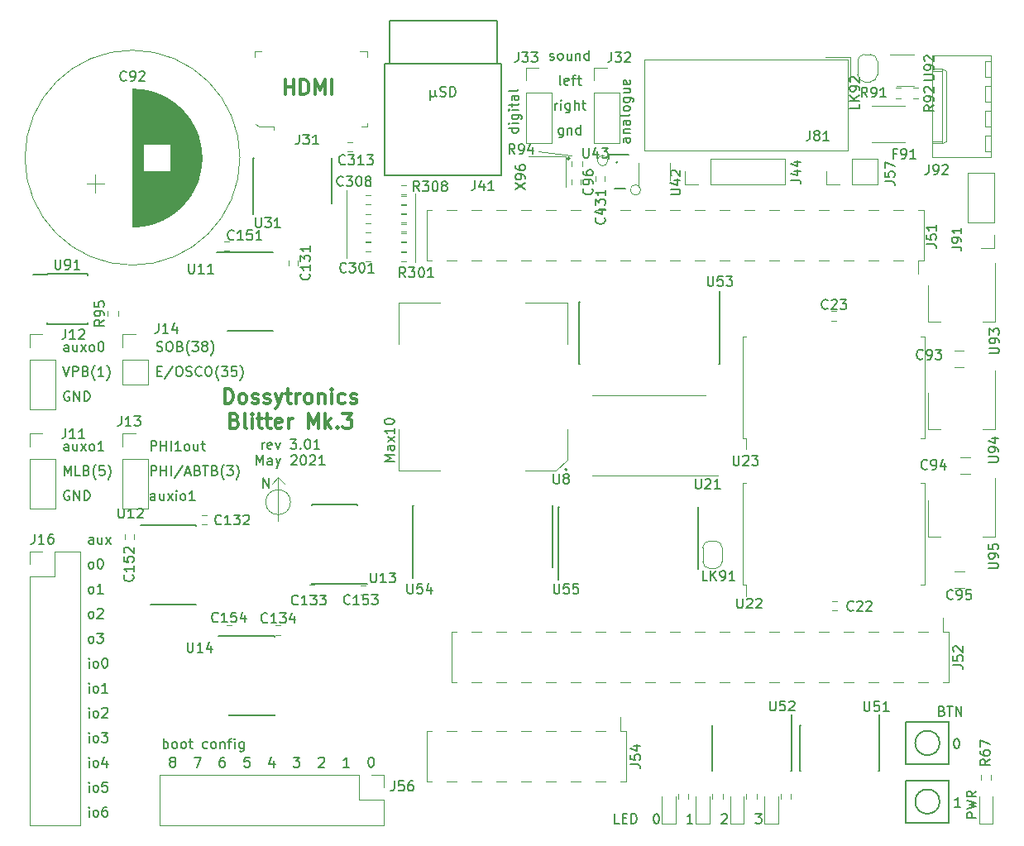
<source format=gto>
G04 #@! TF.GenerationSoftware,KiCad,Pcbnew,(5.1.0)-1*
G04 #@! TF.CreationDate,2021-05-08T22:38:50+01:00*
G04 #@! TF.ProjectId,blit-cpu-mk3,626c6974-2d63-4707-952d-6d6b332e6b69,3.00*
G04 #@! TF.SameCoordinates,Original*
G04 #@! TF.FileFunction,Legend,Top*
G04 #@! TF.FilePolarity,Positive*
%FSLAX46Y46*%
G04 Gerber Fmt 4.6, Leading zero omitted, Abs format (unit mm)*
G04 Created by KiCad (PCBNEW (5.1.0)-1) date 2021-05-08 22:38:50*
%MOMM*%
%LPD*%
G04 APERTURE LIST*
%ADD10C,0.120000*%
%ADD11C,0.150000*%
%ADD12C,0.300000*%
%ADD13C,0.200000*%
%ADD14C,0.100000*%
G04 APERTURE END LIST*
D10*
X81780330Y-33375000D02*
G75*
G03X81780330Y-33375000I-530330J0D01*
G01*
X85155330Y-36375000D02*
G75*
G03X85155330Y-36375000I-530330J0D01*
G01*
D11*
X46479285Y-66892380D02*
X46479285Y-65892380D01*
X47050714Y-66892380D01*
X47050714Y-65892380D01*
D10*
X48035000Y-65805000D02*
X47400000Y-66440000D01*
X48035000Y-65805000D02*
X48670000Y-66440000D01*
X48035000Y-70250000D02*
X48035000Y-65805000D01*
X49305000Y-68345000D02*
G75*
G03X49305000Y-68345000I-1270000J0D01*
G01*
D11*
X59917380Y-64137857D02*
X58917380Y-64137857D01*
X59631666Y-63804523D01*
X58917380Y-63471190D01*
X59917380Y-63471190D01*
X59917380Y-62566428D02*
X59393571Y-62566428D01*
X59298333Y-62614047D01*
X59250714Y-62709285D01*
X59250714Y-62899761D01*
X59298333Y-62995000D01*
X59869761Y-62566428D02*
X59917380Y-62661666D01*
X59917380Y-62899761D01*
X59869761Y-62995000D01*
X59774523Y-63042619D01*
X59679285Y-63042619D01*
X59584047Y-62995000D01*
X59536428Y-62899761D01*
X59536428Y-62661666D01*
X59488809Y-62566428D01*
X59917380Y-62185476D02*
X59250714Y-61661666D01*
X59250714Y-62185476D02*
X59917380Y-61661666D01*
X59917380Y-60756904D02*
X59917380Y-61328333D01*
X59917380Y-61042619D02*
X58917380Y-61042619D01*
X59060238Y-61137857D01*
X59155476Y-61233095D01*
X59203095Y-61328333D01*
X58917380Y-60137857D02*
X58917380Y-60042619D01*
X58965000Y-59947380D01*
X59012619Y-59899761D01*
X59107857Y-59852142D01*
X59298333Y-59804523D01*
X59536428Y-59804523D01*
X59726904Y-59852142D01*
X59822142Y-59899761D01*
X59869761Y-59947380D01*
X59917380Y-60042619D01*
X59917380Y-60137857D01*
X59869761Y-60233095D01*
X59822142Y-60280714D01*
X59726904Y-60328333D01*
X59536428Y-60375952D01*
X59298333Y-60375952D01*
X59107857Y-60328333D01*
X59012619Y-60280714D01*
X58965000Y-60233095D01*
X58917380Y-60137857D01*
X57512380Y-94467380D02*
X57607619Y-94467380D01*
X57702857Y-94515000D01*
X57750476Y-94562619D01*
X57798095Y-94657857D01*
X57845714Y-94848333D01*
X57845714Y-95086428D01*
X57798095Y-95276904D01*
X57750476Y-95372142D01*
X57702857Y-95419761D01*
X57607619Y-95467380D01*
X57512380Y-95467380D01*
X57417142Y-95419761D01*
X57369523Y-95372142D01*
X57321904Y-95276904D01*
X57274285Y-95086428D01*
X57274285Y-94848333D01*
X57321904Y-94657857D01*
X57369523Y-94562619D01*
X57417142Y-94515000D01*
X57512380Y-94467380D01*
X55305714Y-95467380D02*
X54734285Y-95467380D01*
X55020000Y-95467380D02*
X55020000Y-94467380D01*
X54924761Y-94610238D01*
X54829523Y-94705476D01*
X54734285Y-94753095D01*
X52194285Y-94562619D02*
X52241904Y-94515000D01*
X52337142Y-94467380D01*
X52575238Y-94467380D01*
X52670476Y-94515000D01*
X52718095Y-94562619D01*
X52765714Y-94657857D01*
X52765714Y-94753095D01*
X52718095Y-94895952D01*
X52146666Y-95467380D01*
X52765714Y-95467380D01*
X49606666Y-94467380D02*
X50225714Y-94467380D01*
X49892380Y-94848333D01*
X50035238Y-94848333D01*
X50130476Y-94895952D01*
X50178095Y-94943571D01*
X50225714Y-95038809D01*
X50225714Y-95276904D01*
X50178095Y-95372142D01*
X50130476Y-95419761D01*
X50035238Y-95467380D01*
X49749523Y-95467380D01*
X49654285Y-95419761D01*
X49606666Y-95372142D01*
X47590476Y-94800714D02*
X47590476Y-95467380D01*
X47352380Y-94419761D02*
X47114285Y-95134047D01*
X47733333Y-95134047D01*
X45098095Y-94467380D02*
X44621904Y-94467380D01*
X44574285Y-94943571D01*
X44621904Y-94895952D01*
X44717142Y-94848333D01*
X44955238Y-94848333D01*
X45050476Y-94895952D01*
X45098095Y-94943571D01*
X45145714Y-95038809D01*
X45145714Y-95276904D01*
X45098095Y-95372142D01*
X45050476Y-95419761D01*
X44955238Y-95467380D01*
X44717142Y-95467380D01*
X44621904Y-95419761D01*
X44574285Y-95372142D01*
X42510476Y-94467380D02*
X42320000Y-94467380D01*
X42224761Y-94515000D01*
X42177142Y-94562619D01*
X42081904Y-94705476D01*
X42034285Y-94895952D01*
X42034285Y-95276904D01*
X42081904Y-95372142D01*
X42129523Y-95419761D01*
X42224761Y-95467380D01*
X42415238Y-95467380D01*
X42510476Y-95419761D01*
X42558095Y-95372142D01*
X42605714Y-95276904D01*
X42605714Y-95038809D01*
X42558095Y-94943571D01*
X42510476Y-94895952D01*
X42415238Y-94848333D01*
X42224761Y-94848333D01*
X42129523Y-94895952D01*
X42081904Y-94943571D01*
X42034285Y-95038809D01*
X39446666Y-94467380D02*
X40113333Y-94467380D01*
X39684761Y-95467380D01*
X37144761Y-94895952D02*
X37049523Y-94848333D01*
X37001904Y-94800714D01*
X36954285Y-94705476D01*
X36954285Y-94657857D01*
X37001904Y-94562619D01*
X37049523Y-94515000D01*
X37144761Y-94467380D01*
X37335238Y-94467380D01*
X37430476Y-94515000D01*
X37478095Y-94562619D01*
X37525714Y-94657857D01*
X37525714Y-94705476D01*
X37478095Y-94800714D01*
X37430476Y-94848333D01*
X37335238Y-94895952D01*
X37144761Y-94895952D01*
X37049523Y-94943571D01*
X37001904Y-94991190D01*
X36954285Y-95086428D01*
X36954285Y-95276904D01*
X37001904Y-95372142D01*
X37049523Y-95419761D01*
X37144761Y-95467380D01*
X37335238Y-95467380D01*
X37430476Y-95419761D01*
X37478095Y-95372142D01*
X37525714Y-95276904D01*
X37525714Y-95086428D01*
X37478095Y-94991190D01*
X37430476Y-94943571D01*
X37335238Y-94895952D01*
X36319761Y-93562380D02*
X36319761Y-92562380D01*
X36319761Y-92943333D02*
X36415000Y-92895714D01*
X36605476Y-92895714D01*
X36700714Y-92943333D01*
X36748333Y-92990952D01*
X36795952Y-93086190D01*
X36795952Y-93371904D01*
X36748333Y-93467142D01*
X36700714Y-93514761D01*
X36605476Y-93562380D01*
X36415000Y-93562380D01*
X36319761Y-93514761D01*
X37367380Y-93562380D02*
X37272142Y-93514761D01*
X37224523Y-93467142D01*
X37176904Y-93371904D01*
X37176904Y-93086190D01*
X37224523Y-92990952D01*
X37272142Y-92943333D01*
X37367380Y-92895714D01*
X37510238Y-92895714D01*
X37605476Y-92943333D01*
X37653095Y-92990952D01*
X37700714Y-93086190D01*
X37700714Y-93371904D01*
X37653095Y-93467142D01*
X37605476Y-93514761D01*
X37510238Y-93562380D01*
X37367380Y-93562380D01*
X38272142Y-93562380D02*
X38176904Y-93514761D01*
X38129285Y-93467142D01*
X38081666Y-93371904D01*
X38081666Y-93086190D01*
X38129285Y-92990952D01*
X38176904Y-92943333D01*
X38272142Y-92895714D01*
X38415000Y-92895714D01*
X38510238Y-92943333D01*
X38557857Y-92990952D01*
X38605476Y-93086190D01*
X38605476Y-93371904D01*
X38557857Y-93467142D01*
X38510238Y-93514761D01*
X38415000Y-93562380D01*
X38272142Y-93562380D01*
X38891190Y-92895714D02*
X39272142Y-92895714D01*
X39034047Y-92562380D02*
X39034047Y-93419523D01*
X39081666Y-93514761D01*
X39176904Y-93562380D01*
X39272142Y-93562380D01*
X40795952Y-93514761D02*
X40700714Y-93562380D01*
X40510238Y-93562380D01*
X40415000Y-93514761D01*
X40367380Y-93467142D01*
X40319761Y-93371904D01*
X40319761Y-93086190D01*
X40367380Y-92990952D01*
X40415000Y-92943333D01*
X40510238Y-92895714D01*
X40700714Y-92895714D01*
X40795952Y-92943333D01*
X41367380Y-93562380D02*
X41272142Y-93514761D01*
X41224523Y-93467142D01*
X41176904Y-93371904D01*
X41176904Y-93086190D01*
X41224523Y-92990952D01*
X41272142Y-92943333D01*
X41367380Y-92895714D01*
X41510238Y-92895714D01*
X41605476Y-92943333D01*
X41653095Y-92990952D01*
X41700714Y-93086190D01*
X41700714Y-93371904D01*
X41653095Y-93467142D01*
X41605476Y-93514761D01*
X41510238Y-93562380D01*
X41367380Y-93562380D01*
X42129285Y-92895714D02*
X42129285Y-93562380D01*
X42129285Y-92990952D02*
X42176904Y-92943333D01*
X42272142Y-92895714D01*
X42415000Y-92895714D01*
X42510238Y-92943333D01*
X42557857Y-93038571D01*
X42557857Y-93562380D01*
X42891190Y-92895714D02*
X43272142Y-92895714D01*
X43034047Y-93562380D02*
X43034047Y-92705238D01*
X43081666Y-92610000D01*
X43176904Y-92562380D01*
X43272142Y-92562380D01*
X43605476Y-93562380D02*
X43605476Y-92895714D01*
X43605476Y-92562380D02*
X43557857Y-92610000D01*
X43605476Y-92657619D01*
X43653095Y-92610000D01*
X43605476Y-92562380D01*
X43605476Y-92657619D01*
X44510238Y-92895714D02*
X44510238Y-93705238D01*
X44462619Y-93800476D01*
X44415000Y-93848095D01*
X44319761Y-93895714D01*
X44176904Y-93895714D01*
X44081666Y-93848095D01*
X44510238Y-93514761D02*
X44415000Y-93562380D01*
X44224523Y-93562380D01*
X44129285Y-93514761D01*
X44081666Y-93467142D01*
X44034047Y-93371904D01*
X44034047Y-93086190D01*
X44081666Y-92990952D01*
X44129285Y-92943333D01*
X44224523Y-92895714D01*
X44415000Y-92895714D01*
X44510238Y-92943333D01*
X46376428Y-62892380D02*
X46376428Y-62225714D01*
X46376428Y-62416190D02*
X46424047Y-62320952D01*
X46471666Y-62273333D01*
X46566904Y-62225714D01*
X46662142Y-62225714D01*
X47376428Y-62844761D02*
X47281190Y-62892380D01*
X47090714Y-62892380D01*
X46995476Y-62844761D01*
X46947857Y-62749523D01*
X46947857Y-62368571D01*
X46995476Y-62273333D01*
X47090714Y-62225714D01*
X47281190Y-62225714D01*
X47376428Y-62273333D01*
X47424047Y-62368571D01*
X47424047Y-62463809D01*
X46947857Y-62559047D01*
X47757380Y-62225714D02*
X47995476Y-62892380D01*
X48233571Y-62225714D01*
X49281190Y-61892380D02*
X49900238Y-61892380D01*
X49566904Y-62273333D01*
X49709761Y-62273333D01*
X49805000Y-62320952D01*
X49852619Y-62368571D01*
X49900238Y-62463809D01*
X49900238Y-62701904D01*
X49852619Y-62797142D01*
X49805000Y-62844761D01*
X49709761Y-62892380D01*
X49424047Y-62892380D01*
X49328809Y-62844761D01*
X49281190Y-62797142D01*
X50328809Y-62797142D02*
X50376428Y-62844761D01*
X50328809Y-62892380D01*
X50281190Y-62844761D01*
X50328809Y-62797142D01*
X50328809Y-62892380D01*
X50995476Y-61892380D02*
X51090714Y-61892380D01*
X51185952Y-61940000D01*
X51233571Y-61987619D01*
X51281190Y-62082857D01*
X51328809Y-62273333D01*
X51328809Y-62511428D01*
X51281190Y-62701904D01*
X51233571Y-62797142D01*
X51185952Y-62844761D01*
X51090714Y-62892380D01*
X50995476Y-62892380D01*
X50900238Y-62844761D01*
X50852619Y-62797142D01*
X50805000Y-62701904D01*
X50757380Y-62511428D01*
X50757380Y-62273333D01*
X50805000Y-62082857D01*
X50852619Y-61987619D01*
X50900238Y-61940000D01*
X50995476Y-61892380D01*
X52281190Y-62892380D02*
X51709761Y-62892380D01*
X51995476Y-62892380D02*
X51995476Y-61892380D01*
X51900238Y-62035238D01*
X51805000Y-62130476D01*
X51709761Y-62178095D01*
X45852619Y-64542380D02*
X45852619Y-63542380D01*
X46185952Y-64256666D01*
X46519285Y-63542380D01*
X46519285Y-64542380D01*
X47424047Y-64542380D02*
X47424047Y-64018571D01*
X47376428Y-63923333D01*
X47281190Y-63875714D01*
X47090714Y-63875714D01*
X46995476Y-63923333D01*
X47424047Y-64494761D02*
X47328809Y-64542380D01*
X47090714Y-64542380D01*
X46995476Y-64494761D01*
X46947857Y-64399523D01*
X46947857Y-64304285D01*
X46995476Y-64209047D01*
X47090714Y-64161428D01*
X47328809Y-64161428D01*
X47424047Y-64113809D01*
X47805000Y-63875714D02*
X48043095Y-64542380D01*
X48281190Y-63875714D02*
X48043095Y-64542380D01*
X47947857Y-64780476D01*
X47900238Y-64828095D01*
X47805000Y-64875714D01*
X49376428Y-63637619D02*
X49424047Y-63590000D01*
X49519285Y-63542380D01*
X49757380Y-63542380D01*
X49852619Y-63590000D01*
X49900238Y-63637619D01*
X49947857Y-63732857D01*
X49947857Y-63828095D01*
X49900238Y-63970952D01*
X49328809Y-64542380D01*
X49947857Y-64542380D01*
X50566904Y-63542380D02*
X50662142Y-63542380D01*
X50757380Y-63590000D01*
X50805000Y-63637619D01*
X50852619Y-63732857D01*
X50900238Y-63923333D01*
X50900238Y-64161428D01*
X50852619Y-64351904D01*
X50805000Y-64447142D01*
X50757380Y-64494761D01*
X50662142Y-64542380D01*
X50566904Y-64542380D01*
X50471666Y-64494761D01*
X50424047Y-64447142D01*
X50376428Y-64351904D01*
X50328809Y-64161428D01*
X50328809Y-63923333D01*
X50376428Y-63732857D01*
X50424047Y-63637619D01*
X50471666Y-63590000D01*
X50566904Y-63542380D01*
X51281190Y-63637619D02*
X51328809Y-63590000D01*
X51424047Y-63542380D01*
X51662142Y-63542380D01*
X51757380Y-63590000D01*
X51805000Y-63637619D01*
X51852619Y-63732857D01*
X51852619Y-63828095D01*
X51805000Y-63970952D01*
X51233571Y-64542380D01*
X51852619Y-64542380D01*
X52805000Y-64542380D02*
X52233571Y-64542380D01*
X52519285Y-64542380D02*
X52519285Y-63542380D01*
X52424047Y-63685238D01*
X52328809Y-63780476D01*
X52233571Y-63828095D01*
D12*
X42590714Y-58228571D02*
X42590714Y-56728571D01*
X42947857Y-56728571D01*
X43162142Y-56800000D01*
X43305000Y-56942857D01*
X43376428Y-57085714D01*
X43447857Y-57371428D01*
X43447857Y-57585714D01*
X43376428Y-57871428D01*
X43305000Y-58014285D01*
X43162142Y-58157142D01*
X42947857Y-58228571D01*
X42590714Y-58228571D01*
X44305000Y-58228571D02*
X44162142Y-58157142D01*
X44090714Y-58085714D01*
X44019285Y-57942857D01*
X44019285Y-57514285D01*
X44090714Y-57371428D01*
X44162142Y-57300000D01*
X44305000Y-57228571D01*
X44519285Y-57228571D01*
X44662142Y-57300000D01*
X44733571Y-57371428D01*
X44805000Y-57514285D01*
X44805000Y-57942857D01*
X44733571Y-58085714D01*
X44662142Y-58157142D01*
X44519285Y-58228571D01*
X44305000Y-58228571D01*
X45376428Y-58157142D02*
X45519285Y-58228571D01*
X45805000Y-58228571D01*
X45947857Y-58157142D01*
X46019285Y-58014285D01*
X46019285Y-57942857D01*
X45947857Y-57800000D01*
X45805000Y-57728571D01*
X45590714Y-57728571D01*
X45447857Y-57657142D01*
X45376428Y-57514285D01*
X45376428Y-57442857D01*
X45447857Y-57300000D01*
X45590714Y-57228571D01*
X45805000Y-57228571D01*
X45947857Y-57300000D01*
X46590714Y-58157142D02*
X46733571Y-58228571D01*
X47019285Y-58228571D01*
X47162142Y-58157142D01*
X47233571Y-58014285D01*
X47233571Y-57942857D01*
X47162142Y-57800000D01*
X47019285Y-57728571D01*
X46805000Y-57728571D01*
X46662142Y-57657142D01*
X46590714Y-57514285D01*
X46590714Y-57442857D01*
X46662142Y-57300000D01*
X46805000Y-57228571D01*
X47019285Y-57228571D01*
X47162142Y-57300000D01*
X47733571Y-57228571D02*
X48090714Y-58228571D01*
X48447857Y-57228571D02*
X48090714Y-58228571D01*
X47947857Y-58585714D01*
X47876428Y-58657142D01*
X47733571Y-58728571D01*
X48805000Y-57228571D02*
X49376428Y-57228571D01*
X49019285Y-56728571D02*
X49019285Y-58014285D01*
X49090714Y-58157142D01*
X49233571Y-58228571D01*
X49376428Y-58228571D01*
X49876428Y-58228571D02*
X49876428Y-57228571D01*
X49876428Y-57514285D02*
X49947857Y-57371428D01*
X50019285Y-57300000D01*
X50162142Y-57228571D01*
X50305000Y-57228571D01*
X51019285Y-58228571D02*
X50876428Y-58157142D01*
X50805000Y-58085714D01*
X50733571Y-57942857D01*
X50733571Y-57514285D01*
X50805000Y-57371428D01*
X50876428Y-57300000D01*
X51019285Y-57228571D01*
X51233571Y-57228571D01*
X51376428Y-57300000D01*
X51447857Y-57371428D01*
X51519285Y-57514285D01*
X51519285Y-57942857D01*
X51447857Y-58085714D01*
X51376428Y-58157142D01*
X51233571Y-58228571D01*
X51019285Y-58228571D01*
X52162142Y-57228571D02*
X52162142Y-58228571D01*
X52162142Y-57371428D02*
X52233571Y-57300000D01*
X52376428Y-57228571D01*
X52590714Y-57228571D01*
X52733571Y-57300000D01*
X52805000Y-57442857D01*
X52805000Y-58228571D01*
X53519285Y-58228571D02*
X53519285Y-57228571D01*
X53519285Y-56728571D02*
X53447857Y-56800000D01*
X53519285Y-56871428D01*
X53590714Y-56800000D01*
X53519285Y-56728571D01*
X53519285Y-56871428D01*
X54876428Y-58157142D02*
X54733571Y-58228571D01*
X54447857Y-58228571D01*
X54305000Y-58157142D01*
X54233571Y-58085714D01*
X54162142Y-57942857D01*
X54162142Y-57514285D01*
X54233571Y-57371428D01*
X54305000Y-57300000D01*
X54447857Y-57228571D01*
X54733571Y-57228571D01*
X54876428Y-57300000D01*
X55447857Y-58157142D02*
X55590714Y-58228571D01*
X55876428Y-58228571D01*
X56019285Y-58157142D01*
X56090714Y-58014285D01*
X56090714Y-57942857D01*
X56019285Y-57800000D01*
X55876428Y-57728571D01*
X55662142Y-57728571D01*
X55519285Y-57657142D01*
X55447857Y-57514285D01*
X55447857Y-57442857D01*
X55519285Y-57300000D01*
X55662142Y-57228571D01*
X55876428Y-57228571D01*
X56019285Y-57300000D01*
X43590714Y-59982857D02*
X43805000Y-60054285D01*
X43876428Y-60125714D01*
X43947857Y-60268571D01*
X43947857Y-60482857D01*
X43876428Y-60625714D01*
X43805000Y-60697142D01*
X43662142Y-60768571D01*
X43090714Y-60768571D01*
X43090714Y-59268571D01*
X43590714Y-59268571D01*
X43733571Y-59340000D01*
X43805000Y-59411428D01*
X43876428Y-59554285D01*
X43876428Y-59697142D01*
X43805000Y-59840000D01*
X43733571Y-59911428D01*
X43590714Y-59982857D01*
X43090714Y-59982857D01*
X44805000Y-60768571D02*
X44662142Y-60697142D01*
X44590714Y-60554285D01*
X44590714Y-59268571D01*
X45376428Y-60768571D02*
X45376428Y-59768571D01*
X45376428Y-59268571D02*
X45305000Y-59340000D01*
X45376428Y-59411428D01*
X45447857Y-59340000D01*
X45376428Y-59268571D01*
X45376428Y-59411428D01*
X45876428Y-59768571D02*
X46447857Y-59768571D01*
X46090714Y-59268571D02*
X46090714Y-60554285D01*
X46162142Y-60697142D01*
X46305000Y-60768571D01*
X46447857Y-60768571D01*
X46733571Y-59768571D02*
X47305000Y-59768571D01*
X46947857Y-59268571D02*
X46947857Y-60554285D01*
X47019285Y-60697142D01*
X47162142Y-60768571D01*
X47305000Y-60768571D01*
X48376428Y-60697142D02*
X48233571Y-60768571D01*
X47947857Y-60768571D01*
X47805000Y-60697142D01*
X47733571Y-60554285D01*
X47733571Y-59982857D01*
X47805000Y-59840000D01*
X47947857Y-59768571D01*
X48233571Y-59768571D01*
X48376428Y-59840000D01*
X48447857Y-59982857D01*
X48447857Y-60125714D01*
X47733571Y-60268571D01*
X49090714Y-60768571D02*
X49090714Y-59768571D01*
X49090714Y-60054285D02*
X49162142Y-59911428D01*
X49233571Y-59840000D01*
X49376428Y-59768571D01*
X49519285Y-59768571D01*
X51162142Y-60768571D02*
X51162142Y-59268571D01*
X51662142Y-60340000D01*
X52162142Y-59268571D01*
X52162142Y-60768571D01*
X52876428Y-60768571D02*
X52876428Y-59268571D01*
X53019285Y-60197142D02*
X53447857Y-60768571D01*
X53447857Y-59768571D02*
X52876428Y-60340000D01*
X54090714Y-60625714D02*
X54162142Y-60697142D01*
X54090714Y-60768571D01*
X54019285Y-60697142D01*
X54090714Y-60625714D01*
X54090714Y-60768571D01*
X54662142Y-59268571D02*
X55590714Y-59268571D01*
X55090714Y-59840000D01*
X55305000Y-59840000D01*
X55447857Y-59911428D01*
X55519285Y-59982857D01*
X55590714Y-60125714D01*
X55590714Y-60482857D01*
X55519285Y-60625714D01*
X55447857Y-60697142D01*
X55305000Y-60768571D01*
X54876428Y-60768571D01*
X54733571Y-60697142D01*
X54662142Y-60625714D01*
D11*
X77189523Y-30030714D02*
X77189523Y-30840238D01*
X77141904Y-30935476D01*
X77094285Y-30983095D01*
X76999047Y-31030714D01*
X76856190Y-31030714D01*
X76760952Y-30983095D01*
X77189523Y-30649761D02*
X77094285Y-30697380D01*
X76903809Y-30697380D01*
X76808571Y-30649761D01*
X76760952Y-30602142D01*
X76713333Y-30506904D01*
X76713333Y-30221190D01*
X76760952Y-30125952D01*
X76808571Y-30078333D01*
X76903809Y-30030714D01*
X77094285Y-30030714D01*
X77189523Y-30078333D01*
X77665714Y-30030714D02*
X77665714Y-30697380D01*
X77665714Y-30125952D02*
X77713333Y-30078333D01*
X77808571Y-30030714D01*
X77951428Y-30030714D01*
X78046666Y-30078333D01*
X78094285Y-30173571D01*
X78094285Y-30697380D01*
X78999047Y-30697380D02*
X78999047Y-29697380D01*
X78999047Y-30649761D02*
X78903809Y-30697380D01*
X78713333Y-30697380D01*
X78618095Y-30649761D01*
X78570476Y-30602142D01*
X78522857Y-30506904D01*
X78522857Y-30221190D01*
X78570476Y-30125952D01*
X78618095Y-30078333D01*
X78713333Y-30030714D01*
X78903809Y-30030714D01*
X78999047Y-30078333D01*
X76380000Y-28157380D02*
X76380000Y-27490714D01*
X76380000Y-27681190D02*
X76427619Y-27585952D01*
X76475238Y-27538333D01*
X76570476Y-27490714D01*
X76665714Y-27490714D01*
X76999047Y-28157380D02*
X76999047Y-27490714D01*
X76999047Y-27157380D02*
X76951428Y-27205000D01*
X76999047Y-27252619D01*
X77046666Y-27205000D01*
X76999047Y-27157380D01*
X76999047Y-27252619D01*
X77903809Y-27490714D02*
X77903809Y-28300238D01*
X77856190Y-28395476D01*
X77808571Y-28443095D01*
X77713333Y-28490714D01*
X77570476Y-28490714D01*
X77475238Y-28443095D01*
X77903809Y-28109761D02*
X77808571Y-28157380D01*
X77618095Y-28157380D01*
X77522857Y-28109761D01*
X77475238Y-28062142D01*
X77427619Y-27966904D01*
X77427619Y-27681190D01*
X77475238Y-27585952D01*
X77522857Y-27538333D01*
X77618095Y-27490714D01*
X77808571Y-27490714D01*
X77903809Y-27538333D01*
X78380000Y-28157380D02*
X78380000Y-27157380D01*
X78808571Y-28157380D02*
X78808571Y-27633571D01*
X78760952Y-27538333D01*
X78665714Y-27490714D01*
X78522857Y-27490714D01*
X78427619Y-27538333D01*
X78380000Y-27585952D01*
X79141904Y-27490714D02*
X79522857Y-27490714D01*
X79284761Y-27157380D02*
X79284761Y-28014523D01*
X79332380Y-28109761D01*
X79427619Y-28157380D01*
X79522857Y-28157380D01*
X76999047Y-25617380D02*
X76903809Y-25569761D01*
X76856190Y-25474523D01*
X76856190Y-24617380D01*
X77760952Y-25569761D02*
X77665714Y-25617380D01*
X77475238Y-25617380D01*
X77380000Y-25569761D01*
X77332380Y-25474523D01*
X77332380Y-25093571D01*
X77380000Y-24998333D01*
X77475238Y-24950714D01*
X77665714Y-24950714D01*
X77760952Y-24998333D01*
X77808571Y-25093571D01*
X77808571Y-25188809D01*
X77332380Y-25284047D01*
X78094285Y-24950714D02*
X78475238Y-24950714D01*
X78237142Y-25617380D02*
X78237142Y-24760238D01*
X78284761Y-24665000D01*
X78380000Y-24617380D01*
X78475238Y-24617380D01*
X78665714Y-24950714D02*
X79046666Y-24950714D01*
X78808571Y-24617380D02*
X78808571Y-25474523D01*
X78856190Y-25569761D01*
X78951428Y-25617380D01*
X79046666Y-25617380D01*
X84047380Y-31078095D02*
X83523571Y-31078095D01*
X83428333Y-31125714D01*
X83380714Y-31220952D01*
X83380714Y-31411428D01*
X83428333Y-31506666D01*
X83999761Y-31078095D02*
X84047380Y-31173333D01*
X84047380Y-31411428D01*
X83999761Y-31506666D01*
X83904523Y-31554285D01*
X83809285Y-31554285D01*
X83714047Y-31506666D01*
X83666428Y-31411428D01*
X83666428Y-31173333D01*
X83618809Y-31078095D01*
X83380714Y-30601904D02*
X84047380Y-30601904D01*
X83475952Y-30601904D02*
X83428333Y-30554285D01*
X83380714Y-30459047D01*
X83380714Y-30316190D01*
X83428333Y-30220952D01*
X83523571Y-30173333D01*
X84047380Y-30173333D01*
X84047380Y-29268571D02*
X83523571Y-29268571D01*
X83428333Y-29316190D01*
X83380714Y-29411428D01*
X83380714Y-29601904D01*
X83428333Y-29697142D01*
X83999761Y-29268571D02*
X84047380Y-29363809D01*
X84047380Y-29601904D01*
X83999761Y-29697142D01*
X83904523Y-29744761D01*
X83809285Y-29744761D01*
X83714047Y-29697142D01*
X83666428Y-29601904D01*
X83666428Y-29363809D01*
X83618809Y-29268571D01*
X84047380Y-28649523D02*
X83999761Y-28744761D01*
X83904523Y-28792380D01*
X83047380Y-28792380D01*
X84047380Y-28125714D02*
X83999761Y-28220952D01*
X83952142Y-28268571D01*
X83856904Y-28316190D01*
X83571190Y-28316190D01*
X83475952Y-28268571D01*
X83428333Y-28220952D01*
X83380714Y-28125714D01*
X83380714Y-27982857D01*
X83428333Y-27887619D01*
X83475952Y-27840000D01*
X83571190Y-27792380D01*
X83856904Y-27792380D01*
X83952142Y-27840000D01*
X83999761Y-27887619D01*
X84047380Y-27982857D01*
X84047380Y-28125714D01*
X83380714Y-26935238D02*
X84190238Y-26935238D01*
X84285476Y-26982857D01*
X84333095Y-27030476D01*
X84380714Y-27125714D01*
X84380714Y-27268571D01*
X84333095Y-27363809D01*
X83999761Y-26935238D02*
X84047380Y-27030476D01*
X84047380Y-27220952D01*
X83999761Y-27316190D01*
X83952142Y-27363809D01*
X83856904Y-27411428D01*
X83571190Y-27411428D01*
X83475952Y-27363809D01*
X83428333Y-27316190D01*
X83380714Y-27220952D01*
X83380714Y-27030476D01*
X83428333Y-26935238D01*
X83380714Y-26030476D02*
X84047380Y-26030476D01*
X83380714Y-26459047D02*
X83904523Y-26459047D01*
X83999761Y-26411428D01*
X84047380Y-26316190D01*
X84047380Y-26173333D01*
X83999761Y-26078095D01*
X83952142Y-26030476D01*
X83999761Y-25173333D02*
X84047380Y-25268571D01*
X84047380Y-25459047D01*
X83999761Y-25554285D01*
X83904523Y-25601904D01*
X83523571Y-25601904D01*
X83428333Y-25554285D01*
X83380714Y-25459047D01*
X83380714Y-25268571D01*
X83428333Y-25173333D01*
X83523571Y-25125714D01*
X83618809Y-25125714D01*
X83714047Y-25601904D01*
X72617380Y-30054285D02*
X71617380Y-30054285D01*
X72569761Y-30054285D02*
X72617380Y-30149523D01*
X72617380Y-30340000D01*
X72569761Y-30435238D01*
X72522142Y-30482857D01*
X72426904Y-30530476D01*
X72141190Y-30530476D01*
X72045952Y-30482857D01*
X71998333Y-30435238D01*
X71950714Y-30340000D01*
X71950714Y-30149523D01*
X71998333Y-30054285D01*
X72617380Y-29578095D02*
X71950714Y-29578095D01*
X71617380Y-29578095D02*
X71665000Y-29625714D01*
X71712619Y-29578095D01*
X71665000Y-29530476D01*
X71617380Y-29578095D01*
X71712619Y-29578095D01*
X71950714Y-28673333D02*
X72760238Y-28673333D01*
X72855476Y-28720952D01*
X72903095Y-28768571D01*
X72950714Y-28863809D01*
X72950714Y-29006666D01*
X72903095Y-29101904D01*
X72569761Y-28673333D02*
X72617380Y-28768571D01*
X72617380Y-28959047D01*
X72569761Y-29054285D01*
X72522142Y-29101904D01*
X72426904Y-29149523D01*
X72141190Y-29149523D01*
X72045952Y-29101904D01*
X71998333Y-29054285D01*
X71950714Y-28959047D01*
X71950714Y-28768571D01*
X71998333Y-28673333D01*
X72617380Y-28197142D02*
X71950714Y-28197142D01*
X71617380Y-28197142D02*
X71665000Y-28244761D01*
X71712619Y-28197142D01*
X71665000Y-28149523D01*
X71617380Y-28197142D01*
X71712619Y-28197142D01*
X71950714Y-27863809D02*
X71950714Y-27482857D01*
X71617380Y-27720952D02*
X72474523Y-27720952D01*
X72569761Y-27673333D01*
X72617380Y-27578095D01*
X72617380Y-27482857D01*
X72617380Y-26720952D02*
X72093571Y-26720952D01*
X71998333Y-26768571D01*
X71950714Y-26863809D01*
X71950714Y-27054285D01*
X71998333Y-27149523D01*
X72569761Y-26720952D02*
X72617380Y-26816190D01*
X72617380Y-27054285D01*
X72569761Y-27149523D01*
X72474523Y-27197142D01*
X72379285Y-27197142D01*
X72284047Y-27149523D01*
X72236428Y-27054285D01*
X72236428Y-26816190D01*
X72188809Y-26720952D01*
X72617380Y-26101904D02*
X72569761Y-26197142D01*
X72474523Y-26244761D01*
X71617380Y-26244761D01*
X75856190Y-23029761D02*
X75951428Y-23077380D01*
X76141904Y-23077380D01*
X76237142Y-23029761D01*
X76284761Y-22934523D01*
X76284761Y-22886904D01*
X76237142Y-22791666D01*
X76141904Y-22744047D01*
X75999047Y-22744047D01*
X75903809Y-22696428D01*
X75856190Y-22601190D01*
X75856190Y-22553571D01*
X75903809Y-22458333D01*
X75999047Y-22410714D01*
X76141904Y-22410714D01*
X76237142Y-22458333D01*
X76856190Y-23077380D02*
X76760952Y-23029761D01*
X76713333Y-22982142D01*
X76665714Y-22886904D01*
X76665714Y-22601190D01*
X76713333Y-22505952D01*
X76760952Y-22458333D01*
X76856190Y-22410714D01*
X76999047Y-22410714D01*
X77094285Y-22458333D01*
X77141904Y-22505952D01*
X77189523Y-22601190D01*
X77189523Y-22886904D01*
X77141904Y-22982142D01*
X77094285Y-23029761D01*
X76999047Y-23077380D01*
X76856190Y-23077380D01*
X78046666Y-22410714D02*
X78046666Y-23077380D01*
X77618095Y-22410714D02*
X77618095Y-22934523D01*
X77665714Y-23029761D01*
X77760952Y-23077380D01*
X77903809Y-23077380D01*
X77999047Y-23029761D01*
X78046666Y-22982142D01*
X78522857Y-22410714D02*
X78522857Y-23077380D01*
X78522857Y-22505952D02*
X78570476Y-22458333D01*
X78665714Y-22410714D01*
X78808571Y-22410714D01*
X78903809Y-22458333D01*
X78951428Y-22553571D01*
X78951428Y-23077380D01*
X79856190Y-23077380D02*
X79856190Y-22077380D01*
X79856190Y-23029761D02*
X79760952Y-23077380D01*
X79570476Y-23077380D01*
X79475238Y-23029761D01*
X79427619Y-22982142D01*
X79380000Y-22886904D01*
X79380000Y-22601190D01*
X79427619Y-22505952D01*
X79475238Y-22458333D01*
X79570476Y-22410714D01*
X79760952Y-22410714D01*
X79856190Y-22458333D01*
X28685595Y-100547380D02*
X28685595Y-99880714D01*
X28685595Y-99547380D02*
X28637976Y-99595000D01*
X28685595Y-99642619D01*
X28733214Y-99595000D01*
X28685595Y-99547380D01*
X28685595Y-99642619D01*
X29304642Y-100547380D02*
X29209404Y-100499761D01*
X29161785Y-100452142D01*
X29114166Y-100356904D01*
X29114166Y-100071190D01*
X29161785Y-99975952D01*
X29209404Y-99928333D01*
X29304642Y-99880714D01*
X29447500Y-99880714D01*
X29542738Y-99928333D01*
X29590357Y-99975952D01*
X29637976Y-100071190D01*
X29637976Y-100356904D01*
X29590357Y-100452142D01*
X29542738Y-100499761D01*
X29447500Y-100547380D01*
X29304642Y-100547380D01*
X30495119Y-99547380D02*
X30304642Y-99547380D01*
X30209404Y-99595000D01*
X30161785Y-99642619D01*
X30066547Y-99785476D01*
X30018928Y-99975952D01*
X30018928Y-100356904D01*
X30066547Y-100452142D01*
X30114166Y-100499761D01*
X30209404Y-100547380D01*
X30399880Y-100547380D01*
X30495119Y-100499761D01*
X30542738Y-100452142D01*
X30590357Y-100356904D01*
X30590357Y-100118809D01*
X30542738Y-100023571D01*
X30495119Y-99975952D01*
X30399880Y-99928333D01*
X30209404Y-99928333D01*
X30114166Y-99975952D01*
X30066547Y-100023571D01*
X30018928Y-100118809D01*
X28685595Y-98007380D02*
X28685595Y-97340714D01*
X28685595Y-97007380D02*
X28637976Y-97055000D01*
X28685595Y-97102619D01*
X28733214Y-97055000D01*
X28685595Y-97007380D01*
X28685595Y-97102619D01*
X29304642Y-98007380D02*
X29209404Y-97959761D01*
X29161785Y-97912142D01*
X29114166Y-97816904D01*
X29114166Y-97531190D01*
X29161785Y-97435952D01*
X29209404Y-97388333D01*
X29304642Y-97340714D01*
X29447500Y-97340714D01*
X29542738Y-97388333D01*
X29590357Y-97435952D01*
X29637976Y-97531190D01*
X29637976Y-97816904D01*
X29590357Y-97912142D01*
X29542738Y-97959761D01*
X29447500Y-98007380D01*
X29304642Y-98007380D01*
X30542738Y-97007380D02*
X30066547Y-97007380D01*
X30018928Y-97483571D01*
X30066547Y-97435952D01*
X30161785Y-97388333D01*
X30399880Y-97388333D01*
X30495119Y-97435952D01*
X30542738Y-97483571D01*
X30590357Y-97578809D01*
X30590357Y-97816904D01*
X30542738Y-97912142D01*
X30495119Y-97959761D01*
X30399880Y-98007380D01*
X30161785Y-98007380D01*
X30066547Y-97959761D01*
X30018928Y-97912142D01*
X28685595Y-95467380D02*
X28685595Y-94800714D01*
X28685595Y-94467380D02*
X28637976Y-94515000D01*
X28685595Y-94562619D01*
X28733214Y-94515000D01*
X28685595Y-94467380D01*
X28685595Y-94562619D01*
X29304642Y-95467380D02*
X29209404Y-95419761D01*
X29161785Y-95372142D01*
X29114166Y-95276904D01*
X29114166Y-94991190D01*
X29161785Y-94895952D01*
X29209404Y-94848333D01*
X29304642Y-94800714D01*
X29447500Y-94800714D01*
X29542738Y-94848333D01*
X29590357Y-94895952D01*
X29637976Y-94991190D01*
X29637976Y-95276904D01*
X29590357Y-95372142D01*
X29542738Y-95419761D01*
X29447500Y-95467380D01*
X29304642Y-95467380D01*
X30495119Y-94800714D02*
X30495119Y-95467380D01*
X30257023Y-94419761D02*
X30018928Y-95134047D01*
X30637976Y-95134047D01*
X28685595Y-92927380D02*
X28685595Y-92260714D01*
X28685595Y-91927380D02*
X28637976Y-91975000D01*
X28685595Y-92022619D01*
X28733214Y-91975000D01*
X28685595Y-91927380D01*
X28685595Y-92022619D01*
X29304642Y-92927380D02*
X29209404Y-92879761D01*
X29161785Y-92832142D01*
X29114166Y-92736904D01*
X29114166Y-92451190D01*
X29161785Y-92355952D01*
X29209404Y-92308333D01*
X29304642Y-92260714D01*
X29447500Y-92260714D01*
X29542738Y-92308333D01*
X29590357Y-92355952D01*
X29637976Y-92451190D01*
X29637976Y-92736904D01*
X29590357Y-92832142D01*
X29542738Y-92879761D01*
X29447500Y-92927380D01*
X29304642Y-92927380D01*
X29971309Y-91927380D02*
X30590357Y-91927380D01*
X30257023Y-92308333D01*
X30399880Y-92308333D01*
X30495119Y-92355952D01*
X30542738Y-92403571D01*
X30590357Y-92498809D01*
X30590357Y-92736904D01*
X30542738Y-92832142D01*
X30495119Y-92879761D01*
X30399880Y-92927380D01*
X30114166Y-92927380D01*
X30018928Y-92879761D01*
X29971309Y-92832142D01*
X28685595Y-90387380D02*
X28685595Y-89720714D01*
X28685595Y-89387380D02*
X28637976Y-89435000D01*
X28685595Y-89482619D01*
X28733214Y-89435000D01*
X28685595Y-89387380D01*
X28685595Y-89482619D01*
X29304642Y-90387380D02*
X29209404Y-90339761D01*
X29161785Y-90292142D01*
X29114166Y-90196904D01*
X29114166Y-89911190D01*
X29161785Y-89815952D01*
X29209404Y-89768333D01*
X29304642Y-89720714D01*
X29447500Y-89720714D01*
X29542738Y-89768333D01*
X29590357Y-89815952D01*
X29637976Y-89911190D01*
X29637976Y-90196904D01*
X29590357Y-90292142D01*
X29542738Y-90339761D01*
X29447500Y-90387380D01*
X29304642Y-90387380D01*
X30018928Y-89482619D02*
X30066547Y-89435000D01*
X30161785Y-89387380D01*
X30399880Y-89387380D01*
X30495119Y-89435000D01*
X30542738Y-89482619D01*
X30590357Y-89577857D01*
X30590357Y-89673095D01*
X30542738Y-89815952D01*
X29971309Y-90387380D01*
X30590357Y-90387380D01*
X28685595Y-87847380D02*
X28685595Y-87180714D01*
X28685595Y-86847380D02*
X28637976Y-86895000D01*
X28685595Y-86942619D01*
X28733214Y-86895000D01*
X28685595Y-86847380D01*
X28685595Y-86942619D01*
X29304642Y-87847380D02*
X29209404Y-87799761D01*
X29161785Y-87752142D01*
X29114166Y-87656904D01*
X29114166Y-87371190D01*
X29161785Y-87275952D01*
X29209404Y-87228333D01*
X29304642Y-87180714D01*
X29447500Y-87180714D01*
X29542738Y-87228333D01*
X29590357Y-87275952D01*
X29637976Y-87371190D01*
X29637976Y-87656904D01*
X29590357Y-87752142D01*
X29542738Y-87799761D01*
X29447500Y-87847380D01*
X29304642Y-87847380D01*
X30590357Y-87847380D02*
X30018928Y-87847380D01*
X30304642Y-87847380D02*
X30304642Y-86847380D01*
X30209404Y-86990238D01*
X30114166Y-87085476D01*
X30018928Y-87133095D01*
X28685595Y-85307380D02*
X28685595Y-84640714D01*
X28685595Y-84307380D02*
X28637976Y-84355000D01*
X28685595Y-84402619D01*
X28733214Y-84355000D01*
X28685595Y-84307380D01*
X28685595Y-84402619D01*
X29304642Y-85307380D02*
X29209404Y-85259761D01*
X29161785Y-85212142D01*
X29114166Y-85116904D01*
X29114166Y-84831190D01*
X29161785Y-84735952D01*
X29209404Y-84688333D01*
X29304642Y-84640714D01*
X29447500Y-84640714D01*
X29542738Y-84688333D01*
X29590357Y-84735952D01*
X29637976Y-84831190D01*
X29637976Y-85116904D01*
X29590357Y-85212142D01*
X29542738Y-85259761D01*
X29447500Y-85307380D01*
X29304642Y-85307380D01*
X30257023Y-84307380D02*
X30352261Y-84307380D01*
X30447500Y-84355000D01*
X30495119Y-84402619D01*
X30542738Y-84497857D01*
X30590357Y-84688333D01*
X30590357Y-84926428D01*
X30542738Y-85116904D01*
X30495119Y-85212142D01*
X30447500Y-85259761D01*
X30352261Y-85307380D01*
X30257023Y-85307380D01*
X30161785Y-85259761D01*
X30114166Y-85212142D01*
X30066547Y-85116904D01*
X30018928Y-84926428D01*
X30018928Y-84688333D01*
X30066547Y-84497857D01*
X30114166Y-84402619D01*
X30161785Y-84355000D01*
X30257023Y-84307380D01*
X28828452Y-82767380D02*
X28733214Y-82719761D01*
X28685595Y-82672142D01*
X28637976Y-82576904D01*
X28637976Y-82291190D01*
X28685595Y-82195952D01*
X28733214Y-82148333D01*
X28828452Y-82100714D01*
X28971309Y-82100714D01*
X29066547Y-82148333D01*
X29114166Y-82195952D01*
X29161785Y-82291190D01*
X29161785Y-82576904D01*
X29114166Y-82672142D01*
X29066547Y-82719761D01*
X28971309Y-82767380D01*
X28828452Y-82767380D01*
X29495119Y-81767380D02*
X30114166Y-81767380D01*
X29780833Y-82148333D01*
X29923690Y-82148333D01*
X30018928Y-82195952D01*
X30066547Y-82243571D01*
X30114166Y-82338809D01*
X30114166Y-82576904D01*
X30066547Y-82672142D01*
X30018928Y-82719761D01*
X29923690Y-82767380D01*
X29637976Y-82767380D01*
X29542738Y-82719761D01*
X29495119Y-82672142D01*
X28828452Y-80227380D02*
X28733214Y-80179761D01*
X28685595Y-80132142D01*
X28637976Y-80036904D01*
X28637976Y-79751190D01*
X28685595Y-79655952D01*
X28733214Y-79608333D01*
X28828452Y-79560714D01*
X28971309Y-79560714D01*
X29066547Y-79608333D01*
X29114166Y-79655952D01*
X29161785Y-79751190D01*
X29161785Y-80036904D01*
X29114166Y-80132142D01*
X29066547Y-80179761D01*
X28971309Y-80227380D01*
X28828452Y-80227380D01*
X29542738Y-79322619D02*
X29590357Y-79275000D01*
X29685595Y-79227380D01*
X29923690Y-79227380D01*
X30018928Y-79275000D01*
X30066547Y-79322619D01*
X30114166Y-79417857D01*
X30114166Y-79513095D01*
X30066547Y-79655952D01*
X29495119Y-80227380D01*
X30114166Y-80227380D01*
X28828452Y-77687380D02*
X28733214Y-77639761D01*
X28685595Y-77592142D01*
X28637976Y-77496904D01*
X28637976Y-77211190D01*
X28685595Y-77115952D01*
X28733214Y-77068333D01*
X28828452Y-77020714D01*
X28971309Y-77020714D01*
X29066547Y-77068333D01*
X29114166Y-77115952D01*
X29161785Y-77211190D01*
X29161785Y-77496904D01*
X29114166Y-77592142D01*
X29066547Y-77639761D01*
X28971309Y-77687380D01*
X28828452Y-77687380D01*
X30114166Y-77687380D02*
X29542738Y-77687380D01*
X29828452Y-77687380D02*
X29828452Y-76687380D01*
X29733214Y-76830238D01*
X29637976Y-76925476D01*
X29542738Y-76973095D01*
X28828452Y-75147380D02*
X28733214Y-75099761D01*
X28685595Y-75052142D01*
X28637976Y-74956904D01*
X28637976Y-74671190D01*
X28685595Y-74575952D01*
X28733214Y-74528333D01*
X28828452Y-74480714D01*
X28971309Y-74480714D01*
X29066547Y-74528333D01*
X29114166Y-74575952D01*
X29161785Y-74671190D01*
X29161785Y-74956904D01*
X29114166Y-75052142D01*
X29066547Y-75099761D01*
X28971309Y-75147380D01*
X28828452Y-75147380D01*
X29780833Y-74147380D02*
X29876071Y-74147380D01*
X29971309Y-74195000D01*
X30018928Y-74242619D01*
X30066547Y-74337857D01*
X30114166Y-74528333D01*
X30114166Y-74766428D01*
X30066547Y-74956904D01*
X30018928Y-75052142D01*
X29971309Y-75099761D01*
X29876071Y-75147380D01*
X29780833Y-75147380D01*
X29685595Y-75099761D01*
X29637976Y-75052142D01*
X29590357Y-74956904D01*
X29542738Y-74766428D01*
X29542738Y-74528333D01*
X29590357Y-74337857D01*
X29637976Y-74242619D01*
X29685595Y-74195000D01*
X29780833Y-74147380D01*
X29114166Y-72607380D02*
X29114166Y-72083571D01*
X29066547Y-71988333D01*
X28971309Y-71940714D01*
X28780833Y-71940714D01*
X28685595Y-71988333D01*
X29114166Y-72559761D02*
X29018928Y-72607380D01*
X28780833Y-72607380D01*
X28685595Y-72559761D01*
X28637976Y-72464523D01*
X28637976Y-72369285D01*
X28685595Y-72274047D01*
X28780833Y-72226428D01*
X29018928Y-72226428D01*
X29114166Y-72178809D01*
X30018928Y-71940714D02*
X30018928Y-72607380D01*
X29590357Y-71940714D02*
X29590357Y-72464523D01*
X29637976Y-72559761D01*
X29733214Y-72607380D01*
X29876071Y-72607380D01*
X29971309Y-72559761D01*
X30018928Y-72512142D01*
X30399880Y-72607380D02*
X30923690Y-71940714D01*
X30399880Y-71940714D02*
X30923690Y-72607380D01*
X35670595Y-54938571D02*
X36003928Y-54938571D01*
X36146785Y-55462380D02*
X35670595Y-55462380D01*
X35670595Y-54462380D01*
X36146785Y-54462380D01*
X37289642Y-54414761D02*
X36432500Y-55700476D01*
X37813452Y-54462380D02*
X38003928Y-54462380D01*
X38099166Y-54510000D01*
X38194404Y-54605238D01*
X38242023Y-54795714D01*
X38242023Y-55129047D01*
X38194404Y-55319523D01*
X38099166Y-55414761D01*
X38003928Y-55462380D01*
X37813452Y-55462380D01*
X37718214Y-55414761D01*
X37622976Y-55319523D01*
X37575357Y-55129047D01*
X37575357Y-54795714D01*
X37622976Y-54605238D01*
X37718214Y-54510000D01*
X37813452Y-54462380D01*
X38622976Y-55414761D02*
X38765833Y-55462380D01*
X39003928Y-55462380D01*
X39099166Y-55414761D01*
X39146785Y-55367142D01*
X39194404Y-55271904D01*
X39194404Y-55176666D01*
X39146785Y-55081428D01*
X39099166Y-55033809D01*
X39003928Y-54986190D01*
X38813452Y-54938571D01*
X38718214Y-54890952D01*
X38670595Y-54843333D01*
X38622976Y-54748095D01*
X38622976Y-54652857D01*
X38670595Y-54557619D01*
X38718214Y-54510000D01*
X38813452Y-54462380D01*
X39051547Y-54462380D01*
X39194404Y-54510000D01*
X40194404Y-55367142D02*
X40146785Y-55414761D01*
X40003928Y-55462380D01*
X39908690Y-55462380D01*
X39765833Y-55414761D01*
X39670595Y-55319523D01*
X39622976Y-55224285D01*
X39575357Y-55033809D01*
X39575357Y-54890952D01*
X39622976Y-54700476D01*
X39670595Y-54605238D01*
X39765833Y-54510000D01*
X39908690Y-54462380D01*
X40003928Y-54462380D01*
X40146785Y-54510000D01*
X40194404Y-54557619D01*
X40813452Y-54462380D02*
X41003928Y-54462380D01*
X41099166Y-54510000D01*
X41194404Y-54605238D01*
X41242023Y-54795714D01*
X41242023Y-55129047D01*
X41194404Y-55319523D01*
X41099166Y-55414761D01*
X41003928Y-55462380D01*
X40813452Y-55462380D01*
X40718214Y-55414761D01*
X40622976Y-55319523D01*
X40575357Y-55129047D01*
X40575357Y-54795714D01*
X40622976Y-54605238D01*
X40718214Y-54510000D01*
X40813452Y-54462380D01*
X41956309Y-55843333D02*
X41908690Y-55795714D01*
X41813452Y-55652857D01*
X41765833Y-55557619D01*
X41718214Y-55414761D01*
X41670595Y-55176666D01*
X41670595Y-54986190D01*
X41718214Y-54748095D01*
X41765833Y-54605238D01*
X41813452Y-54510000D01*
X41908690Y-54367142D01*
X41956309Y-54319523D01*
X42242023Y-54462380D02*
X42861071Y-54462380D01*
X42527738Y-54843333D01*
X42670595Y-54843333D01*
X42765833Y-54890952D01*
X42813452Y-54938571D01*
X42861071Y-55033809D01*
X42861071Y-55271904D01*
X42813452Y-55367142D01*
X42765833Y-55414761D01*
X42670595Y-55462380D01*
X42384880Y-55462380D01*
X42289642Y-55414761D01*
X42242023Y-55367142D01*
X43765833Y-54462380D02*
X43289642Y-54462380D01*
X43242023Y-54938571D01*
X43289642Y-54890952D01*
X43384880Y-54843333D01*
X43622976Y-54843333D01*
X43718214Y-54890952D01*
X43765833Y-54938571D01*
X43813452Y-55033809D01*
X43813452Y-55271904D01*
X43765833Y-55367142D01*
X43718214Y-55414761D01*
X43622976Y-55462380D01*
X43384880Y-55462380D01*
X43289642Y-55414761D01*
X43242023Y-55367142D01*
X44146785Y-55843333D02*
X44194404Y-55795714D01*
X44289642Y-55652857D01*
X44337261Y-55557619D01*
X44384880Y-55414761D01*
X44432500Y-55176666D01*
X44432500Y-54986190D01*
X44384880Y-54748095D01*
X44337261Y-54605238D01*
X44289642Y-54510000D01*
X44194404Y-54367142D01*
X44146785Y-54319523D01*
X35430476Y-68162380D02*
X35430476Y-67638571D01*
X35382857Y-67543333D01*
X35287619Y-67495714D01*
X35097142Y-67495714D01*
X35001904Y-67543333D01*
X35430476Y-68114761D02*
X35335238Y-68162380D01*
X35097142Y-68162380D01*
X35001904Y-68114761D01*
X34954285Y-68019523D01*
X34954285Y-67924285D01*
X35001904Y-67829047D01*
X35097142Y-67781428D01*
X35335238Y-67781428D01*
X35430476Y-67733809D01*
X36335238Y-67495714D02*
X36335238Y-68162380D01*
X35906666Y-67495714D02*
X35906666Y-68019523D01*
X35954285Y-68114761D01*
X36049523Y-68162380D01*
X36192380Y-68162380D01*
X36287619Y-68114761D01*
X36335238Y-68067142D01*
X36716190Y-68162380D02*
X37240000Y-67495714D01*
X36716190Y-67495714D02*
X37240000Y-68162380D01*
X37620952Y-68162380D02*
X37620952Y-67495714D01*
X37620952Y-67162380D02*
X37573333Y-67210000D01*
X37620952Y-67257619D01*
X37668571Y-67210000D01*
X37620952Y-67162380D01*
X37620952Y-67257619D01*
X38240000Y-68162380D02*
X38144761Y-68114761D01*
X38097142Y-68067142D01*
X38049523Y-67971904D01*
X38049523Y-67686190D01*
X38097142Y-67590952D01*
X38144761Y-67543333D01*
X38240000Y-67495714D01*
X38382857Y-67495714D01*
X38478095Y-67543333D01*
X38525714Y-67590952D01*
X38573333Y-67686190D01*
X38573333Y-67971904D01*
X38525714Y-68067142D01*
X38478095Y-68114761D01*
X38382857Y-68162380D01*
X38240000Y-68162380D01*
X39525714Y-68162380D02*
X38954285Y-68162380D01*
X39240000Y-68162380D02*
X39240000Y-67162380D01*
X39144761Y-67305238D01*
X39049523Y-67400476D01*
X38954285Y-67448095D01*
X35035595Y-65622380D02*
X35035595Y-64622380D01*
X35416547Y-64622380D01*
X35511785Y-64670000D01*
X35559404Y-64717619D01*
X35607023Y-64812857D01*
X35607023Y-64955714D01*
X35559404Y-65050952D01*
X35511785Y-65098571D01*
X35416547Y-65146190D01*
X35035595Y-65146190D01*
X36035595Y-65622380D02*
X36035595Y-64622380D01*
X36035595Y-65098571D02*
X36607023Y-65098571D01*
X36607023Y-65622380D02*
X36607023Y-64622380D01*
X37083214Y-65622380D02*
X37083214Y-64622380D01*
X38273690Y-64574761D02*
X37416547Y-65860476D01*
X38559404Y-65336666D02*
X39035595Y-65336666D01*
X38464166Y-65622380D02*
X38797500Y-64622380D01*
X39130833Y-65622380D01*
X39797500Y-65098571D02*
X39940357Y-65146190D01*
X39987976Y-65193809D01*
X40035595Y-65289047D01*
X40035595Y-65431904D01*
X39987976Y-65527142D01*
X39940357Y-65574761D01*
X39845119Y-65622380D01*
X39464166Y-65622380D01*
X39464166Y-64622380D01*
X39797500Y-64622380D01*
X39892738Y-64670000D01*
X39940357Y-64717619D01*
X39987976Y-64812857D01*
X39987976Y-64908095D01*
X39940357Y-65003333D01*
X39892738Y-65050952D01*
X39797500Y-65098571D01*
X39464166Y-65098571D01*
X40321309Y-64622380D02*
X40892738Y-64622380D01*
X40607023Y-65622380D02*
X40607023Y-64622380D01*
X41559404Y-65098571D02*
X41702261Y-65146190D01*
X41749880Y-65193809D01*
X41797500Y-65289047D01*
X41797500Y-65431904D01*
X41749880Y-65527142D01*
X41702261Y-65574761D01*
X41607023Y-65622380D01*
X41226071Y-65622380D01*
X41226071Y-64622380D01*
X41559404Y-64622380D01*
X41654642Y-64670000D01*
X41702261Y-64717619D01*
X41749880Y-64812857D01*
X41749880Y-64908095D01*
X41702261Y-65003333D01*
X41654642Y-65050952D01*
X41559404Y-65098571D01*
X41226071Y-65098571D01*
X42511785Y-66003333D02*
X42464166Y-65955714D01*
X42368928Y-65812857D01*
X42321309Y-65717619D01*
X42273690Y-65574761D01*
X42226071Y-65336666D01*
X42226071Y-65146190D01*
X42273690Y-64908095D01*
X42321309Y-64765238D01*
X42368928Y-64670000D01*
X42464166Y-64527142D01*
X42511785Y-64479523D01*
X42797500Y-64622380D02*
X43416547Y-64622380D01*
X43083214Y-65003333D01*
X43226071Y-65003333D01*
X43321309Y-65050952D01*
X43368928Y-65098571D01*
X43416547Y-65193809D01*
X43416547Y-65431904D01*
X43368928Y-65527142D01*
X43321309Y-65574761D01*
X43226071Y-65622380D01*
X42940357Y-65622380D01*
X42845119Y-65574761D01*
X42797500Y-65527142D01*
X43749880Y-66003333D02*
X43797500Y-65955714D01*
X43892738Y-65812857D01*
X43940357Y-65717619D01*
X43987976Y-65574761D01*
X44035595Y-65336666D01*
X44035595Y-65146190D01*
X43987976Y-64908095D01*
X43940357Y-64765238D01*
X43892738Y-64670000D01*
X43797500Y-64527142D01*
X43749880Y-64479523D01*
X35035595Y-63082380D02*
X35035595Y-62082380D01*
X35416547Y-62082380D01*
X35511785Y-62130000D01*
X35559404Y-62177619D01*
X35607023Y-62272857D01*
X35607023Y-62415714D01*
X35559404Y-62510952D01*
X35511785Y-62558571D01*
X35416547Y-62606190D01*
X35035595Y-62606190D01*
X36035595Y-63082380D02*
X36035595Y-62082380D01*
X36035595Y-62558571D02*
X36607023Y-62558571D01*
X36607023Y-63082380D02*
X36607023Y-62082380D01*
X37083214Y-63082380D02*
X37083214Y-62082380D01*
X38083214Y-63082380D02*
X37511785Y-63082380D01*
X37797500Y-63082380D02*
X37797500Y-62082380D01*
X37702261Y-62225238D01*
X37607023Y-62320476D01*
X37511785Y-62368095D01*
X38654642Y-63082380D02*
X38559404Y-63034761D01*
X38511785Y-62987142D01*
X38464166Y-62891904D01*
X38464166Y-62606190D01*
X38511785Y-62510952D01*
X38559404Y-62463333D01*
X38654642Y-62415714D01*
X38797500Y-62415714D01*
X38892738Y-62463333D01*
X38940357Y-62510952D01*
X38987976Y-62606190D01*
X38987976Y-62891904D01*
X38940357Y-62987142D01*
X38892738Y-63034761D01*
X38797500Y-63082380D01*
X38654642Y-63082380D01*
X39845119Y-62415714D02*
X39845119Y-63082380D01*
X39416547Y-62415714D02*
X39416547Y-62939523D01*
X39464166Y-63034761D01*
X39559404Y-63082380D01*
X39702261Y-63082380D01*
X39797500Y-63034761D01*
X39845119Y-62987142D01*
X40178452Y-62415714D02*
X40559404Y-62415714D01*
X40321309Y-62082380D02*
X40321309Y-62939523D01*
X40368928Y-63034761D01*
X40464166Y-63082380D01*
X40559404Y-63082380D01*
X35622976Y-52874761D02*
X35765833Y-52922380D01*
X36003928Y-52922380D01*
X36099166Y-52874761D01*
X36146785Y-52827142D01*
X36194404Y-52731904D01*
X36194404Y-52636666D01*
X36146785Y-52541428D01*
X36099166Y-52493809D01*
X36003928Y-52446190D01*
X35813452Y-52398571D01*
X35718214Y-52350952D01*
X35670595Y-52303333D01*
X35622976Y-52208095D01*
X35622976Y-52112857D01*
X35670595Y-52017619D01*
X35718214Y-51970000D01*
X35813452Y-51922380D01*
X36051547Y-51922380D01*
X36194404Y-51970000D01*
X36813452Y-51922380D02*
X37003928Y-51922380D01*
X37099166Y-51970000D01*
X37194404Y-52065238D01*
X37242023Y-52255714D01*
X37242023Y-52589047D01*
X37194404Y-52779523D01*
X37099166Y-52874761D01*
X37003928Y-52922380D01*
X36813452Y-52922380D01*
X36718214Y-52874761D01*
X36622976Y-52779523D01*
X36575357Y-52589047D01*
X36575357Y-52255714D01*
X36622976Y-52065238D01*
X36718214Y-51970000D01*
X36813452Y-51922380D01*
X38003928Y-52398571D02*
X38146785Y-52446190D01*
X38194404Y-52493809D01*
X38242023Y-52589047D01*
X38242023Y-52731904D01*
X38194404Y-52827142D01*
X38146785Y-52874761D01*
X38051547Y-52922380D01*
X37670595Y-52922380D01*
X37670595Y-51922380D01*
X38003928Y-51922380D01*
X38099166Y-51970000D01*
X38146785Y-52017619D01*
X38194404Y-52112857D01*
X38194404Y-52208095D01*
X38146785Y-52303333D01*
X38099166Y-52350952D01*
X38003928Y-52398571D01*
X37670595Y-52398571D01*
X38956309Y-53303333D02*
X38908690Y-53255714D01*
X38813452Y-53112857D01*
X38765833Y-53017619D01*
X38718214Y-52874761D01*
X38670595Y-52636666D01*
X38670595Y-52446190D01*
X38718214Y-52208095D01*
X38765833Y-52065238D01*
X38813452Y-51970000D01*
X38908690Y-51827142D01*
X38956309Y-51779523D01*
X39242023Y-51922380D02*
X39861071Y-51922380D01*
X39527738Y-52303333D01*
X39670595Y-52303333D01*
X39765833Y-52350952D01*
X39813452Y-52398571D01*
X39861071Y-52493809D01*
X39861071Y-52731904D01*
X39813452Y-52827142D01*
X39765833Y-52874761D01*
X39670595Y-52922380D01*
X39384880Y-52922380D01*
X39289642Y-52874761D01*
X39242023Y-52827142D01*
X40432500Y-52350952D02*
X40337261Y-52303333D01*
X40289642Y-52255714D01*
X40242023Y-52160476D01*
X40242023Y-52112857D01*
X40289642Y-52017619D01*
X40337261Y-51970000D01*
X40432500Y-51922380D01*
X40622976Y-51922380D01*
X40718214Y-51970000D01*
X40765833Y-52017619D01*
X40813452Y-52112857D01*
X40813452Y-52160476D01*
X40765833Y-52255714D01*
X40718214Y-52303333D01*
X40622976Y-52350952D01*
X40432500Y-52350952D01*
X40337261Y-52398571D01*
X40289642Y-52446190D01*
X40242023Y-52541428D01*
X40242023Y-52731904D01*
X40289642Y-52827142D01*
X40337261Y-52874761D01*
X40432500Y-52922380D01*
X40622976Y-52922380D01*
X40718214Y-52874761D01*
X40765833Y-52827142D01*
X40813452Y-52731904D01*
X40813452Y-52541428D01*
X40765833Y-52446190D01*
X40718214Y-52398571D01*
X40622976Y-52350952D01*
X41146785Y-53303333D02*
X41194404Y-53255714D01*
X41289642Y-53112857D01*
X41337261Y-53017619D01*
X41384880Y-52874761D01*
X41432500Y-52636666D01*
X41432500Y-52446190D01*
X41384880Y-52208095D01*
X41337261Y-52065238D01*
X41289642Y-51970000D01*
X41194404Y-51827142D01*
X41146785Y-51779523D01*
X26669404Y-67210000D02*
X26574166Y-67162380D01*
X26431309Y-67162380D01*
X26288452Y-67210000D01*
X26193214Y-67305238D01*
X26145595Y-67400476D01*
X26097976Y-67590952D01*
X26097976Y-67733809D01*
X26145595Y-67924285D01*
X26193214Y-68019523D01*
X26288452Y-68114761D01*
X26431309Y-68162380D01*
X26526547Y-68162380D01*
X26669404Y-68114761D01*
X26717023Y-68067142D01*
X26717023Y-67733809D01*
X26526547Y-67733809D01*
X27145595Y-68162380D02*
X27145595Y-67162380D01*
X27717023Y-68162380D01*
X27717023Y-67162380D01*
X28193214Y-68162380D02*
X28193214Y-67162380D01*
X28431309Y-67162380D01*
X28574166Y-67210000D01*
X28669404Y-67305238D01*
X28717023Y-67400476D01*
X28764642Y-67590952D01*
X28764642Y-67733809D01*
X28717023Y-67924285D01*
X28669404Y-68019523D01*
X28574166Y-68114761D01*
X28431309Y-68162380D01*
X28193214Y-68162380D01*
X26145595Y-65622380D02*
X26145595Y-64622380D01*
X26478928Y-65336666D01*
X26812261Y-64622380D01*
X26812261Y-65622380D01*
X27764642Y-65622380D02*
X27288452Y-65622380D01*
X27288452Y-64622380D01*
X28431309Y-65098571D02*
X28574166Y-65146190D01*
X28621785Y-65193809D01*
X28669404Y-65289047D01*
X28669404Y-65431904D01*
X28621785Y-65527142D01*
X28574166Y-65574761D01*
X28478928Y-65622380D01*
X28097976Y-65622380D01*
X28097976Y-64622380D01*
X28431309Y-64622380D01*
X28526547Y-64670000D01*
X28574166Y-64717619D01*
X28621785Y-64812857D01*
X28621785Y-64908095D01*
X28574166Y-65003333D01*
X28526547Y-65050952D01*
X28431309Y-65098571D01*
X28097976Y-65098571D01*
X29383690Y-66003333D02*
X29336071Y-65955714D01*
X29240833Y-65812857D01*
X29193214Y-65717619D01*
X29145595Y-65574761D01*
X29097976Y-65336666D01*
X29097976Y-65146190D01*
X29145595Y-64908095D01*
X29193214Y-64765238D01*
X29240833Y-64670000D01*
X29336071Y-64527142D01*
X29383690Y-64479523D01*
X30240833Y-64622380D02*
X29764642Y-64622380D01*
X29717023Y-65098571D01*
X29764642Y-65050952D01*
X29859880Y-65003333D01*
X30097976Y-65003333D01*
X30193214Y-65050952D01*
X30240833Y-65098571D01*
X30288452Y-65193809D01*
X30288452Y-65431904D01*
X30240833Y-65527142D01*
X30193214Y-65574761D01*
X30097976Y-65622380D01*
X29859880Y-65622380D01*
X29764642Y-65574761D01*
X29717023Y-65527142D01*
X30621785Y-66003333D02*
X30669404Y-65955714D01*
X30764642Y-65812857D01*
X30812261Y-65717619D01*
X30859880Y-65574761D01*
X30907500Y-65336666D01*
X30907500Y-65146190D01*
X30859880Y-64908095D01*
X30812261Y-64765238D01*
X30764642Y-64670000D01*
X30669404Y-64527142D01*
X30621785Y-64479523D01*
X26574166Y-63082380D02*
X26574166Y-62558571D01*
X26526547Y-62463333D01*
X26431309Y-62415714D01*
X26240833Y-62415714D01*
X26145595Y-62463333D01*
X26574166Y-63034761D02*
X26478928Y-63082380D01*
X26240833Y-63082380D01*
X26145595Y-63034761D01*
X26097976Y-62939523D01*
X26097976Y-62844285D01*
X26145595Y-62749047D01*
X26240833Y-62701428D01*
X26478928Y-62701428D01*
X26574166Y-62653809D01*
X27478928Y-62415714D02*
X27478928Y-63082380D01*
X27050357Y-62415714D02*
X27050357Y-62939523D01*
X27097976Y-63034761D01*
X27193214Y-63082380D01*
X27336071Y-63082380D01*
X27431309Y-63034761D01*
X27478928Y-62987142D01*
X27859880Y-63082380D02*
X28383690Y-62415714D01*
X27859880Y-62415714D02*
X28383690Y-63082380D01*
X28907500Y-63082380D02*
X28812261Y-63034761D01*
X28764642Y-62987142D01*
X28717023Y-62891904D01*
X28717023Y-62606190D01*
X28764642Y-62510952D01*
X28812261Y-62463333D01*
X28907500Y-62415714D01*
X29050357Y-62415714D01*
X29145595Y-62463333D01*
X29193214Y-62510952D01*
X29240833Y-62606190D01*
X29240833Y-62891904D01*
X29193214Y-62987142D01*
X29145595Y-63034761D01*
X29050357Y-63082380D01*
X28907500Y-63082380D01*
X30193214Y-63082380D02*
X29621785Y-63082380D01*
X29907500Y-63082380D02*
X29907500Y-62082380D01*
X29812261Y-62225238D01*
X29717023Y-62320476D01*
X29621785Y-62368095D01*
X26669404Y-57050000D02*
X26574166Y-57002380D01*
X26431309Y-57002380D01*
X26288452Y-57050000D01*
X26193214Y-57145238D01*
X26145595Y-57240476D01*
X26097976Y-57430952D01*
X26097976Y-57573809D01*
X26145595Y-57764285D01*
X26193214Y-57859523D01*
X26288452Y-57954761D01*
X26431309Y-58002380D01*
X26526547Y-58002380D01*
X26669404Y-57954761D01*
X26717023Y-57907142D01*
X26717023Y-57573809D01*
X26526547Y-57573809D01*
X27145595Y-58002380D02*
X27145595Y-57002380D01*
X27717023Y-58002380D01*
X27717023Y-57002380D01*
X28193214Y-58002380D02*
X28193214Y-57002380D01*
X28431309Y-57002380D01*
X28574166Y-57050000D01*
X28669404Y-57145238D01*
X28717023Y-57240476D01*
X28764642Y-57430952D01*
X28764642Y-57573809D01*
X28717023Y-57764285D01*
X28669404Y-57859523D01*
X28574166Y-57954761D01*
X28431309Y-58002380D01*
X28193214Y-58002380D01*
X26002738Y-54462380D02*
X26336071Y-55462380D01*
X26669404Y-54462380D01*
X27002738Y-55462380D02*
X27002738Y-54462380D01*
X27383690Y-54462380D01*
X27478928Y-54510000D01*
X27526547Y-54557619D01*
X27574166Y-54652857D01*
X27574166Y-54795714D01*
X27526547Y-54890952D01*
X27478928Y-54938571D01*
X27383690Y-54986190D01*
X27002738Y-54986190D01*
X28336071Y-54938571D02*
X28478928Y-54986190D01*
X28526547Y-55033809D01*
X28574166Y-55129047D01*
X28574166Y-55271904D01*
X28526547Y-55367142D01*
X28478928Y-55414761D01*
X28383690Y-55462380D01*
X28002738Y-55462380D01*
X28002738Y-54462380D01*
X28336071Y-54462380D01*
X28431309Y-54510000D01*
X28478928Y-54557619D01*
X28526547Y-54652857D01*
X28526547Y-54748095D01*
X28478928Y-54843333D01*
X28431309Y-54890952D01*
X28336071Y-54938571D01*
X28002738Y-54938571D01*
X29288452Y-55843333D02*
X29240833Y-55795714D01*
X29145595Y-55652857D01*
X29097976Y-55557619D01*
X29050357Y-55414761D01*
X29002738Y-55176666D01*
X29002738Y-54986190D01*
X29050357Y-54748095D01*
X29097976Y-54605238D01*
X29145595Y-54510000D01*
X29240833Y-54367142D01*
X29288452Y-54319523D01*
X30193214Y-55462380D02*
X29621785Y-55462380D01*
X29907500Y-55462380D02*
X29907500Y-54462380D01*
X29812261Y-54605238D01*
X29717023Y-54700476D01*
X29621785Y-54748095D01*
X30526547Y-55843333D02*
X30574166Y-55795714D01*
X30669404Y-55652857D01*
X30717023Y-55557619D01*
X30764642Y-55414761D01*
X30812261Y-55176666D01*
X30812261Y-54986190D01*
X30764642Y-54748095D01*
X30717023Y-54605238D01*
X30669404Y-54510000D01*
X30574166Y-54367142D01*
X30526547Y-54319523D01*
X26574166Y-52922380D02*
X26574166Y-52398571D01*
X26526547Y-52303333D01*
X26431309Y-52255714D01*
X26240833Y-52255714D01*
X26145595Y-52303333D01*
X26574166Y-52874761D02*
X26478928Y-52922380D01*
X26240833Y-52922380D01*
X26145595Y-52874761D01*
X26097976Y-52779523D01*
X26097976Y-52684285D01*
X26145595Y-52589047D01*
X26240833Y-52541428D01*
X26478928Y-52541428D01*
X26574166Y-52493809D01*
X27478928Y-52255714D02*
X27478928Y-52922380D01*
X27050357Y-52255714D02*
X27050357Y-52779523D01*
X27097976Y-52874761D01*
X27193214Y-52922380D01*
X27336071Y-52922380D01*
X27431309Y-52874761D01*
X27478928Y-52827142D01*
X27859880Y-52922380D02*
X28383690Y-52255714D01*
X27859880Y-52255714D02*
X28383690Y-52922380D01*
X28907500Y-52922380D02*
X28812261Y-52874761D01*
X28764642Y-52827142D01*
X28717023Y-52731904D01*
X28717023Y-52446190D01*
X28764642Y-52350952D01*
X28812261Y-52303333D01*
X28907500Y-52255714D01*
X29050357Y-52255714D01*
X29145595Y-52303333D01*
X29193214Y-52350952D01*
X29240833Y-52446190D01*
X29240833Y-52731904D01*
X29193214Y-52827142D01*
X29145595Y-52874761D01*
X29050357Y-52922380D01*
X28907500Y-52922380D01*
X29859880Y-51922380D02*
X29955119Y-51922380D01*
X30050357Y-51970000D01*
X30097976Y-52017619D01*
X30145595Y-52112857D01*
X30193214Y-52303333D01*
X30193214Y-52541428D01*
X30145595Y-52731904D01*
X30097976Y-52827142D01*
X30050357Y-52874761D01*
X29955119Y-52922380D01*
X29859880Y-52922380D01*
X29764642Y-52874761D01*
X29717023Y-52827142D01*
X29669404Y-52731904D01*
X29621785Y-52541428D01*
X29621785Y-52303333D01*
X29669404Y-52112857D01*
X29717023Y-52017619D01*
X29764642Y-51970000D01*
X29859880Y-51922380D01*
D13*
X117885714Y-99542380D02*
X117314285Y-99542380D01*
X117600000Y-99542380D02*
X117600000Y-98542380D01*
X117504761Y-98685238D01*
X117409523Y-98780476D01*
X117314285Y-98828095D01*
X117432380Y-92542380D02*
X117527619Y-92542380D01*
X117622857Y-92590000D01*
X117670476Y-92637619D01*
X117718095Y-92732857D01*
X117765714Y-92923333D01*
X117765714Y-93161428D01*
X117718095Y-93351904D01*
X117670476Y-93447142D01*
X117622857Y-93494761D01*
X117527619Y-93542380D01*
X117432380Y-93542380D01*
X117337142Y-93494761D01*
X117289523Y-93447142D01*
X117241904Y-93351904D01*
X117194285Y-93161428D01*
X117194285Y-92923333D01*
X117241904Y-92732857D01*
X117289523Y-92637619D01*
X117337142Y-92590000D01*
X117432380Y-92542380D01*
X115986666Y-89728571D02*
X116129523Y-89776190D01*
X116177142Y-89823809D01*
X116224761Y-89919047D01*
X116224761Y-90061904D01*
X116177142Y-90157142D01*
X116129523Y-90204761D01*
X116034285Y-90252380D01*
X115653333Y-90252380D01*
X115653333Y-89252380D01*
X115986666Y-89252380D01*
X116081904Y-89300000D01*
X116129523Y-89347619D01*
X116177142Y-89442857D01*
X116177142Y-89538095D01*
X116129523Y-89633333D01*
X116081904Y-89680952D01*
X115986666Y-89728571D01*
X115653333Y-89728571D01*
X116510476Y-89252380D02*
X117081904Y-89252380D01*
X116796190Y-90252380D02*
X116796190Y-89252380D01*
X117415238Y-90252380D02*
X117415238Y-89252380D01*
X117986666Y-90252380D01*
X117986666Y-89252380D01*
X96896666Y-100232380D02*
X97515714Y-100232380D01*
X97182380Y-100613333D01*
X97325238Y-100613333D01*
X97420476Y-100660952D01*
X97468095Y-100708571D01*
X97515714Y-100803809D01*
X97515714Y-101041904D01*
X97468095Y-101137142D01*
X97420476Y-101184761D01*
X97325238Y-101232380D01*
X97039523Y-101232380D01*
X96944285Y-101184761D01*
X96896666Y-101137142D01*
X93424285Y-100347619D02*
X93471904Y-100300000D01*
X93567142Y-100252380D01*
X93805238Y-100252380D01*
X93900476Y-100300000D01*
X93948095Y-100347619D01*
X93995714Y-100442857D01*
X93995714Y-100538095D01*
X93948095Y-100680952D01*
X93376666Y-101252380D01*
X93995714Y-101252380D01*
X90465714Y-101252380D02*
X89894285Y-101252380D01*
X90180000Y-101252380D02*
X90180000Y-100252380D01*
X90084761Y-100395238D01*
X89989523Y-100490476D01*
X89894285Y-100538095D01*
X86712380Y-100252380D02*
X86807619Y-100252380D01*
X86902857Y-100300000D01*
X86950476Y-100347619D01*
X86998095Y-100442857D01*
X87045714Y-100633333D01*
X87045714Y-100871428D01*
X86998095Y-101061904D01*
X86950476Y-101157142D01*
X86902857Y-101204761D01*
X86807619Y-101252380D01*
X86712380Y-101252380D01*
X86617142Y-101204761D01*
X86569523Y-101157142D01*
X86521904Y-101061904D01*
X86474285Y-100871428D01*
X86474285Y-100633333D01*
X86521904Y-100442857D01*
X86569523Y-100347619D01*
X86617142Y-100300000D01*
X86712380Y-100252380D01*
X82957142Y-101232380D02*
X82480952Y-101232380D01*
X82480952Y-100232380D01*
X83290476Y-100708571D02*
X83623809Y-100708571D01*
X83766666Y-101232380D02*
X83290476Y-101232380D01*
X83290476Y-100232380D01*
X83766666Y-100232380D01*
X84195238Y-101232380D02*
X84195238Y-100232380D01*
X84433333Y-100232380D01*
X84576190Y-100280000D01*
X84671428Y-100375238D01*
X84719047Y-100470476D01*
X84766666Y-100660952D01*
X84766666Y-100803809D01*
X84719047Y-100994285D01*
X84671428Y-101089523D01*
X84576190Y-101184761D01*
X84433333Y-101232380D01*
X84195238Y-101232380D01*
X119512380Y-100643333D02*
X118512380Y-100643333D01*
X118512380Y-100262380D01*
X118560000Y-100167142D01*
X118607619Y-100119523D01*
X118702857Y-100071904D01*
X118845714Y-100071904D01*
X118940952Y-100119523D01*
X118988571Y-100167142D01*
X119036190Y-100262380D01*
X119036190Y-100643333D01*
X118512380Y-99738571D02*
X119512380Y-99500476D01*
X118798095Y-99310000D01*
X119512380Y-99119523D01*
X118512380Y-98881428D01*
X119512380Y-97929047D02*
X119036190Y-98262380D01*
X119512380Y-98500476D02*
X118512380Y-98500476D01*
X118512380Y-98119523D01*
X118560000Y-98024285D01*
X118607619Y-97976666D01*
X118702857Y-97929047D01*
X118845714Y-97929047D01*
X118940952Y-97976666D01*
X118988571Y-98024285D01*
X119036190Y-98119523D01*
X119036190Y-98500476D01*
D10*
X74650000Y-32450000D02*
X78070000Y-32830000D01*
X62110000Y-43770000D02*
X62110000Y-36730000D01*
X55040000Y-36440000D02*
X55040000Y-43330000D01*
D12*
X48757142Y-26598571D02*
X48757142Y-25098571D01*
X48757142Y-25812857D02*
X49614285Y-25812857D01*
X49614285Y-26598571D02*
X49614285Y-25098571D01*
X50328571Y-26598571D02*
X50328571Y-25098571D01*
X50685714Y-25098571D01*
X50900000Y-25170000D01*
X51042857Y-25312857D01*
X51114285Y-25455714D01*
X51185714Y-25741428D01*
X51185714Y-25955714D01*
X51114285Y-26241428D01*
X51042857Y-26384285D01*
X50900000Y-26527142D01*
X50685714Y-26598571D01*
X50328571Y-26598571D01*
X51828571Y-26598571D02*
X51828571Y-25098571D01*
X52328571Y-26170000D01*
X52828571Y-25098571D01*
X52828571Y-26598571D01*
X53542857Y-26598571D02*
X53542857Y-25098571D01*
D14*
X47625000Y-29925000D02*
X47625000Y-30225000D01*
X46200000Y-29925000D02*
X47625000Y-29925000D01*
X45675000Y-22175000D02*
X46325000Y-22175000D01*
X45675000Y-22750000D02*
X45675000Y-22175000D01*
X57125000Y-22175000D02*
X56400000Y-22175000D01*
X57125000Y-22775000D02*
X57125000Y-22175000D01*
X57125000Y-29925000D02*
X56550000Y-29925000D01*
X57125000Y-29550000D02*
X57125000Y-29925000D01*
X46050000Y-29925000D02*
X45700000Y-29600000D01*
X46200000Y-29925000D02*
X46050000Y-29925000D01*
D11*
X24365000Y-45025000D02*
X22965000Y-45025000D01*
X24365000Y-50125000D02*
X28515000Y-50125000D01*
X24365000Y-44975000D02*
X28515000Y-44975000D01*
X24365000Y-50125000D02*
X24365000Y-49980000D01*
X28515000Y-50125000D02*
X28515000Y-49980000D01*
X28515000Y-44975000D02*
X28515000Y-45120000D01*
X24365000Y-44975000D02*
X24365000Y-45025000D01*
D10*
X114135000Y-38440000D02*
X114135000Y-43640000D01*
X114135000Y-43640000D02*
X113565000Y-43640000D01*
X112045000Y-43640000D02*
X111025000Y-43640000D01*
X109505000Y-43640000D02*
X108485000Y-43640000D01*
X106965000Y-43640000D02*
X105945000Y-43640000D01*
X104425000Y-43640000D02*
X103405000Y-43640000D01*
X101885000Y-43640000D02*
X100865000Y-43640000D01*
X99345000Y-43640000D02*
X98325000Y-43640000D01*
X96805000Y-43640000D02*
X95785000Y-43640000D01*
X94265000Y-43640000D02*
X93245000Y-43640000D01*
X91725000Y-43640000D02*
X90705000Y-43640000D01*
X89185000Y-43640000D02*
X88165000Y-43640000D01*
X86645000Y-43640000D02*
X85625000Y-43640000D01*
X84105000Y-43640000D02*
X83085000Y-43640000D01*
X81565000Y-43640000D02*
X80545000Y-43640000D01*
X79025000Y-43640000D02*
X78005000Y-43640000D01*
X76485000Y-43640000D02*
X75465000Y-43640000D01*
X73945000Y-43640000D02*
X72925000Y-43640000D01*
X71405000Y-43640000D02*
X70385000Y-43640000D01*
X68865000Y-43640000D02*
X67845000Y-43640000D01*
X66325000Y-43640000D02*
X65305000Y-43640000D01*
X63785000Y-43640000D02*
X63215000Y-43640000D01*
X63215000Y-38440000D02*
X63215000Y-43640000D01*
X114135000Y-38440000D02*
X113565000Y-38440000D01*
X112045000Y-38440000D02*
X111025000Y-38440000D01*
X109505000Y-38440000D02*
X108485000Y-38440000D01*
X106965000Y-38440000D02*
X105945000Y-38440000D01*
X104425000Y-38440000D02*
X103405000Y-38440000D01*
X101885000Y-38440000D02*
X100865000Y-38440000D01*
X99345000Y-38440000D02*
X98325000Y-38440000D01*
X96805000Y-38440000D02*
X95785000Y-38440000D01*
X94265000Y-38440000D02*
X93245000Y-38440000D01*
X91725000Y-38440000D02*
X90705000Y-38440000D01*
X89185000Y-38440000D02*
X88165000Y-38440000D01*
X86645000Y-38440000D02*
X85625000Y-38440000D01*
X84105000Y-38440000D02*
X83085000Y-38440000D01*
X81565000Y-38440000D02*
X80545000Y-38440000D01*
X79025000Y-38440000D02*
X78005000Y-38440000D01*
X76485000Y-38440000D02*
X75465000Y-38440000D01*
X73945000Y-38440000D02*
X72925000Y-38440000D01*
X71405000Y-38440000D02*
X70385000Y-38440000D01*
X68865000Y-38440000D02*
X67845000Y-38440000D01*
X66325000Y-38440000D02*
X65305000Y-38440000D01*
X63785000Y-38440000D02*
X63215000Y-38440000D01*
X113565000Y-43640000D02*
X113565000Y-45000000D01*
X64630000Y-65120000D02*
X60380000Y-65120000D01*
X60380000Y-65120000D02*
X60380000Y-60870000D01*
X64630000Y-65120000D02*
X60380000Y-65120000D01*
X60380000Y-65120000D02*
X60380000Y-60870000D01*
X64630000Y-47880000D02*
X60380000Y-47880000D01*
X60380000Y-47880000D02*
X60380000Y-52130000D01*
X64630000Y-65120000D02*
X60380000Y-65120000D01*
X60380000Y-65120000D02*
X60380000Y-60870000D01*
X73370000Y-47880000D02*
X77620000Y-47880000D01*
X77620000Y-47880000D02*
X77620000Y-52130000D01*
X73370000Y-65120000D02*
X76500000Y-65120000D01*
X76500000Y-65120000D02*
X77620000Y-64000000D01*
X77620000Y-64000000D02*
X77620000Y-60870000D01*
D13*
X77600000Y-65000000D02*
G75*
G03X77600000Y-65000000I-100000J0D01*
G01*
D10*
X92800000Y-75120000D02*
X92200000Y-75120000D01*
X93500000Y-73020000D02*
X93500000Y-74420000D01*
X92200000Y-72320000D02*
X92800000Y-72320000D01*
X91500000Y-74420000D02*
X91500000Y-73020000D01*
X92200000Y-75120000D02*
G75*
G02X91500000Y-74420000I0J700000D01*
G01*
X93500000Y-74420000D02*
G75*
G02X92800000Y-75120000I-700000J0D01*
G01*
X92800000Y-72320000D02*
G75*
G02X93500000Y-73020000I0J-700000D01*
G01*
X91500000Y-73020000D02*
G75*
G02X92200000Y-72320000I700000J0D01*
G01*
X31650000Y-49300000D02*
X31650000Y-48800000D01*
X30590000Y-48800000D02*
X30590000Y-49300000D01*
D11*
X70872000Y-34861500D02*
X58922000Y-34861500D01*
X70872000Y-34861500D02*
X70872000Y-23411500D01*
X70872000Y-23411500D02*
X58922000Y-23411500D01*
X58922000Y-34861500D02*
X58922000Y-23411500D01*
X70422000Y-23411500D02*
X70422000Y-19061500D01*
X70422000Y-19061500D02*
X59422000Y-19061500D01*
X59422000Y-19061500D02*
X59422000Y-23411500D01*
D10*
X121330000Y-34590000D02*
X118670000Y-34590000D01*
X121330000Y-39730000D02*
X121330000Y-34590000D01*
X118670000Y-39730000D02*
X118670000Y-34590000D01*
X121330000Y-39730000D02*
X118670000Y-39730000D01*
X121330000Y-41000000D02*
X121330000Y-42330000D01*
X121330000Y-42330000D02*
X120000000Y-42330000D01*
X105170000Y-48810000D02*
X104670000Y-48810000D01*
X104670000Y-49750000D02*
X105170000Y-49750000D01*
X118240000Y-52860000D02*
X117240000Y-52860000D01*
X117240000Y-54560000D02*
X118240000Y-54560000D01*
X113050000Y-26980000D02*
X113550000Y-26980000D01*
X113550000Y-25920000D02*
X113050000Y-25920000D01*
X78090000Y-35340000D02*
X78090000Y-35840000D01*
X79030000Y-35840000D02*
X79030000Y-35340000D01*
X77450000Y-36045000D02*
X77450000Y-32895000D01*
X77450000Y-32895000D02*
X73650000Y-32895000D01*
D11*
X77891421Y-33170000D02*
G75*
G03X77891421Y-33170000I-141421J0D01*
G01*
D10*
X79140000Y-33930000D02*
X79140000Y-33430000D01*
X78080000Y-33430000D02*
X78080000Y-33930000D01*
X95965000Y-61790000D02*
X95965000Y-62950000D01*
X95585000Y-61790000D02*
X95965000Y-61790000D01*
X95585000Y-56600000D02*
X95585000Y-61790000D01*
X95585000Y-51410000D02*
X95965000Y-51410000D01*
X95585000Y-56600000D02*
X95585000Y-51410000D01*
X114215000Y-61790000D02*
X113835000Y-61790000D01*
X114215000Y-56600000D02*
X114215000Y-61790000D01*
X114215000Y-51410000D02*
X113835000Y-51410000D01*
X114215000Y-56600000D02*
X114215000Y-51410000D01*
X95965000Y-76790000D02*
X95965000Y-77950000D01*
X95585000Y-76790000D02*
X95965000Y-76790000D01*
X95585000Y-71600000D02*
X95585000Y-76790000D01*
X95585000Y-66410000D02*
X95965000Y-66410000D01*
X95585000Y-71600000D02*
X95585000Y-66410000D01*
X114215000Y-76790000D02*
X113835000Y-76790000D01*
X114215000Y-71600000D02*
X114215000Y-76790000D01*
X114215000Y-66410000D02*
X113835000Y-66410000D01*
X114215000Y-71600000D02*
X114215000Y-66410000D01*
D11*
X116700000Y-96800000D02*
X116700000Y-101200000D01*
X116700000Y-101200000D02*
X112300000Y-101200000D01*
X112300000Y-101200000D02*
X112300000Y-96850000D01*
X112300000Y-96850000D02*
X116700000Y-96850000D01*
X115750000Y-99000000D02*
G75*
G03X115750000Y-99000000I-1250000J0D01*
G01*
X116700000Y-90800000D02*
X116700000Y-95200000D01*
X116700000Y-95200000D02*
X112300000Y-95200000D01*
X112300000Y-95200000D02*
X112300000Y-90850000D01*
X112300000Y-90850000D02*
X116700000Y-90850000D01*
X115750000Y-93000000D02*
G75*
G03X115750000Y-93000000I-1250000J0D01*
G01*
D10*
X42550000Y-42620000D02*
X43050000Y-42620000D01*
X43050000Y-41680000D02*
X42550000Y-41680000D01*
X91800000Y-57380000D02*
X80200000Y-57380000D01*
D14*
X80200000Y-65620000D02*
X93050000Y-65620000D01*
D11*
X76149500Y-75057000D02*
X76149500Y-68707000D01*
X61824500Y-76132000D02*
X61824500Y-68707000D01*
X76149500Y-75057000D02*
X76142000Y-75057000D01*
X76149500Y-68707000D02*
X76142000Y-68707000D01*
X61899500Y-68707000D02*
X61907000Y-68707000D01*
D10*
X22575000Y-101425000D02*
X27775000Y-101425000D01*
X22575000Y-75965000D02*
X22575000Y-101425000D01*
X27775000Y-73365000D02*
X27775000Y-101425000D01*
X22575000Y-75965000D02*
X25175000Y-75965000D01*
X25175000Y-75965000D02*
X25175000Y-73365000D01*
X25175000Y-73365000D02*
X27775000Y-73365000D01*
X22575000Y-74695000D02*
X22575000Y-73365000D01*
X22575000Y-73365000D02*
X23905000Y-73365000D01*
X66325000Y-96965000D02*
X65305000Y-96965000D01*
X66325000Y-91765000D02*
X65305000Y-91765000D01*
X68865000Y-96965000D02*
X67845000Y-96965000D01*
X68865000Y-91765000D02*
X67845000Y-91765000D01*
X71405000Y-96965000D02*
X70385000Y-96965000D01*
X71405000Y-91765000D02*
X70385000Y-91765000D01*
X73945000Y-96965000D02*
X72925000Y-96965000D01*
X73945000Y-91765000D02*
X72925000Y-91765000D01*
X76485000Y-96965000D02*
X75465000Y-96965000D01*
X76485000Y-91765000D02*
X75465000Y-91765000D01*
X79025000Y-96965000D02*
X78005000Y-96965000D01*
X79025000Y-91765000D02*
X78005000Y-91765000D01*
X81565000Y-96965000D02*
X80545000Y-96965000D01*
X81565000Y-91765000D02*
X80545000Y-91765000D01*
X63785000Y-96965000D02*
X63215000Y-96965000D01*
X63785000Y-91765000D02*
X63215000Y-91765000D01*
X83655000Y-96965000D02*
X83085000Y-96965000D01*
X83655000Y-91765000D02*
X83085000Y-91765000D01*
X83085000Y-90325000D02*
X83085000Y-91765000D01*
X63215000Y-91765000D02*
X63215000Y-96965000D01*
X83655000Y-91765000D02*
X83655000Y-96965000D01*
X32100000Y-56340000D02*
X34760000Y-56340000D01*
X32100000Y-53740000D02*
X32100000Y-56340000D01*
X34760000Y-53740000D02*
X34760000Y-56340000D01*
X32100000Y-53740000D02*
X34760000Y-53740000D01*
X32100000Y-52470000D02*
X32100000Y-51140000D01*
X32100000Y-51140000D02*
X33430000Y-51140000D01*
X32100000Y-69040000D02*
X34760000Y-69040000D01*
X32100000Y-63900000D02*
X32100000Y-69040000D01*
X34760000Y-63900000D02*
X34760000Y-69040000D01*
X32100000Y-63900000D02*
X34760000Y-63900000D01*
X32100000Y-62630000D02*
X32100000Y-61300000D01*
X32100000Y-61300000D02*
X33430000Y-61300000D01*
X22575000Y-58880000D02*
X25235000Y-58880000D01*
X22575000Y-53740000D02*
X22575000Y-58880000D01*
X25235000Y-53740000D02*
X25235000Y-58880000D01*
X22575000Y-53740000D02*
X25235000Y-53740000D01*
X22575000Y-52470000D02*
X22575000Y-51140000D01*
X22575000Y-51140000D02*
X23905000Y-51140000D01*
X22575000Y-69040000D02*
X25235000Y-69040000D01*
X22575000Y-63900000D02*
X22575000Y-69040000D01*
X25235000Y-63900000D02*
X25235000Y-69040000D01*
X22575000Y-63900000D02*
X25235000Y-63900000D01*
X22575000Y-62630000D02*
X22575000Y-61300000D01*
X22575000Y-61300000D02*
X23905000Y-61300000D01*
X68865000Y-86820000D02*
X67845000Y-86820000D01*
X68865000Y-81620000D02*
X67845000Y-81620000D01*
X71405000Y-86820000D02*
X70385000Y-86820000D01*
X71405000Y-81620000D02*
X70385000Y-81620000D01*
X73945000Y-86820000D02*
X72925000Y-86820000D01*
X73945000Y-81620000D02*
X72925000Y-81620000D01*
X76485000Y-86820000D02*
X75465000Y-86820000D01*
X76485000Y-81620000D02*
X75465000Y-81620000D01*
X79025000Y-86820000D02*
X78005000Y-86820000D01*
X79025000Y-81620000D02*
X78005000Y-81620000D01*
X81565000Y-86820000D02*
X80545000Y-86820000D01*
X81565000Y-81620000D02*
X80545000Y-81620000D01*
X84105000Y-86820000D02*
X83085000Y-86820000D01*
X84105000Y-81620000D02*
X83085000Y-81620000D01*
X86645000Y-86820000D02*
X85625000Y-86820000D01*
X86645000Y-81620000D02*
X85625000Y-81620000D01*
X89185000Y-86820000D02*
X88165000Y-86820000D01*
X89185000Y-81620000D02*
X88165000Y-81620000D01*
X91725000Y-86820000D02*
X90705000Y-86820000D01*
X91725000Y-81620000D02*
X90705000Y-81620000D01*
X94265000Y-86820000D02*
X93245000Y-86820000D01*
X94265000Y-81620000D02*
X93245000Y-81620000D01*
X96805000Y-86820000D02*
X95785000Y-86820000D01*
X96805000Y-81620000D02*
X95785000Y-81620000D01*
X99345000Y-86820000D02*
X98325000Y-86820000D01*
X99345000Y-81620000D02*
X98325000Y-81620000D01*
X101885000Y-86820000D02*
X100865000Y-86820000D01*
X101885000Y-81620000D02*
X100865000Y-81620000D01*
X104425000Y-86820000D02*
X103405000Y-86820000D01*
X104425000Y-81620000D02*
X103405000Y-81620000D01*
X106965000Y-86820000D02*
X105945000Y-86820000D01*
X106965000Y-81620000D02*
X105945000Y-81620000D01*
X109505000Y-86820000D02*
X108485000Y-86820000D01*
X109505000Y-81620000D02*
X108485000Y-81620000D01*
X112045000Y-86820000D02*
X111025000Y-86820000D01*
X112045000Y-81620000D02*
X111025000Y-81620000D01*
X114585000Y-86820000D02*
X113565000Y-86820000D01*
X114585000Y-81620000D02*
X113565000Y-81620000D01*
X66325000Y-86820000D02*
X65755000Y-86820000D01*
X66325000Y-81620000D02*
X65755000Y-81620000D01*
X116675000Y-86820000D02*
X116105000Y-86820000D01*
X116675000Y-81620000D02*
X116105000Y-81620000D01*
X116105000Y-80180000D02*
X116105000Y-81620000D01*
X65755000Y-81620000D02*
X65755000Y-86820000D01*
X116675000Y-81620000D02*
X116675000Y-86820000D01*
X108660000Y-25295000D02*
X108060000Y-25295000D01*
X109360000Y-23195000D02*
X109360000Y-24595000D01*
X108060000Y-22495000D02*
X108660000Y-22495000D01*
X107360000Y-24595000D02*
X107360000Y-23195000D01*
X108060000Y-25295000D02*
G75*
G02X107360000Y-24595000I0J700000D01*
G01*
X109360000Y-24595000D02*
G75*
G02X108660000Y-25295000I-700000J0D01*
G01*
X108660000Y-22495000D02*
G75*
G02X109360000Y-23195000I0J-700000D01*
G01*
X107360000Y-23195000D02*
G75*
G02X108060000Y-22495000I700000J0D01*
G01*
X44125000Y-33075000D02*
G75*
G03X44125000Y-33075000I-11000000J0D01*
G01*
X33125000Y-26025000D02*
X33125000Y-40125000D01*
X33165000Y-26025000D02*
X33165000Y-40125000D01*
X33205000Y-26025000D02*
X33205000Y-40125000D01*
X33245000Y-26026000D02*
X33245000Y-40124000D01*
X33285000Y-26026000D02*
X33285000Y-40124000D01*
X33325000Y-26027000D02*
X33325000Y-40123000D01*
X33365000Y-26029000D02*
X33365000Y-40121000D01*
X33405000Y-26030000D02*
X33405000Y-40120000D01*
X33445000Y-26032000D02*
X33445000Y-40118000D01*
X33485000Y-26034000D02*
X33485000Y-40116000D01*
X33525000Y-26036000D02*
X33525000Y-40114000D01*
X33565000Y-26038000D02*
X33565000Y-40112000D01*
X33605000Y-26041000D02*
X33605000Y-40109000D01*
X33645000Y-26044000D02*
X33645000Y-40106000D01*
X33685000Y-26047000D02*
X33685000Y-40103000D01*
X33725000Y-26050000D02*
X33725000Y-40100000D01*
X33765000Y-26053000D02*
X33765000Y-40097000D01*
X33805000Y-26057000D02*
X33805000Y-40093000D01*
X33846000Y-26061000D02*
X33846000Y-40089000D01*
X33886000Y-26065000D02*
X33886000Y-40085000D01*
X33926000Y-26070000D02*
X33926000Y-40080000D01*
X33966000Y-26074000D02*
X33966000Y-40076000D01*
X34006000Y-26079000D02*
X34006000Y-40071000D01*
X34046000Y-26084000D02*
X34046000Y-40066000D01*
X34086000Y-26090000D02*
X34086000Y-40060000D01*
X34126000Y-26095000D02*
X34126000Y-40055000D01*
X34166000Y-26101000D02*
X34166000Y-40049000D01*
X34206000Y-26107000D02*
X34206000Y-40043000D01*
X34246000Y-26114000D02*
X34246000Y-31695000D01*
X34246000Y-34455000D02*
X34246000Y-40036000D01*
X34286000Y-26120000D02*
X34286000Y-31695000D01*
X34286000Y-34455000D02*
X34286000Y-40030000D01*
X34326000Y-26127000D02*
X34326000Y-31695000D01*
X34326000Y-34455000D02*
X34326000Y-40023000D01*
X34366000Y-26134000D02*
X34366000Y-31695000D01*
X34366000Y-34455000D02*
X34366000Y-40016000D01*
X34406000Y-26141000D02*
X34406000Y-31695000D01*
X34406000Y-34455000D02*
X34406000Y-40009000D01*
X34446000Y-26148000D02*
X34446000Y-31695000D01*
X34446000Y-34455000D02*
X34446000Y-40002000D01*
X34486000Y-26156000D02*
X34486000Y-31695000D01*
X34486000Y-34455000D02*
X34486000Y-39994000D01*
X34526000Y-26164000D02*
X34526000Y-31695000D01*
X34526000Y-34455000D02*
X34526000Y-39986000D01*
X34566000Y-26172000D02*
X34566000Y-31695000D01*
X34566000Y-34455000D02*
X34566000Y-39978000D01*
X34606000Y-26181000D02*
X34606000Y-31695000D01*
X34606000Y-34455000D02*
X34606000Y-39969000D01*
X34646000Y-26189000D02*
X34646000Y-31695000D01*
X34646000Y-34455000D02*
X34646000Y-39961000D01*
X34686000Y-26198000D02*
X34686000Y-31695000D01*
X34686000Y-34455000D02*
X34686000Y-39952000D01*
X34726000Y-26207000D02*
X34726000Y-31695000D01*
X34726000Y-34455000D02*
X34726000Y-39943000D01*
X34766000Y-26217000D02*
X34766000Y-31695000D01*
X34766000Y-34455000D02*
X34766000Y-39933000D01*
X34806000Y-26226000D02*
X34806000Y-31695000D01*
X34806000Y-34455000D02*
X34806000Y-39924000D01*
X34846000Y-26236000D02*
X34846000Y-31695000D01*
X34846000Y-34455000D02*
X34846000Y-39914000D01*
X34886000Y-26246000D02*
X34886000Y-31695000D01*
X34886000Y-34455000D02*
X34886000Y-39904000D01*
X34926000Y-26257000D02*
X34926000Y-31695000D01*
X34926000Y-34455000D02*
X34926000Y-39893000D01*
X34966000Y-26267000D02*
X34966000Y-31695000D01*
X34966000Y-34455000D02*
X34966000Y-39883000D01*
X35006000Y-26278000D02*
X35006000Y-31695000D01*
X35006000Y-34455000D02*
X35006000Y-39872000D01*
X35046000Y-26289000D02*
X35046000Y-31695000D01*
X35046000Y-34455000D02*
X35046000Y-39861000D01*
X35086000Y-26301000D02*
X35086000Y-31695000D01*
X35086000Y-34455000D02*
X35086000Y-39849000D01*
X35126000Y-26312000D02*
X35126000Y-31695000D01*
X35126000Y-34455000D02*
X35126000Y-39838000D01*
X35166000Y-26324000D02*
X35166000Y-31695000D01*
X35166000Y-34455000D02*
X35166000Y-39826000D01*
X35206000Y-26336000D02*
X35206000Y-31695000D01*
X35206000Y-34455000D02*
X35206000Y-39814000D01*
X35246000Y-26349000D02*
X35246000Y-31695000D01*
X35246000Y-34455000D02*
X35246000Y-39801000D01*
X35286000Y-26362000D02*
X35286000Y-31695000D01*
X35286000Y-34455000D02*
X35286000Y-39788000D01*
X35326000Y-26374000D02*
X35326000Y-31695000D01*
X35326000Y-34455000D02*
X35326000Y-39776000D01*
X35366000Y-26388000D02*
X35366000Y-31695000D01*
X35366000Y-34455000D02*
X35366000Y-39762000D01*
X35406000Y-26401000D02*
X35406000Y-31695000D01*
X35406000Y-34455000D02*
X35406000Y-39749000D01*
X35446000Y-26415000D02*
X35446000Y-31695000D01*
X35446000Y-34455000D02*
X35446000Y-39735000D01*
X35486000Y-26429000D02*
X35486000Y-31695000D01*
X35486000Y-34455000D02*
X35486000Y-39721000D01*
X35526000Y-26443000D02*
X35526000Y-31695000D01*
X35526000Y-34455000D02*
X35526000Y-39707000D01*
X35566000Y-26458000D02*
X35566000Y-31695000D01*
X35566000Y-34455000D02*
X35566000Y-39692000D01*
X35606000Y-26472000D02*
X35606000Y-31695000D01*
X35606000Y-34455000D02*
X35606000Y-39678000D01*
X35646000Y-26487000D02*
X35646000Y-31695000D01*
X35646000Y-34455000D02*
X35646000Y-39663000D01*
X35686000Y-26503000D02*
X35686000Y-31695000D01*
X35686000Y-34455000D02*
X35686000Y-39647000D01*
X35726000Y-26518000D02*
X35726000Y-31695000D01*
X35726000Y-34455000D02*
X35726000Y-39632000D01*
X35766000Y-26534000D02*
X35766000Y-31695000D01*
X35766000Y-34455000D02*
X35766000Y-39616000D01*
X35806000Y-26551000D02*
X35806000Y-31695000D01*
X35806000Y-34455000D02*
X35806000Y-39599000D01*
X35846000Y-26567000D02*
X35846000Y-31695000D01*
X35846000Y-34455000D02*
X35846000Y-39583000D01*
X35886000Y-26584000D02*
X35886000Y-31695000D01*
X35886000Y-34455000D02*
X35886000Y-39566000D01*
X35926000Y-26601000D02*
X35926000Y-31695000D01*
X35926000Y-34455000D02*
X35926000Y-39549000D01*
X35966000Y-26618000D02*
X35966000Y-31695000D01*
X35966000Y-34455000D02*
X35966000Y-39532000D01*
X36006000Y-26636000D02*
X36006000Y-31695000D01*
X36006000Y-34455000D02*
X36006000Y-39514000D01*
X36046000Y-26654000D02*
X36046000Y-31695000D01*
X36046000Y-34455000D02*
X36046000Y-39496000D01*
X36086000Y-26672000D02*
X36086000Y-31695000D01*
X36086000Y-34455000D02*
X36086000Y-39478000D01*
X36126000Y-26690000D02*
X36126000Y-31695000D01*
X36126000Y-34455000D02*
X36126000Y-39460000D01*
X36166000Y-26709000D02*
X36166000Y-31695000D01*
X36166000Y-34455000D02*
X36166000Y-39441000D01*
X36206000Y-26728000D02*
X36206000Y-31695000D01*
X36206000Y-34455000D02*
X36206000Y-39422000D01*
X36246000Y-26748000D02*
X36246000Y-31695000D01*
X36246000Y-34455000D02*
X36246000Y-39402000D01*
X36286000Y-26768000D02*
X36286000Y-31695000D01*
X36286000Y-34455000D02*
X36286000Y-39382000D01*
X36326000Y-26788000D02*
X36326000Y-31695000D01*
X36326000Y-34455000D02*
X36326000Y-39362000D01*
X36366000Y-26808000D02*
X36366000Y-31695000D01*
X36366000Y-34455000D02*
X36366000Y-39342000D01*
X36406000Y-26829000D02*
X36406000Y-31695000D01*
X36406000Y-34455000D02*
X36406000Y-39321000D01*
X36446000Y-26850000D02*
X36446000Y-31695000D01*
X36446000Y-34455000D02*
X36446000Y-39300000D01*
X36486000Y-26871000D02*
X36486000Y-31695000D01*
X36486000Y-34455000D02*
X36486000Y-39279000D01*
X36526000Y-26893000D02*
X36526000Y-31695000D01*
X36526000Y-34455000D02*
X36526000Y-39257000D01*
X36566000Y-26915000D02*
X36566000Y-31695000D01*
X36566000Y-34455000D02*
X36566000Y-39235000D01*
X36606000Y-26937000D02*
X36606000Y-31695000D01*
X36606000Y-34455000D02*
X36606000Y-39213000D01*
X36646000Y-26960000D02*
X36646000Y-31695000D01*
X36646000Y-34455000D02*
X36646000Y-39190000D01*
X36686000Y-26983000D02*
X36686000Y-31695000D01*
X36686000Y-34455000D02*
X36686000Y-39167000D01*
X36726000Y-27006000D02*
X36726000Y-31695000D01*
X36726000Y-34455000D02*
X36726000Y-39144000D01*
X36766000Y-27030000D02*
X36766000Y-31695000D01*
X36766000Y-34455000D02*
X36766000Y-39120000D01*
X36806000Y-27054000D02*
X36806000Y-31695000D01*
X36806000Y-34455000D02*
X36806000Y-39096000D01*
X36846000Y-27079000D02*
X36846000Y-31695000D01*
X36846000Y-34455000D02*
X36846000Y-39071000D01*
X36886000Y-27104000D02*
X36886000Y-31695000D01*
X36886000Y-34455000D02*
X36886000Y-39046000D01*
X36926000Y-27129000D02*
X36926000Y-31695000D01*
X36926000Y-34455000D02*
X36926000Y-39021000D01*
X36966000Y-27154000D02*
X36966000Y-31695000D01*
X36966000Y-34455000D02*
X36966000Y-38996000D01*
X37006000Y-27180000D02*
X37006000Y-38970000D01*
X37046000Y-27207000D02*
X37046000Y-38943000D01*
X37086000Y-27233000D02*
X37086000Y-38917000D01*
X37126000Y-27261000D02*
X37126000Y-38889000D01*
X37166000Y-27288000D02*
X37166000Y-38862000D01*
X37206000Y-27316000D02*
X37206000Y-38834000D01*
X37246000Y-27344000D02*
X37246000Y-38806000D01*
X37286000Y-27373000D02*
X37286000Y-38777000D01*
X37326000Y-27402000D02*
X37326000Y-38748000D01*
X37366000Y-27432000D02*
X37366000Y-38718000D01*
X37406000Y-27462000D02*
X37406000Y-38688000D01*
X37446000Y-27493000D02*
X37446000Y-38657000D01*
X37486000Y-27524000D02*
X37486000Y-38626000D01*
X37526000Y-27555000D02*
X37526000Y-38595000D01*
X37566000Y-27587000D02*
X37566000Y-38563000D01*
X37606000Y-27619000D02*
X37606000Y-38531000D01*
X37646000Y-27652000D02*
X37646000Y-38498000D01*
X37686000Y-27685000D02*
X37686000Y-38465000D01*
X37726000Y-27719000D02*
X37726000Y-38431000D01*
X37766000Y-27754000D02*
X37766000Y-38396000D01*
X37806000Y-27789000D02*
X37806000Y-38361000D01*
X37846000Y-27824000D02*
X37846000Y-38326000D01*
X37886000Y-27860000D02*
X37886000Y-38290000D01*
X37926000Y-27896000D02*
X37926000Y-38254000D01*
X37966000Y-27934000D02*
X37966000Y-38216000D01*
X38006000Y-27971000D02*
X38006000Y-38179000D01*
X38046000Y-28009000D02*
X38046000Y-38141000D01*
X38086000Y-28048000D02*
X38086000Y-38102000D01*
X38126000Y-28088000D02*
X38126000Y-38062000D01*
X38166000Y-28128000D02*
X38166000Y-38022000D01*
X38206000Y-28169000D02*
X38206000Y-37981000D01*
X38246000Y-28210000D02*
X38246000Y-37940000D01*
X38286000Y-28252000D02*
X38286000Y-37898000D01*
X38326000Y-28295000D02*
X38326000Y-37855000D01*
X38366000Y-28338000D02*
X38366000Y-37812000D01*
X38406000Y-28383000D02*
X38406000Y-37767000D01*
X38446000Y-28428000D02*
X38446000Y-37722000D01*
X38486000Y-28474000D02*
X38486000Y-37676000D01*
X38526000Y-28520000D02*
X38526000Y-37630000D01*
X38566000Y-28568000D02*
X38566000Y-37582000D01*
X38606000Y-28616000D02*
X38606000Y-37534000D01*
X38646000Y-28665000D02*
X38646000Y-37485000D01*
X38686000Y-28715000D02*
X38686000Y-37435000D01*
X38726000Y-28766000D02*
X38726000Y-37384000D01*
X38766000Y-28818000D02*
X38766000Y-37332000D01*
X38806000Y-28871000D02*
X38806000Y-37279000D01*
X38846000Y-28925000D02*
X38846000Y-37225000D01*
X38886000Y-28980000D02*
X38886000Y-37170000D01*
X38926000Y-29037000D02*
X38926000Y-37113000D01*
X38966000Y-29094000D02*
X38966000Y-37056000D01*
X39006000Y-29153000D02*
X39006000Y-36997000D01*
X39046000Y-29213000D02*
X39046000Y-36937000D01*
X39086000Y-29274000D02*
X39086000Y-36876000D01*
X39126000Y-29337000D02*
X39126000Y-36813000D01*
X39166000Y-29401000D02*
X39166000Y-36749000D01*
X39206000Y-29467000D02*
X39206000Y-36683000D01*
X39246000Y-29535000D02*
X39246000Y-36615000D01*
X39286000Y-29604000D02*
X39286000Y-36546000D01*
X39326000Y-29675000D02*
X39326000Y-36475000D01*
X39366000Y-29748000D02*
X39366000Y-36402000D01*
X39406000Y-29824000D02*
X39406000Y-36326000D01*
X39446000Y-29901000D02*
X39446000Y-36249000D01*
X39486000Y-29981000D02*
X39486000Y-36169000D01*
X39526000Y-30064000D02*
X39526000Y-36086000D01*
X39566000Y-30149000D02*
X39566000Y-36001000D01*
X39606000Y-30237000D02*
X39606000Y-35913000D01*
X39646000Y-30329000D02*
X39646000Y-35821000D01*
X39686000Y-30425000D02*
X39686000Y-35725000D01*
X39726000Y-30525000D02*
X39726000Y-35625000D01*
X39766000Y-30629000D02*
X39766000Y-35521000D01*
X39806000Y-30738000D02*
X39806000Y-35412000D01*
X39846000Y-30854000D02*
X39846000Y-35296000D01*
X39886000Y-30977000D02*
X39886000Y-35173000D01*
X39926000Y-31107000D02*
X39926000Y-35043000D01*
X39966000Y-31248000D02*
X39966000Y-34902000D01*
X40006000Y-31402000D02*
X40006000Y-34748000D01*
X40046000Y-31571000D02*
X40046000Y-34579000D01*
X40086000Y-31763000D02*
X40086000Y-34387000D01*
X40126000Y-31988000D02*
X40126000Y-34162000D01*
X40166000Y-32274000D02*
X40166000Y-33876000D01*
X40206000Y-32738000D02*
X40206000Y-33412000D01*
X28425000Y-35725000D02*
X30225000Y-35725000D01*
X29325000Y-34825000D02*
X29325000Y-36625000D01*
X80360000Y-23835000D02*
X81690000Y-23835000D01*
X80360000Y-25165000D02*
X80360000Y-23835000D01*
X80360000Y-26435000D02*
X83020000Y-26435000D01*
X83020000Y-26435000D02*
X83020000Y-31575000D01*
X80360000Y-26435000D02*
X80360000Y-31575000D01*
X80360000Y-31575000D02*
X83020000Y-31575000D01*
X73375000Y-23835000D02*
X74705000Y-23835000D01*
X73375000Y-25165000D02*
X73375000Y-23835000D01*
X73375000Y-26435000D02*
X76035000Y-26435000D01*
X76035000Y-26435000D02*
X76035000Y-31575000D01*
X73375000Y-26435000D02*
X73375000Y-31575000D01*
X73375000Y-31575000D02*
X76035000Y-31575000D01*
X106350000Y-32380000D02*
X85490000Y-32380000D01*
X85490000Y-32380000D02*
X85490000Y-23030000D01*
X85490000Y-23030000D02*
X106350000Y-23030000D01*
X106350000Y-23030000D02*
X106350000Y-32380000D01*
X106600000Y-22780000D02*
X104060000Y-22780000D01*
X106600000Y-22780000D02*
X106600000Y-25320000D01*
X119970000Y-96300000D02*
X119970000Y-96800000D01*
X121030000Y-96800000D02*
X121030000Y-96300000D01*
X119800000Y-101300000D02*
X119800000Y-98500000D01*
X121200000Y-101300000D02*
X121200000Y-98500000D01*
X119800000Y-101300000D02*
X121200000Y-101300000D01*
X109370000Y-35830000D02*
X109370000Y-33170000D01*
X106770000Y-35830000D02*
X109370000Y-35830000D01*
X106770000Y-33170000D02*
X109370000Y-33170000D01*
X106770000Y-35830000D02*
X106770000Y-33170000D01*
X105500000Y-35830000D02*
X104170000Y-35830000D01*
X104170000Y-35830000D02*
X104170000Y-34500000D01*
X60646500Y-36979000D02*
X61146500Y-36979000D01*
X61146500Y-35919000D02*
X60646500Y-35919000D01*
X60646500Y-37931500D02*
X61146500Y-37931500D01*
X61146500Y-36871500D02*
X60646500Y-36871500D01*
X60646500Y-38884000D02*
X61146500Y-38884000D01*
X61146500Y-37824000D02*
X60646500Y-37824000D01*
X60646500Y-39836500D02*
X61146500Y-39836500D01*
X61146500Y-38776500D02*
X60646500Y-38776500D01*
X61146500Y-39729000D02*
X60646500Y-39729000D01*
X60646500Y-40789000D02*
X61146500Y-40789000D01*
X61146500Y-40681500D02*
X60646500Y-40681500D01*
X60646500Y-41741500D02*
X61146500Y-41741500D01*
X61146500Y-41697500D02*
X60646500Y-41697500D01*
X60646500Y-42757500D02*
X61146500Y-42757500D01*
X61146500Y-42650000D02*
X60646500Y-42650000D01*
X60646500Y-43710000D02*
X61146500Y-43710000D01*
X111770000Y-25920000D02*
X111270000Y-25920000D01*
X111270000Y-26980000D02*
X111770000Y-26980000D01*
X100530000Y-98750000D02*
X100530000Y-98250000D01*
X99470000Y-98250000D02*
X99470000Y-98750000D01*
X97030000Y-98750000D02*
X97030000Y-98250000D01*
X95970000Y-98250000D02*
X95970000Y-98750000D01*
X93530000Y-98750000D02*
X93530000Y-98250000D01*
X92470000Y-98250000D02*
X92470000Y-98750000D01*
X90030000Y-98750000D02*
X90030000Y-98250000D01*
X88970000Y-98250000D02*
X88970000Y-98750000D01*
X81500000Y-35460000D02*
X81500000Y-34960000D01*
X80560000Y-34960000D02*
X80560000Y-35460000D01*
X55100000Y-32420000D02*
X55600000Y-32420000D01*
X55600000Y-31480000D02*
X55100000Y-31480000D01*
X56963500Y-36919000D02*
X57463500Y-36919000D01*
X57463500Y-35979000D02*
X56963500Y-35979000D01*
X56963500Y-37871500D02*
X57463500Y-37871500D01*
X57463500Y-36931500D02*
X56963500Y-36931500D01*
X56963500Y-38824000D02*
X57463500Y-38824000D01*
X57463500Y-37884000D02*
X56963500Y-37884000D01*
X56963500Y-39776500D02*
X57463500Y-39776500D01*
X57463500Y-38836500D02*
X56963500Y-38836500D01*
X56963500Y-40729000D02*
X57463500Y-40729000D01*
X57463500Y-39789000D02*
X56963500Y-39789000D01*
X56963500Y-41681500D02*
X57463500Y-41681500D01*
X57463500Y-40741500D02*
X56963500Y-40741500D01*
X56963500Y-42697500D02*
X57463500Y-42697500D01*
X57463500Y-41757500D02*
X56963500Y-41757500D01*
X56963500Y-43650000D02*
X57463500Y-43650000D01*
X57463500Y-42710000D02*
X56963500Y-42710000D01*
X104780000Y-79400000D02*
X105280000Y-79400000D01*
X105280000Y-78460000D02*
X104780000Y-78460000D01*
X42750000Y-81920000D02*
X43250000Y-81920000D01*
X43250000Y-80980000D02*
X42750000Y-80980000D01*
X56500000Y-77820000D02*
X57000000Y-77820000D01*
X57000000Y-76880000D02*
X56500000Y-76880000D01*
X32380000Y-71600000D02*
X32380000Y-72100000D01*
X33320000Y-72100000D02*
X33320000Y-71600000D01*
X48300000Y-80980000D02*
X47800000Y-80980000D01*
X47800000Y-81920000D02*
X48300000Y-81920000D01*
X51200000Y-77770000D02*
X51700000Y-77770000D01*
X51700000Y-76830000D02*
X51200000Y-76830000D01*
X40700000Y-69680000D02*
X40200000Y-69680000D01*
X40200000Y-70620000D02*
X40700000Y-70620000D01*
X49130000Y-43600000D02*
X49130000Y-44100000D01*
X50070000Y-44100000D02*
X50070000Y-43600000D01*
D11*
X53555000Y-37758000D02*
X53555000Y-33108000D01*
X45455000Y-38833000D02*
X45455000Y-33108000D01*
X53555000Y-37758000D02*
X53530000Y-37758000D01*
X53555000Y-33108000D02*
X53530000Y-33108000D01*
X45505000Y-33108000D02*
X45530000Y-33108000D01*
X56109500Y-68619000D02*
X51459500Y-68619000D01*
X57184500Y-76719000D02*
X51459500Y-76719000D01*
X56109500Y-68619000D02*
X56109500Y-68644000D01*
X51459500Y-68619000D02*
X51459500Y-68644000D01*
X51459500Y-76669000D02*
X51459500Y-76644000D01*
D10*
X121410000Y-65900000D02*
X121410000Y-71910000D01*
X114590000Y-68150000D02*
X114590000Y-71910000D01*
X121410000Y-71910000D02*
X120150000Y-71910000D01*
X114590000Y-71910000D02*
X115850000Y-71910000D01*
X121410000Y-43900000D02*
X121410000Y-49910000D01*
X114590000Y-46150000D02*
X114590000Y-49910000D01*
X121410000Y-49910000D02*
X120150000Y-49910000D01*
X114590000Y-49910000D02*
X115850000Y-49910000D01*
X121410000Y-54900000D02*
X121410000Y-60910000D01*
X114590000Y-57150000D02*
X114590000Y-60910000D01*
X121410000Y-60910000D02*
X120150000Y-60910000D01*
X114590000Y-60910000D02*
X115850000Y-60910000D01*
D11*
X91008500Y-75184000D02*
X91008500Y-68834000D01*
X76683500Y-76259000D02*
X76683500Y-68834000D01*
X91008500Y-75184000D02*
X91001000Y-75184000D01*
X91008500Y-68834000D02*
X91001000Y-68834000D01*
X76758500Y-68834000D02*
X76766000Y-68834000D01*
X35013000Y-78828000D02*
X39663000Y-78828000D01*
X33938000Y-70728000D02*
X39663000Y-70728000D01*
X35013000Y-78828000D02*
X35013000Y-78803000D01*
X39663000Y-78828000D02*
X39663000Y-78803000D01*
X39663000Y-70778000D02*
X39663000Y-70803000D01*
X43014000Y-90131000D02*
X47664000Y-90131000D01*
X41939000Y-82031000D02*
X47664000Y-82031000D01*
X43014000Y-90131000D02*
X43014000Y-90106000D01*
X47664000Y-90131000D02*
X47664000Y-90106000D01*
X47664000Y-82081000D02*
X47664000Y-82106000D01*
X42823500Y-50824500D02*
X47473500Y-50824500D01*
X41748500Y-42724500D02*
X47473500Y-42724500D01*
X42823500Y-50824500D02*
X42823500Y-50799500D01*
X47473500Y-50824500D02*
X47473500Y-50799500D01*
X47473500Y-42774500D02*
X47473500Y-42799500D01*
D10*
X35910000Y-96225000D02*
X35910000Y-101425000D01*
X56290000Y-96225000D02*
X35910000Y-96225000D01*
X58890000Y-101425000D02*
X35910000Y-101425000D01*
X56290000Y-96225000D02*
X56290000Y-98825000D01*
X56290000Y-98825000D02*
X58890000Y-98825000D01*
X58890000Y-98825000D02*
X58890000Y-101425000D01*
X57560000Y-96225000D02*
X58890000Y-96225000D01*
X58890000Y-96225000D02*
X58890000Y-97555000D01*
X120400000Y-32420000D02*
X121020000Y-32420000D01*
X120400000Y-30820000D02*
X120400000Y-32420000D01*
X121020000Y-30820000D02*
X120400000Y-30820000D01*
X120400000Y-29880000D02*
X121020000Y-29880000D01*
X120400000Y-28280000D02*
X120400000Y-29880000D01*
X121020000Y-28280000D02*
X120400000Y-28280000D01*
X120400000Y-27340000D02*
X121020000Y-27340000D01*
X120400000Y-25740000D02*
X120400000Y-27340000D01*
X121020000Y-25740000D02*
X120400000Y-25740000D01*
X120400000Y-24800000D02*
X121020000Y-24800000D01*
X120400000Y-23200000D02*
X120400000Y-24800000D01*
X121020000Y-23200000D02*
X120400000Y-23200000D01*
X115020000Y-31370000D02*
X116020000Y-31370000D01*
X115020000Y-24250000D02*
X116020000Y-24250000D01*
X116450000Y-31370000D02*
X116020000Y-31620000D01*
X116450000Y-24250000D02*
X116450000Y-31370000D01*
X116020000Y-24000000D02*
X116450000Y-24250000D01*
X116020000Y-31620000D02*
X115020000Y-31620000D01*
X116020000Y-24000000D02*
X116020000Y-31620000D01*
X115020000Y-24000000D02*
X116020000Y-24000000D01*
X121020000Y-32990000D02*
X121020000Y-22630000D01*
X115020000Y-32990000D02*
X121020000Y-32990000D01*
X115020000Y-22630000D02*
X115020000Y-32990000D01*
X121020000Y-22630000D02*
X115020000Y-22630000D01*
D11*
X78875000Y-47825000D02*
X78875000Y-54175000D01*
X93200000Y-46750000D02*
X93200000Y-54175000D01*
X78875000Y-47825000D02*
X78882500Y-47825000D01*
X78875000Y-54175000D02*
X78882500Y-54175000D01*
X93125000Y-54175000D02*
X93117500Y-54175000D01*
X82770711Y-33550000D02*
G75*
G03X82770711Y-33550000I-70711J0D01*
G01*
X83950000Y-32750000D02*
X81850000Y-32750000D01*
X81850000Y-32750000D02*
X81850000Y-33150000D01*
X83550000Y-36250000D02*
X82450000Y-36250000D01*
D10*
X99950000Y-35830000D02*
X99950000Y-33170000D01*
X92270000Y-35830000D02*
X99950000Y-35830000D01*
X92270000Y-33170000D02*
X99950000Y-33170000D01*
X92270000Y-35830000D02*
X92270000Y-33170000D01*
X91000000Y-35830000D02*
X89670000Y-35830000D01*
X89670000Y-35830000D02*
X89670000Y-34500000D01*
X88110000Y-35400000D02*
X88110000Y-33600000D01*
X84890000Y-33600000D02*
X84890000Y-36050000D01*
D11*
X92475000Y-91175000D02*
X92475000Y-95825000D01*
X100575000Y-90100000D02*
X100575000Y-95825000D01*
X92475000Y-91175000D02*
X92500000Y-91175000D01*
X92475000Y-95825000D02*
X92500000Y-95825000D01*
X100525000Y-95825000D02*
X100500000Y-95825000D01*
X101475000Y-91175000D02*
X101475000Y-95825000D01*
X109575000Y-90100000D02*
X109575000Y-95825000D01*
X101475000Y-91175000D02*
X101500000Y-91175000D01*
X101475000Y-95825000D02*
X101500000Y-95825000D01*
X109525000Y-95825000D02*
X109500000Y-95825000D01*
D10*
X108770000Y-27730000D02*
X112230000Y-27730000D01*
X108770000Y-31490000D02*
X112230000Y-31490000D01*
X97800000Y-101300000D02*
X97800000Y-98500000D01*
X99200000Y-101300000D02*
X99200000Y-98500000D01*
X97800000Y-101300000D02*
X99200000Y-101300000D01*
X94300000Y-101300000D02*
X94300000Y-98500000D01*
X95700000Y-101300000D02*
X95700000Y-98500000D01*
X94300000Y-101300000D02*
X95700000Y-101300000D01*
X90800000Y-101300000D02*
X90800000Y-98500000D01*
X92200000Y-101300000D02*
X92200000Y-98500000D01*
X90800000Y-101300000D02*
X92200000Y-101300000D01*
X87300000Y-101270000D02*
X87300000Y-98470000D01*
X88700000Y-101270000D02*
X88700000Y-98470000D01*
X87300000Y-101270000D02*
X88700000Y-101270000D01*
X118260000Y-75440000D02*
X117260000Y-75440000D01*
X117260000Y-77140000D02*
X118260000Y-77140000D01*
X118840000Y-63790000D02*
X117840000Y-63790000D01*
X117840000Y-65490000D02*
X118840000Y-65490000D01*
X113150000Y-22510000D02*
X110700000Y-22510000D01*
X111350000Y-25730000D02*
X113150000Y-25730000D01*
D11*
X50215476Y-30702380D02*
X50215476Y-31416666D01*
X50167857Y-31559523D01*
X50072619Y-31654761D01*
X49929761Y-31702380D01*
X49834523Y-31702380D01*
X50596428Y-30702380D02*
X51215476Y-30702380D01*
X50882142Y-31083333D01*
X51025000Y-31083333D01*
X51120238Y-31130952D01*
X51167857Y-31178571D01*
X51215476Y-31273809D01*
X51215476Y-31511904D01*
X51167857Y-31607142D01*
X51120238Y-31654761D01*
X51025000Y-31702380D01*
X50739285Y-31702380D01*
X50644047Y-31654761D01*
X50596428Y-31607142D01*
X52167857Y-31702380D02*
X51596428Y-31702380D01*
X51882142Y-31702380D02*
X51882142Y-30702380D01*
X51786904Y-30845238D01*
X51691666Y-30940476D01*
X51596428Y-30988095D01*
X25201904Y-43502380D02*
X25201904Y-44311904D01*
X25249523Y-44407142D01*
X25297142Y-44454761D01*
X25392380Y-44502380D01*
X25582857Y-44502380D01*
X25678095Y-44454761D01*
X25725714Y-44407142D01*
X25773333Y-44311904D01*
X25773333Y-43502380D01*
X26297142Y-44502380D02*
X26487619Y-44502380D01*
X26582857Y-44454761D01*
X26630476Y-44407142D01*
X26725714Y-44264285D01*
X26773333Y-44073809D01*
X26773333Y-43692857D01*
X26725714Y-43597619D01*
X26678095Y-43550000D01*
X26582857Y-43502380D01*
X26392380Y-43502380D01*
X26297142Y-43550000D01*
X26249523Y-43597619D01*
X26201904Y-43692857D01*
X26201904Y-43930952D01*
X26249523Y-44026190D01*
X26297142Y-44073809D01*
X26392380Y-44121428D01*
X26582857Y-44121428D01*
X26678095Y-44073809D01*
X26725714Y-44026190D01*
X26773333Y-43930952D01*
X27725714Y-44502380D02*
X27154285Y-44502380D01*
X27440000Y-44502380D02*
X27440000Y-43502380D01*
X27344761Y-43645238D01*
X27249523Y-43740476D01*
X27154285Y-43788095D01*
X114402380Y-41919523D02*
X115116666Y-41919523D01*
X115259523Y-41967142D01*
X115354761Y-42062380D01*
X115402380Y-42205238D01*
X115402380Y-42300476D01*
X114402380Y-40967142D02*
X114402380Y-41443333D01*
X114878571Y-41490952D01*
X114830952Y-41443333D01*
X114783333Y-41348095D01*
X114783333Y-41110000D01*
X114830952Y-41014761D01*
X114878571Y-40967142D01*
X114973809Y-40919523D01*
X115211904Y-40919523D01*
X115307142Y-40967142D01*
X115354761Y-41014761D01*
X115402380Y-41110000D01*
X115402380Y-41348095D01*
X115354761Y-41443333D01*
X115307142Y-41490952D01*
X115402380Y-39967142D02*
X115402380Y-40538571D01*
X115402380Y-40252857D02*
X114402380Y-40252857D01*
X114545238Y-40348095D01*
X114640476Y-40443333D01*
X114688095Y-40538571D01*
X76238095Y-65452380D02*
X76238095Y-66261904D01*
X76285714Y-66357142D01*
X76333333Y-66404761D01*
X76428571Y-66452380D01*
X76619047Y-66452380D01*
X76714285Y-66404761D01*
X76761904Y-66357142D01*
X76809523Y-66261904D01*
X76809523Y-65452380D01*
X77428571Y-65880952D02*
X77333333Y-65833333D01*
X77285714Y-65785714D01*
X77238095Y-65690476D01*
X77238095Y-65642857D01*
X77285714Y-65547619D01*
X77333333Y-65500000D01*
X77428571Y-65452380D01*
X77619047Y-65452380D01*
X77714285Y-65500000D01*
X77761904Y-65547619D01*
X77809523Y-65642857D01*
X77809523Y-65690476D01*
X77761904Y-65785714D01*
X77714285Y-65833333D01*
X77619047Y-65880952D01*
X77428571Y-65880952D01*
X77333333Y-65928571D01*
X77285714Y-65976190D01*
X77238095Y-66071428D01*
X77238095Y-66261904D01*
X77285714Y-66357142D01*
X77333333Y-66404761D01*
X77428571Y-66452380D01*
X77619047Y-66452380D01*
X77714285Y-66404761D01*
X77761904Y-66357142D01*
X77809523Y-66261904D01*
X77809523Y-66071428D01*
X77761904Y-65976190D01*
X77714285Y-65928571D01*
X77619047Y-65880952D01*
X91977142Y-76372380D02*
X91500952Y-76372380D01*
X91500952Y-75372380D01*
X92310476Y-76372380D02*
X92310476Y-75372380D01*
X92881904Y-76372380D02*
X92453333Y-75800952D01*
X92881904Y-75372380D02*
X92310476Y-75943809D01*
X93358095Y-76372380D02*
X93548571Y-76372380D01*
X93643809Y-76324761D01*
X93691428Y-76277142D01*
X93786666Y-76134285D01*
X93834285Y-75943809D01*
X93834285Y-75562857D01*
X93786666Y-75467619D01*
X93739047Y-75420000D01*
X93643809Y-75372380D01*
X93453333Y-75372380D01*
X93358095Y-75420000D01*
X93310476Y-75467619D01*
X93262857Y-75562857D01*
X93262857Y-75800952D01*
X93310476Y-75896190D01*
X93358095Y-75943809D01*
X93453333Y-75991428D01*
X93643809Y-75991428D01*
X93739047Y-75943809D01*
X93786666Y-75896190D01*
X93834285Y-75800952D01*
X94786666Y-76372380D02*
X94215238Y-76372380D01*
X94500952Y-76372380D02*
X94500952Y-75372380D01*
X94405714Y-75515238D01*
X94310476Y-75610476D01*
X94215238Y-75658095D01*
X30222380Y-49692857D02*
X29746190Y-50026190D01*
X30222380Y-50264285D02*
X29222380Y-50264285D01*
X29222380Y-49883333D01*
X29270000Y-49788095D01*
X29317619Y-49740476D01*
X29412857Y-49692857D01*
X29555714Y-49692857D01*
X29650952Y-49740476D01*
X29698571Y-49788095D01*
X29746190Y-49883333D01*
X29746190Y-50264285D01*
X30222380Y-49216666D02*
X30222380Y-49026190D01*
X30174761Y-48930952D01*
X30127142Y-48883333D01*
X29984285Y-48788095D01*
X29793809Y-48740476D01*
X29412857Y-48740476D01*
X29317619Y-48788095D01*
X29270000Y-48835714D01*
X29222380Y-48930952D01*
X29222380Y-49121428D01*
X29270000Y-49216666D01*
X29317619Y-49264285D01*
X29412857Y-49311904D01*
X29650952Y-49311904D01*
X29746190Y-49264285D01*
X29793809Y-49216666D01*
X29841428Y-49121428D01*
X29841428Y-48930952D01*
X29793809Y-48835714D01*
X29746190Y-48788095D01*
X29650952Y-48740476D01*
X29222380Y-47835714D02*
X29222380Y-48311904D01*
X29698571Y-48359523D01*
X29650952Y-48311904D01*
X29603333Y-48216666D01*
X29603333Y-47978571D01*
X29650952Y-47883333D01*
X29698571Y-47835714D01*
X29793809Y-47788095D01*
X30031904Y-47788095D01*
X30127142Y-47835714D01*
X30174761Y-47883333D01*
X30222380Y-47978571D01*
X30222380Y-48216666D01*
X30174761Y-48311904D01*
X30127142Y-48359523D01*
X68180476Y-35412380D02*
X68180476Y-36126666D01*
X68132857Y-36269523D01*
X68037619Y-36364761D01*
X67894761Y-36412380D01*
X67799523Y-36412380D01*
X69085238Y-35745714D02*
X69085238Y-36412380D01*
X68847142Y-35364761D02*
X68609047Y-36079047D01*
X69228095Y-36079047D01*
X70132857Y-36412380D02*
X69561428Y-36412380D01*
X69847142Y-36412380D02*
X69847142Y-35412380D01*
X69751904Y-35555238D01*
X69656666Y-35650476D01*
X69561428Y-35698095D01*
X63635095Y-26147214D02*
X63635095Y-27147214D01*
X64111285Y-26671023D02*
X64158904Y-26766261D01*
X64254142Y-26813880D01*
X63635095Y-26671023D02*
X63682714Y-26766261D01*
X63777952Y-26813880D01*
X63968428Y-26813880D01*
X64063666Y-26766261D01*
X64111285Y-26671023D01*
X64111285Y-26147214D01*
X64635095Y-26766261D02*
X64777952Y-26813880D01*
X65016047Y-26813880D01*
X65111285Y-26766261D01*
X65158904Y-26718642D01*
X65206523Y-26623404D01*
X65206523Y-26528166D01*
X65158904Y-26432928D01*
X65111285Y-26385309D01*
X65016047Y-26337690D01*
X64825571Y-26290071D01*
X64730333Y-26242452D01*
X64682714Y-26194833D01*
X64635095Y-26099595D01*
X64635095Y-26004357D01*
X64682714Y-25909119D01*
X64730333Y-25861500D01*
X64825571Y-25813880D01*
X65063666Y-25813880D01*
X65206523Y-25861500D01*
X65635095Y-26813880D02*
X65635095Y-25813880D01*
X65873190Y-25813880D01*
X66016047Y-25861500D01*
X66111285Y-25956738D01*
X66158904Y-26051976D01*
X66206523Y-26242452D01*
X66206523Y-26385309D01*
X66158904Y-26575785D01*
X66111285Y-26671023D01*
X66016047Y-26766261D01*
X65873190Y-26813880D01*
X65635095Y-26813880D01*
X116982380Y-42219523D02*
X117696666Y-42219523D01*
X117839523Y-42267142D01*
X117934761Y-42362380D01*
X117982380Y-42505238D01*
X117982380Y-42600476D01*
X117982380Y-41695714D02*
X117982380Y-41505238D01*
X117934761Y-41410000D01*
X117887142Y-41362380D01*
X117744285Y-41267142D01*
X117553809Y-41219523D01*
X117172857Y-41219523D01*
X117077619Y-41267142D01*
X117030000Y-41314761D01*
X116982380Y-41410000D01*
X116982380Y-41600476D01*
X117030000Y-41695714D01*
X117077619Y-41743333D01*
X117172857Y-41790952D01*
X117410952Y-41790952D01*
X117506190Y-41743333D01*
X117553809Y-41695714D01*
X117601428Y-41600476D01*
X117601428Y-41410000D01*
X117553809Y-41314761D01*
X117506190Y-41267142D01*
X117410952Y-41219523D01*
X117982380Y-40267142D02*
X117982380Y-40838571D01*
X117982380Y-40552857D02*
X116982380Y-40552857D01*
X117125238Y-40648095D01*
X117220476Y-40743333D01*
X117268095Y-40838571D01*
X104287142Y-48497142D02*
X104239523Y-48544761D01*
X104096666Y-48592380D01*
X104001428Y-48592380D01*
X103858571Y-48544761D01*
X103763333Y-48449523D01*
X103715714Y-48354285D01*
X103668095Y-48163809D01*
X103668095Y-48020952D01*
X103715714Y-47830476D01*
X103763333Y-47735238D01*
X103858571Y-47640000D01*
X104001428Y-47592380D01*
X104096666Y-47592380D01*
X104239523Y-47640000D01*
X104287142Y-47687619D01*
X104668095Y-47687619D02*
X104715714Y-47640000D01*
X104810952Y-47592380D01*
X105049047Y-47592380D01*
X105144285Y-47640000D01*
X105191904Y-47687619D01*
X105239523Y-47782857D01*
X105239523Y-47878095D01*
X105191904Y-48020952D01*
X104620476Y-48592380D01*
X105239523Y-48592380D01*
X105572857Y-47592380D02*
X106191904Y-47592380D01*
X105858571Y-47973333D01*
X106001428Y-47973333D01*
X106096666Y-48020952D01*
X106144285Y-48068571D01*
X106191904Y-48163809D01*
X106191904Y-48401904D01*
X106144285Y-48497142D01*
X106096666Y-48544761D01*
X106001428Y-48592380D01*
X105715714Y-48592380D01*
X105620476Y-48544761D01*
X105572857Y-48497142D01*
X114027142Y-53627142D02*
X113979523Y-53674761D01*
X113836666Y-53722380D01*
X113741428Y-53722380D01*
X113598571Y-53674761D01*
X113503333Y-53579523D01*
X113455714Y-53484285D01*
X113408095Y-53293809D01*
X113408095Y-53150952D01*
X113455714Y-52960476D01*
X113503333Y-52865238D01*
X113598571Y-52770000D01*
X113741428Y-52722380D01*
X113836666Y-52722380D01*
X113979523Y-52770000D01*
X114027142Y-52817619D01*
X114503333Y-53722380D02*
X114693809Y-53722380D01*
X114789047Y-53674761D01*
X114836666Y-53627142D01*
X114931904Y-53484285D01*
X114979523Y-53293809D01*
X114979523Y-52912857D01*
X114931904Y-52817619D01*
X114884285Y-52770000D01*
X114789047Y-52722380D01*
X114598571Y-52722380D01*
X114503333Y-52770000D01*
X114455714Y-52817619D01*
X114408095Y-52912857D01*
X114408095Y-53150952D01*
X114455714Y-53246190D01*
X114503333Y-53293809D01*
X114598571Y-53341428D01*
X114789047Y-53341428D01*
X114884285Y-53293809D01*
X114931904Y-53246190D01*
X114979523Y-53150952D01*
X115312857Y-52722380D02*
X115931904Y-52722380D01*
X115598571Y-53103333D01*
X115741428Y-53103333D01*
X115836666Y-53150952D01*
X115884285Y-53198571D01*
X115931904Y-53293809D01*
X115931904Y-53531904D01*
X115884285Y-53627142D01*
X115836666Y-53674761D01*
X115741428Y-53722380D01*
X115455714Y-53722380D01*
X115360476Y-53674761D01*
X115312857Y-53627142D01*
X115162380Y-27712857D02*
X114686190Y-28046190D01*
X115162380Y-28284285D02*
X114162380Y-28284285D01*
X114162380Y-27903333D01*
X114210000Y-27808095D01*
X114257619Y-27760476D01*
X114352857Y-27712857D01*
X114495714Y-27712857D01*
X114590952Y-27760476D01*
X114638571Y-27808095D01*
X114686190Y-27903333D01*
X114686190Y-28284285D01*
X115162380Y-27236666D02*
X115162380Y-27046190D01*
X115114761Y-26950952D01*
X115067142Y-26903333D01*
X114924285Y-26808095D01*
X114733809Y-26760476D01*
X114352857Y-26760476D01*
X114257619Y-26808095D01*
X114210000Y-26855714D01*
X114162380Y-26950952D01*
X114162380Y-27141428D01*
X114210000Y-27236666D01*
X114257619Y-27284285D01*
X114352857Y-27331904D01*
X114590952Y-27331904D01*
X114686190Y-27284285D01*
X114733809Y-27236666D01*
X114781428Y-27141428D01*
X114781428Y-26950952D01*
X114733809Y-26855714D01*
X114686190Y-26808095D01*
X114590952Y-26760476D01*
X114257619Y-26379523D02*
X114210000Y-26331904D01*
X114162380Y-26236666D01*
X114162380Y-25998571D01*
X114210000Y-25903333D01*
X114257619Y-25855714D01*
X114352857Y-25808095D01*
X114448095Y-25808095D01*
X114590952Y-25855714D01*
X115162380Y-26427142D01*
X115162380Y-25808095D01*
X80157142Y-36232857D02*
X80204761Y-36280476D01*
X80252380Y-36423333D01*
X80252380Y-36518571D01*
X80204761Y-36661428D01*
X80109523Y-36756666D01*
X80014285Y-36804285D01*
X79823809Y-36851904D01*
X79680952Y-36851904D01*
X79490476Y-36804285D01*
X79395238Y-36756666D01*
X79300000Y-36661428D01*
X79252380Y-36518571D01*
X79252380Y-36423333D01*
X79300000Y-36280476D01*
X79347619Y-36232857D01*
X80252380Y-35756666D02*
X80252380Y-35566190D01*
X80204761Y-35470952D01*
X80157142Y-35423333D01*
X80014285Y-35328095D01*
X79823809Y-35280476D01*
X79442857Y-35280476D01*
X79347619Y-35328095D01*
X79300000Y-35375714D01*
X79252380Y-35470952D01*
X79252380Y-35661428D01*
X79300000Y-35756666D01*
X79347619Y-35804285D01*
X79442857Y-35851904D01*
X79680952Y-35851904D01*
X79776190Y-35804285D01*
X79823809Y-35756666D01*
X79871428Y-35661428D01*
X79871428Y-35470952D01*
X79823809Y-35375714D01*
X79776190Y-35328095D01*
X79680952Y-35280476D01*
X79252380Y-34423333D02*
X79252380Y-34613809D01*
X79300000Y-34709047D01*
X79347619Y-34756666D01*
X79490476Y-34851904D01*
X79680952Y-34899523D01*
X80061904Y-34899523D01*
X80157142Y-34851904D01*
X80204761Y-34804285D01*
X80252380Y-34709047D01*
X80252380Y-34518571D01*
X80204761Y-34423333D01*
X80157142Y-34375714D01*
X80061904Y-34328095D01*
X79823809Y-34328095D01*
X79728571Y-34375714D01*
X79680952Y-34423333D01*
X79633333Y-34518571D01*
X79633333Y-34709047D01*
X79680952Y-34804285D01*
X79728571Y-34851904D01*
X79823809Y-34899523D01*
X72322380Y-36325714D02*
X73322380Y-35659047D01*
X72322380Y-35659047D02*
X73322380Y-36325714D01*
X73322380Y-35230476D02*
X73322380Y-35040000D01*
X73274761Y-34944761D01*
X73227142Y-34897142D01*
X73084285Y-34801904D01*
X72893809Y-34754285D01*
X72512857Y-34754285D01*
X72417619Y-34801904D01*
X72370000Y-34849523D01*
X72322380Y-34944761D01*
X72322380Y-35135238D01*
X72370000Y-35230476D01*
X72417619Y-35278095D01*
X72512857Y-35325714D01*
X72750952Y-35325714D01*
X72846190Y-35278095D01*
X72893809Y-35230476D01*
X72941428Y-35135238D01*
X72941428Y-34944761D01*
X72893809Y-34849523D01*
X72846190Y-34801904D01*
X72750952Y-34754285D01*
X72322380Y-33897142D02*
X72322380Y-34087619D01*
X72370000Y-34182857D01*
X72417619Y-34230476D01*
X72560476Y-34325714D01*
X72750952Y-34373333D01*
X73131904Y-34373333D01*
X73227142Y-34325714D01*
X73274761Y-34278095D01*
X73322380Y-34182857D01*
X73322380Y-33992380D01*
X73274761Y-33897142D01*
X73227142Y-33849523D01*
X73131904Y-33801904D01*
X72893809Y-33801904D01*
X72798571Y-33849523D01*
X72750952Y-33897142D01*
X72703333Y-33992380D01*
X72703333Y-34182857D01*
X72750952Y-34278095D01*
X72798571Y-34325714D01*
X72893809Y-34373333D01*
X72267142Y-32692380D02*
X71933809Y-32216190D01*
X71695714Y-32692380D02*
X71695714Y-31692380D01*
X72076666Y-31692380D01*
X72171904Y-31740000D01*
X72219523Y-31787619D01*
X72267142Y-31882857D01*
X72267142Y-32025714D01*
X72219523Y-32120952D01*
X72171904Y-32168571D01*
X72076666Y-32216190D01*
X71695714Y-32216190D01*
X72743333Y-32692380D02*
X72933809Y-32692380D01*
X73029047Y-32644761D01*
X73076666Y-32597142D01*
X73171904Y-32454285D01*
X73219523Y-32263809D01*
X73219523Y-31882857D01*
X73171904Y-31787619D01*
X73124285Y-31740000D01*
X73029047Y-31692380D01*
X72838571Y-31692380D01*
X72743333Y-31740000D01*
X72695714Y-31787619D01*
X72648095Y-31882857D01*
X72648095Y-32120952D01*
X72695714Y-32216190D01*
X72743333Y-32263809D01*
X72838571Y-32311428D01*
X73029047Y-32311428D01*
X73124285Y-32263809D01*
X73171904Y-32216190D01*
X73219523Y-32120952D01*
X74076666Y-32025714D02*
X74076666Y-32692380D01*
X73838571Y-31644761D02*
X73600476Y-32359047D01*
X74219523Y-32359047D01*
X94636904Y-63577380D02*
X94636904Y-64386904D01*
X94684523Y-64482142D01*
X94732142Y-64529761D01*
X94827380Y-64577380D01*
X95017857Y-64577380D01*
X95113095Y-64529761D01*
X95160714Y-64482142D01*
X95208333Y-64386904D01*
X95208333Y-63577380D01*
X95636904Y-63672619D02*
X95684523Y-63625000D01*
X95779761Y-63577380D01*
X96017857Y-63577380D01*
X96113095Y-63625000D01*
X96160714Y-63672619D01*
X96208333Y-63767857D01*
X96208333Y-63863095D01*
X96160714Y-64005952D01*
X95589285Y-64577380D01*
X96208333Y-64577380D01*
X96541666Y-63577380D02*
X97160714Y-63577380D01*
X96827380Y-63958333D01*
X96970238Y-63958333D01*
X97065476Y-64005952D01*
X97113095Y-64053571D01*
X97160714Y-64148809D01*
X97160714Y-64386904D01*
X97113095Y-64482142D01*
X97065476Y-64529761D01*
X96970238Y-64577380D01*
X96684523Y-64577380D01*
X96589285Y-64529761D01*
X96541666Y-64482142D01*
X95011904Y-78202380D02*
X95011904Y-79011904D01*
X95059523Y-79107142D01*
X95107142Y-79154761D01*
X95202380Y-79202380D01*
X95392857Y-79202380D01*
X95488095Y-79154761D01*
X95535714Y-79107142D01*
X95583333Y-79011904D01*
X95583333Y-78202380D01*
X96011904Y-78297619D02*
X96059523Y-78250000D01*
X96154761Y-78202380D01*
X96392857Y-78202380D01*
X96488095Y-78250000D01*
X96535714Y-78297619D01*
X96583333Y-78392857D01*
X96583333Y-78488095D01*
X96535714Y-78630952D01*
X95964285Y-79202380D01*
X96583333Y-79202380D01*
X96964285Y-78297619D02*
X97011904Y-78250000D01*
X97107142Y-78202380D01*
X97345238Y-78202380D01*
X97440476Y-78250000D01*
X97488095Y-78297619D01*
X97535714Y-78392857D01*
X97535714Y-78488095D01*
X97488095Y-78630952D01*
X96916666Y-79202380D01*
X97535714Y-79202380D01*
X43500952Y-41407142D02*
X43453333Y-41454761D01*
X43310476Y-41502380D01*
X43215238Y-41502380D01*
X43072380Y-41454761D01*
X42977142Y-41359523D01*
X42929523Y-41264285D01*
X42881904Y-41073809D01*
X42881904Y-40930952D01*
X42929523Y-40740476D01*
X42977142Y-40645238D01*
X43072380Y-40550000D01*
X43215238Y-40502380D01*
X43310476Y-40502380D01*
X43453333Y-40550000D01*
X43500952Y-40597619D01*
X44453333Y-41502380D02*
X43881904Y-41502380D01*
X44167619Y-41502380D02*
X44167619Y-40502380D01*
X44072380Y-40645238D01*
X43977142Y-40740476D01*
X43881904Y-40788095D01*
X45358095Y-40502380D02*
X44881904Y-40502380D01*
X44834285Y-40978571D01*
X44881904Y-40930952D01*
X44977142Y-40883333D01*
X45215238Y-40883333D01*
X45310476Y-40930952D01*
X45358095Y-40978571D01*
X45405714Y-41073809D01*
X45405714Y-41311904D01*
X45358095Y-41407142D01*
X45310476Y-41454761D01*
X45215238Y-41502380D01*
X44977142Y-41502380D01*
X44881904Y-41454761D01*
X44834285Y-41407142D01*
X46358095Y-41502380D02*
X45786666Y-41502380D01*
X46072380Y-41502380D02*
X46072380Y-40502380D01*
X45977142Y-40645238D01*
X45881904Y-40740476D01*
X45786666Y-40788095D01*
X90761904Y-65952380D02*
X90761904Y-66761904D01*
X90809523Y-66857142D01*
X90857142Y-66904761D01*
X90952380Y-66952380D01*
X91142857Y-66952380D01*
X91238095Y-66904761D01*
X91285714Y-66857142D01*
X91333333Y-66761904D01*
X91333333Y-65952380D01*
X91761904Y-66047619D02*
X91809523Y-66000000D01*
X91904761Y-65952380D01*
X92142857Y-65952380D01*
X92238095Y-66000000D01*
X92285714Y-66047619D01*
X92333333Y-66142857D01*
X92333333Y-66238095D01*
X92285714Y-66380952D01*
X91714285Y-66952380D01*
X92333333Y-66952380D01*
X93285714Y-66952380D02*
X92714285Y-66952380D01*
X93000000Y-66952380D02*
X93000000Y-65952380D01*
X92904761Y-66095238D01*
X92809523Y-66190476D01*
X92714285Y-66238095D01*
X61261904Y-76702380D02*
X61261904Y-77511904D01*
X61309523Y-77607142D01*
X61357142Y-77654761D01*
X61452380Y-77702380D01*
X61642857Y-77702380D01*
X61738095Y-77654761D01*
X61785714Y-77607142D01*
X61833333Y-77511904D01*
X61833333Y-76702380D01*
X62785714Y-76702380D02*
X62309523Y-76702380D01*
X62261904Y-77178571D01*
X62309523Y-77130952D01*
X62404761Y-77083333D01*
X62642857Y-77083333D01*
X62738095Y-77130952D01*
X62785714Y-77178571D01*
X62833333Y-77273809D01*
X62833333Y-77511904D01*
X62785714Y-77607142D01*
X62738095Y-77654761D01*
X62642857Y-77702380D01*
X62404761Y-77702380D01*
X62309523Y-77654761D01*
X62261904Y-77607142D01*
X63690476Y-77035714D02*
X63690476Y-77702380D01*
X63452380Y-76654761D02*
X63214285Y-77369047D01*
X63833333Y-77369047D01*
X23095476Y-71607380D02*
X23095476Y-72321666D01*
X23047857Y-72464523D01*
X22952619Y-72559761D01*
X22809761Y-72607380D01*
X22714523Y-72607380D01*
X24095476Y-72607380D02*
X23524047Y-72607380D01*
X23809761Y-72607380D02*
X23809761Y-71607380D01*
X23714523Y-71750238D01*
X23619285Y-71845476D01*
X23524047Y-71893095D01*
X24952619Y-71607380D02*
X24762142Y-71607380D01*
X24666904Y-71655000D01*
X24619285Y-71702619D01*
X24524047Y-71845476D01*
X24476428Y-72035952D01*
X24476428Y-72416904D01*
X24524047Y-72512142D01*
X24571666Y-72559761D01*
X24666904Y-72607380D01*
X24857380Y-72607380D01*
X24952619Y-72559761D01*
X25000238Y-72512142D01*
X25047857Y-72416904D01*
X25047857Y-72178809D01*
X25000238Y-72083571D01*
X24952619Y-72035952D01*
X24857380Y-71988333D01*
X24666904Y-71988333D01*
X24571666Y-72035952D01*
X24524047Y-72083571D01*
X24476428Y-72178809D01*
X84107380Y-95174523D02*
X84821666Y-95174523D01*
X84964523Y-95222142D01*
X85059761Y-95317380D01*
X85107380Y-95460238D01*
X85107380Y-95555476D01*
X84107380Y-94222142D02*
X84107380Y-94698333D01*
X84583571Y-94745952D01*
X84535952Y-94698333D01*
X84488333Y-94603095D01*
X84488333Y-94365000D01*
X84535952Y-94269761D01*
X84583571Y-94222142D01*
X84678809Y-94174523D01*
X84916904Y-94174523D01*
X85012142Y-94222142D01*
X85059761Y-94269761D01*
X85107380Y-94365000D01*
X85107380Y-94603095D01*
X85059761Y-94698333D01*
X85012142Y-94745952D01*
X84440714Y-93317380D02*
X85107380Y-93317380D01*
X84059761Y-93555476D02*
X84774047Y-93793571D01*
X84774047Y-93174523D01*
X35795476Y-50017380D02*
X35795476Y-50731666D01*
X35747857Y-50874523D01*
X35652619Y-50969761D01*
X35509761Y-51017380D01*
X35414523Y-51017380D01*
X36795476Y-51017380D02*
X36224047Y-51017380D01*
X36509761Y-51017380D02*
X36509761Y-50017380D01*
X36414523Y-50160238D01*
X36319285Y-50255476D01*
X36224047Y-50303095D01*
X37652619Y-50350714D02*
X37652619Y-51017380D01*
X37414523Y-49969761D02*
X37176428Y-50684047D01*
X37795476Y-50684047D01*
X31985476Y-59542380D02*
X31985476Y-60256666D01*
X31937857Y-60399523D01*
X31842619Y-60494761D01*
X31699761Y-60542380D01*
X31604523Y-60542380D01*
X32985476Y-60542380D02*
X32414047Y-60542380D01*
X32699761Y-60542380D02*
X32699761Y-59542380D01*
X32604523Y-59685238D01*
X32509285Y-59780476D01*
X32414047Y-59828095D01*
X33318809Y-59542380D02*
X33937857Y-59542380D01*
X33604523Y-59923333D01*
X33747380Y-59923333D01*
X33842619Y-59970952D01*
X33890238Y-60018571D01*
X33937857Y-60113809D01*
X33937857Y-60351904D01*
X33890238Y-60447142D01*
X33842619Y-60494761D01*
X33747380Y-60542380D01*
X33461666Y-60542380D01*
X33366428Y-60494761D01*
X33318809Y-60447142D01*
X26270476Y-50652380D02*
X26270476Y-51366666D01*
X26222857Y-51509523D01*
X26127619Y-51604761D01*
X25984761Y-51652380D01*
X25889523Y-51652380D01*
X27270476Y-51652380D02*
X26699047Y-51652380D01*
X26984761Y-51652380D02*
X26984761Y-50652380D01*
X26889523Y-50795238D01*
X26794285Y-50890476D01*
X26699047Y-50938095D01*
X27651428Y-50747619D02*
X27699047Y-50700000D01*
X27794285Y-50652380D01*
X28032380Y-50652380D01*
X28127619Y-50700000D01*
X28175238Y-50747619D01*
X28222857Y-50842857D01*
X28222857Y-50938095D01*
X28175238Y-51080952D01*
X27603809Y-51652380D01*
X28222857Y-51652380D01*
X26270476Y-60812380D02*
X26270476Y-61526666D01*
X26222857Y-61669523D01*
X26127619Y-61764761D01*
X25984761Y-61812380D01*
X25889523Y-61812380D01*
X27270476Y-61812380D02*
X26699047Y-61812380D01*
X26984761Y-61812380D02*
X26984761Y-60812380D01*
X26889523Y-60955238D01*
X26794285Y-61050476D01*
X26699047Y-61098095D01*
X28222857Y-61812380D02*
X27651428Y-61812380D01*
X27937142Y-61812380D02*
X27937142Y-60812380D01*
X27841904Y-60955238D01*
X27746666Y-61050476D01*
X27651428Y-61098095D01*
X117127380Y-85029523D02*
X117841666Y-85029523D01*
X117984523Y-85077142D01*
X118079761Y-85172380D01*
X118127380Y-85315238D01*
X118127380Y-85410476D01*
X117127380Y-84077142D02*
X117127380Y-84553333D01*
X117603571Y-84600952D01*
X117555952Y-84553333D01*
X117508333Y-84458095D01*
X117508333Y-84220000D01*
X117555952Y-84124761D01*
X117603571Y-84077142D01*
X117698809Y-84029523D01*
X117936904Y-84029523D01*
X118032142Y-84077142D01*
X118079761Y-84124761D01*
X118127380Y-84220000D01*
X118127380Y-84458095D01*
X118079761Y-84553333D01*
X118032142Y-84600952D01*
X117222619Y-83648571D02*
X117175000Y-83600952D01*
X117127380Y-83505714D01*
X117127380Y-83267619D01*
X117175000Y-83172380D01*
X117222619Y-83124761D01*
X117317857Y-83077142D01*
X117413095Y-83077142D01*
X117555952Y-83124761D01*
X118127380Y-83696190D01*
X118127380Y-83077142D01*
X107542380Y-27577857D02*
X107542380Y-28054047D01*
X106542380Y-28054047D01*
X107542380Y-27244523D02*
X106542380Y-27244523D01*
X107542380Y-26673095D02*
X106970952Y-27101666D01*
X106542380Y-26673095D02*
X107113809Y-27244523D01*
X107542380Y-26196904D02*
X107542380Y-26006428D01*
X107494761Y-25911190D01*
X107447142Y-25863571D01*
X107304285Y-25768333D01*
X107113809Y-25720714D01*
X106732857Y-25720714D01*
X106637619Y-25768333D01*
X106590000Y-25815952D01*
X106542380Y-25911190D01*
X106542380Y-26101666D01*
X106590000Y-26196904D01*
X106637619Y-26244523D01*
X106732857Y-26292142D01*
X106970952Y-26292142D01*
X107066190Y-26244523D01*
X107113809Y-26196904D01*
X107161428Y-26101666D01*
X107161428Y-25911190D01*
X107113809Y-25815952D01*
X107066190Y-25768333D01*
X106970952Y-25720714D01*
X106637619Y-25339761D02*
X106590000Y-25292142D01*
X106542380Y-25196904D01*
X106542380Y-24958809D01*
X106590000Y-24863571D01*
X106637619Y-24815952D01*
X106732857Y-24768333D01*
X106828095Y-24768333D01*
X106970952Y-24815952D01*
X107542380Y-25387380D01*
X107542380Y-24768333D01*
X32482142Y-25122142D02*
X32434523Y-25169761D01*
X32291666Y-25217380D01*
X32196428Y-25217380D01*
X32053571Y-25169761D01*
X31958333Y-25074523D01*
X31910714Y-24979285D01*
X31863095Y-24788809D01*
X31863095Y-24645952D01*
X31910714Y-24455476D01*
X31958333Y-24360238D01*
X32053571Y-24265000D01*
X32196428Y-24217380D01*
X32291666Y-24217380D01*
X32434523Y-24265000D01*
X32482142Y-24312619D01*
X32958333Y-25217380D02*
X33148809Y-25217380D01*
X33244047Y-25169761D01*
X33291666Y-25122142D01*
X33386904Y-24979285D01*
X33434523Y-24788809D01*
X33434523Y-24407857D01*
X33386904Y-24312619D01*
X33339285Y-24265000D01*
X33244047Y-24217380D01*
X33053571Y-24217380D01*
X32958333Y-24265000D01*
X32910714Y-24312619D01*
X32863095Y-24407857D01*
X32863095Y-24645952D01*
X32910714Y-24741190D01*
X32958333Y-24788809D01*
X33053571Y-24836428D01*
X33244047Y-24836428D01*
X33339285Y-24788809D01*
X33386904Y-24741190D01*
X33434523Y-24645952D01*
X33815476Y-24312619D02*
X33863095Y-24265000D01*
X33958333Y-24217380D01*
X34196428Y-24217380D01*
X34291666Y-24265000D01*
X34339285Y-24312619D01*
X34386904Y-24407857D01*
X34386904Y-24503095D01*
X34339285Y-24645952D01*
X33767857Y-25217380D01*
X34386904Y-25217380D01*
X82150476Y-22287380D02*
X82150476Y-23001666D01*
X82102857Y-23144523D01*
X82007619Y-23239761D01*
X81864761Y-23287380D01*
X81769523Y-23287380D01*
X82531428Y-22287380D02*
X83150476Y-22287380D01*
X82817142Y-22668333D01*
X82960000Y-22668333D01*
X83055238Y-22715952D01*
X83102857Y-22763571D01*
X83150476Y-22858809D01*
X83150476Y-23096904D01*
X83102857Y-23192142D01*
X83055238Y-23239761D01*
X82960000Y-23287380D01*
X82674285Y-23287380D01*
X82579047Y-23239761D01*
X82531428Y-23192142D01*
X83531428Y-22382619D02*
X83579047Y-22335000D01*
X83674285Y-22287380D01*
X83912380Y-22287380D01*
X84007619Y-22335000D01*
X84055238Y-22382619D01*
X84102857Y-22477857D01*
X84102857Y-22573095D01*
X84055238Y-22715952D01*
X83483809Y-23287380D01*
X84102857Y-23287380D01*
X72625476Y-22287380D02*
X72625476Y-23001666D01*
X72577857Y-23144523D01*
X72482619Y-23239761D01*
X72339761Y-23287380D01*
X72244523Y-23287380D01*
X73006428Y-22287380D02*
X73625476Y-22287380D01*
X73292142Y-22668333D01*
X73435000Y-22668333D01*
X73530238Y-22715952D01*
X73577857Y-22763571D01*
X73625476Y-22858809D01*
X73625476Y-23096904D01*
X73577857Y-23192142D01*
X73530238Y-23239761D01*
X73435000Y-23287380D01*
X73149285Y-23287380D01*
X73054047Y-23239761D01*
X73006428Y-23192142D01*
X73958809Y-22287380D02*
X74577857Y-22287380D01*
X74244523Y-22668333D01*
X74387380Y-22668333D01*
X74482619Y-22715952D01*
X74530238Y-22763571D01*
X74577857Y-22858809D01*
X74577857Y-23096904D01*
X74530238Y-23192142D01*
X74482619Y-23239761D01*
X74387380Y-23287380D01*
X74101666Y-23287380D01*
X74006428Y-23239761D01*
X73958809Y-23192142D01*
X102470476Y-30332380D02*
X102470476Y-31046666D01*
X102422857Y-31189523D01*
X102327619Y-31284761D01*
X102184761Y-31332380D01*
X102089523Y-31332380D01*
X103089523Y-30760952D02*
X102994285Y-30713333D01*
X102946666Y-30665714D01*
X102899047Y-30570476D01*
X102899047Y-30522857D01*
X102946666Y-30427619D01*
X102994285Y-30380000D01*
X103089523Y-30332380D01*
X103280000Y-30332380D01*
X103375238Y-30380000D01*
X103422857Y-30427619D01*
X103470476Y-30522857D01*
X103470476Y-30570476D01*
X103422857Y-30665714D01*
X103375238Y-30713333D01*
X103280000Y-30760952D01*
X103089523Y-30760952D01*
X102994285Y-30808571D01*
X102946666Y-30856190D01*
X102899047Y-30951428D01*
X102899047Y-31141904D01*
X102946666Y-31237142D01*
X102994285Y-31284761D01*
X103089523Y-31332380D01*
X103280000Y-31332380D01*
X103375238Y-31284761D01*
X103422857Y-31237142D01*
X103470476Y-31141904D01*
X103470476Y-30951428D01*
X103422857Y-30856190D01*
X103375238Y-30808571D01*
X103280000Y-30760952D01*
X104422857Y-31332380D02*
X103851428Y-31332380D01*
X104137142Y-31332380D02*
X104137142Y-30332380D01*
X104041904Y-30475238D01*
X103946666Y-30570476D01*
X103851428Y-30618095D01*
X120872380Y-94672857D02*
X120396190Y-95006190D01*
X120872380Y-95244285D02*
X119872380Y-95244285D01*
X119872380Y-94863333D01*
X119920000Y-94768095D01*
X119967619Y-94720476D01*
X120062857Y-94672857D01*
X120205714Y-94672857D01*
X120300952Y-94720476D01*
X120348571Y-94768095D01*
X120396190Y-94863333D01*
X120396190Y-95244285D01*
X119872380Y-93815714D02*
X119872380Y-94006190D01*
X119920000Y-94101428D01*
X119967619Y-94149047D01*
X120110476Y-94244285D01*
X120300952Y-94291904D01*
X120681904Y-94291904D01*
X120777142Y-94244285D01*
X120824761Y-94196666D01*
X120872380Y-94101428D01*
X120872380Y-93910952D01*
X120824761Y-93815714D01*
X120777142Y-93768095D01*
X120681904Y-93720476D01*
X120443809Y-93720476D01*
X120348571Y-93768095D01*
X120300952Y-93815714D01*
X120253333Y-93910952D01*
X120253333Y-94101428D01*
X120300952Y-94196666D01*
X120348571Y-94244285D01*
X120443809Y-94291904D01*
X119872380Y-93387142D02*
X119872380Y-92720476D01*
X120872380Y-93149047D01*
X110142380Y-35489523D02*
X110856666Y-35489523D01*
X110999523Y-35537142D01*
X111094761Y-35632380D01*
X111142380Y-35775238D01*
X111142380Y-35870476D01*
X110142380Y-34537142D02*
X110142380Y-35013333D01*
X110618571Y-35060952D01*
X110570952Y-35013333D01*
X110523333Y-34918095D01*
X110523333Y-34680000D01*
X110570952Y-34584761D01*
X110618571Y-34537142D01*
X110713809Y-34489523D01*
X110951904Y-34489523D01*
X111047142Y-34537142D01*
X111094761Y-34584761D01*
X111142380Y-34680000D01*
X111142380Y-34918095D01*
X111094761Y-35013333D01*
X111047142Y-35060952D01*
X110142380Y-34156190D02*
X110142380Y-33489523D01*
X111142380Y-33918095D01*
X62480952Y-36502380D02*
X62147619Y-36026190D01*
X61909523Y-36502380D02*
X61909523Y-35502380D01*
X62290476Y-35502380D01*
X62385714Y-35550000D01*
X62433333Y-35597619D01*
X62480952Y-35692857D01*
X62480952Y-35835714D01*
X62433333Y-35930952D01*
X62385714Y-35978571D01*
X62290476Y-36026190D01*
X61909523Y-36026190D01*
X62814285Y-35502380D02*
X63433333Y-35502380D01*
X63100000Y-35883333D01*
X63242857Y-35883333D01*
X63338095Y-35930952D01*
X63385714Y-35978571D01*
X63433333Y-36073809D01*
X63433333Y-36311904D01*
X63385714Y-36407142D01*
X63338095Y-36454761D01*
X63242857Y-36502380D01*
X62957142Y-36502380D01*
X62861904Y-36454761D01*
X62814285Y-36407142D01*
X64052380Y-35502380D02*
X64147619Y-35502380D01*
X64242857Y-35550000D01*
X64290476Y-35597619D01*
X64338095Y-35692857D01*
X64385714Y-35883333D01*
X64385714Y-36121428D01*
X64338095Y-36311904D01*
X64290476Y-36407142D01*
X64242857Y-36454761D01*
X64147619Y-36502380D01*
X64052380Y-36502380D01*
X63957142Y-36454761D01*
X63909523Y-36407142D01*
X63861904Y-36311904D01*
X63814285Y-36121428D01*
X63814285Y-35883333D01*
X63861904Y-35692857D01*
X63909523Y-35597619D01*
X63957142Y-35550000D01*
X64052380Y-35502380D01*
X64957142Y-35930952D02*
X64861904Y-35883333D01*
X64814285Y-35835714D01*
X64766666Y-35740476D01*
X64766666Y-35692857D01*
X64814285Y-35597619D01*
X64861904Y-35550000D01*
X64957142Y-35502380D01*
X65147619Y-35502380D01*
X65242857Y-35550000D01*
X65290476Y-35597619D01*
X65338095Y-35692857D01*
X65338095Y-35740476D01*
X65290476Y-35835714D01*
X65242857Y-35883333D01*
X65147619Y-35930952D01*
X64957142Y-35930952D01*
X64861904Y-35978571D01*
X64814285Y-36026190D01*
X64766666Y-36121428D01*
X64766666Y-36311904D01*
X64814285Y-36407142D01*
X64861904Y-36454761D01*
X64957142Y-36502380D01*
X65147619Y-36502380D01*
X65242857Y-36454761D01*
X65290476Y-36407142D01*
X65338095Y-36311904D01*
X65338095Y-36121428D01*
X65290476Y-36026190D01*
X65242857Y-35978571D01*
X65147619Y-35930952D01*
X61070952Y-45312380D02*
X60737619Y-44836190D01*
X60499523Y-45312380D02*
X60499523Y-44312380D01*
X60880476Y-44312380D01*
X60975714Y-44360000D01*
X61023333Y-44407619D01*
X61070952Y-44502857D01*
X61070952Y-44645714D01*
X61023333Y-44740952D01*
X60975714Y-44788571D01*
X60880476Y-44836190D01*
X60499523Y-44836190D01*
X61404285Y-44312380D02*
X62023333Y-44312380D01*
X61690000Y-44693333D01*
X61832857Y-44693333D01*
X61928095Y-44740952D01*
X61975714Y-44788571D01*
X62023333Y-44883809D01*
X62023333Y-45121904D01*
X61975714Y-45217142D01*
X61928095Y-45264761D01*
X61832857Y-45312380D01*
X61547142Y-45312380D01*
X61451904Y-45264761D01*
X61404285Y-45217142D01*
X62642380Y-44312380D02*
X62737619Y-44312380D01*
X62832857Y-44360000D01*
X62880476Y-44407619D01*
X62928095Y-44502857D01*
X62975714Y-44693333D01*
X62975714Y-44931428D01*
X62928095Y-45121904D01*
X62880476Y-45217142D01*
X62832857Y-45264761D01*
X62737619Y-45312380D01*
X62642380Y-45312380D01*
X62547142Y-45264761D01*
X62499523Y-45217142D01*
X62451904Y-45121904D01*
X62404285Y-44931428D01*
X62404285Y-44693333D01*
X62451904Y-44502857D01*
X62499523Y-44407619D01*
X62547142Y-44360000D01*
X62642380Y-44312380D01*
X63928095Y-45312380D02*
X63356666Y-45312380D01*
X63642380Y-45312380D02*
X63642380Y-44312380D01*
X63547142Y-44455238D01*
X63451904Y-44550476D01*
X63356666Y-44598095D01*
X108337142Y-26872380D02*
X108003809Y-26396190D01*
X107765714Y-26872380D02*
X107765714Y-25872380D01*
X108146666Y-25872380D01*
X108241904Y-25920000D01*
X108289523Y-25967619D01*
X108337142Y-26062857D01*
X108337142Y-26205714D01*
X108289523Y-26300952D01*
X108241904Y-26348571D01*
X108146666Y-26396190D01*
X107765714Y-26396190D01*
X108813333Y-26872380D02*
X109003809Y-26872380D01*
X109099047Y-26824761D01*
X109146666Y-26777142D01*
X109241904Y-26634285D01*
X109289523Y-26443809D01*
X109289523Y-26062857D01*
X109241904Y-25967619D01*
X109194285Y-25920000D01*
X109099047Y-25872380D01*
X108908571Y-25872380D01*
X108813333Y-25920000D01*
X108765714Y-25967619D01*
X108718095Y-26062857D01*
X108718095Y-26300952D01*
X108765714Y-26396190D01*
X108813333Y-26443809D01*
X108908571Y-26491428D01*
X109099047Y-26491428D01*
X109194285Y-26443809D01*
X109241904Y-26396190D01*
X109289523Y-26300952D01*
X110241904Y-26872380D02*
X109670476Y-26872380D01*
X109956190Y-26872380D02*
X109956190Y-25872380D01*
X109860952Y-26015238D01*
X109765714Y-26110476D01*
X109670476Y-26158095D01*
X81417142Y-39229047D02*
X81464761Y-39276666D01*
X81512380Y-39419523D01*
X81512380Y-39514761D01*
X81464761Y-39657619D01*
X81369523Y-39752857D01*
X81274285Y-39800476D01*
X81083809Y-39848095D01*
X80940952Y-39848095D01*
X80750476Y-39800476D01*
X80655238Y-39752857D01*
X80560000Y-39657619D01*
X80512380Y-39514761D01*
X80512380Y-39419523D01*
X80560000Y-39276666D01*
X80607619Y-39229047D01*
X80845714Y-38371904D02*
X81512380Y-38371904D01*
X80464761Y-38610000D02*
X81179047Y-38848095D01*
X81179047Y-38229047D01*
X80512380Y-37943333D02*
X80512380Y-37324285D01*
X80893333Y-37657619D01*
X80893333Y-37514761D01*
X80940952Y-37419523D01*
X80988571Y-37371904D01*
X81083809Y-37324285D01*
X81321904Y-37324285D01*
X81417142Y-37371904D01*
X81464761Y-37419523D01*
X81512380Y-37514761D01*
X81512380Y-37800476D01*
X81464761Y-37895714D01*
X81417142Y-37943333D01*
X81512380Y-36371904D02*
X81512380Y-36943333D01*
X81512380Y-36657619D02*
X80512380Y-36657619D01*
X80655238Y-36752857D01*
X80750476Y-36848095D01*
X80798095Y-36943333D01*
X54890952Y-33697142D02*
X54843333Y-33744761D01*
X54700476Y-33792380D01*
X54605238Y-33792380D01*
X54462380Y-33744761D01*
X54367142Y-33649523D01*
X54319523Y-33554285D01*
X54271904Y-33363809D01*
X54271904Y-33220952D01*
X54319523Y-33030476D01*
X54367142Y-32935238D01*
X54462380Y-32840000D01*
X54605238Y-32792380D01*
X54700476Y-32792380D01*
X54843333Y-32840000D01*
X54890952Y-32887619D01*
X55224285Y-32792380D02*
X55843333Y-32792380D01*
X55510000Y-33173333D01*
X55652857Y-33173333D01*
X55748095Y-33220952D01*
X55795714Y-33268571D01*
X55843333Y-33363809D01*
X55843333Y-33601904D01*
X55795714Y-33697142D01*
X55748095Y-33744761D01*
X55652857Y-33792380D01*
X55367142Y-33792380D01*
X55271904Y-33744761D01*
X55224285Y-33697142D01*
X56795714Y-33792380D02*
X56224285Y-33792380D01*
X56510000Y-33792380D02*
X56510000Y-32792380D01*
X56414761Y-32935238D01*
X56319523Y-33030476D01*
X56224285Y-33078095D01*
X57129047Y-32792380D02*
X57748095Y-32792380D01*
X57414761Y-33173333D01*
X57557619Y-33173333D01*
X57652857Y-33220952D01*
X57700476Y-33268571D01*
X57748095Y-33363809D01*
X57748095Y-33601904D01*
X57700476Y-33697142D01*
X57652857Y-33744761D01*
X57557619Y-33792380D01*
X57271904Y-33792380D01*
X57176666Y-33744761D01*
X57129047Y-33697142D01*
X54680952Y-35877142D02*
X54633333Y-35924761D01*
X54490476Y-35972380D01*
X54395238Y-35972380D01*
X54252380Y-35924761D01*
X54157142Y-35829523D01*
X54109523Y-35734285D01*
X54061904Y-35543809D01*
X54061904Y-35400952D01*
X54109523Y-35210476D01*
X54157142Y-35115238D01*
X54252380Y-35020000D01*
X54395238Y-34972380D01*
X54490476Y-34972380D01*
X54633333Y-35020000D01*
X54680952Y-35067619D01*
X55014285Y-34972380D02*
X55633333Y-34972380D01*
X55300000Y-35353333D01*
X55442857Y-35353333D01*
X55538095Y-35400952D01*
X55585714Y-35448571D01*
X55633333Y-35543809D01*
X55633333Y-35781904D01*
X55585714Y-35877142D01*
X55538095Y-35924761D01*
X55442857Y-35972380D01*
X55157142Y-35972380D01*
X55061904Y-35924761D01*
X55014285Y-35877142D01*
X56252380Y-34972380D02*
X56347619Y-34972380D01*
X56442857Y-35020000D01*
X56490476Y-35067619D01*
X56538095Y-35162857D01*
X56585714Y-35353333D01*
X56585714Y-35591428D01*
X56538095Y-35781904D01*
X56490476Y-35877142D01*
X56442857Y-35924761D01*
X56347619Y-35972380D01*
X56252380Y-35972380D01*
X56157142Y-35924761D01*
X56109523Y-35877142D01*
X56061904Y-35781904D01*
X56014285Y-35591428D01*
X56014285Y-35353333D01*
X56061904Y-35162857D01*
X56109523Y-35067619D01*
X56157142Y-35020000D01*
X56252380Y-34972380D01*
X57157142Y-35400952D02*
X57061904Y-35353333D01*
X57014285Y-35305714D01*
X56966666Y-35210476D01*
X56966666Y-35162857D01*
X57014285Y-35067619D01*
X57061904Y-35020000D01*
X57157142Y-34972380D01*
X57347619Y-34972380D01*
X57442857Y-35020000D01*
X57490476Y-35067619D01*
X57538095Y-35162857D01*
X57538095Y-35210476D01*
X57490476Y-35305714D01*
X57442857Y-35353333D01*
X57347619Y-35400952D01*
X57157142Y-35400952D01*
X57061904Y-35448571D01*
X57014285Y-35496190D01*
X56966666Y-35591428D01*
X56966666Y-35781904D01*
X57014285Y-35877142D01*
X57061904Y-35924761D01*
X57157142Y-35972380D01*
X57347619Y-35972380D01*
X57442857Y-35924761D01*
X57490476Y-35877142D01*
X57538095Y-35781904D01*
X57538095Y-35591428D01*
X57490476Y-35496190D01*
X57442857Y-35448571D01*
X57347619Y-35400952D01*
X54980952Y-44737142D02*
X54933333Y-44784761D01*
X54790476Y-44832380D01*
X54695238Y-44832380D01*
X54552380Y-44784761D01*
X54457142Y-44689523D01*
X54409523Y-44594285D01*
X54361904Y-44403809D01*
X54361904Y-44260952D01*
X54409523Y-44070476D01*
X54457142Y-43975238D01*
X54552380Y-43880000D01*
X54695238Y-43832380D01*
X54790476Y-43832380D01*
X54933333Y-43880000D01*
X54980952Y-43927619D01*
X55314285Y-43832380D02*
X55933333Y-43832380D01*
X55600000Y-44213333D01*
X55742857Y-44213333D01*
X55838095Y-44260952D01*
X55885714Y-44308571D01*
X55933333Y-44403809D01*
X55933333Y-44641904D01*
X55885714Y-44737142D01*
X55838095Y-44784761D01*
X55742857Y-44832380D01*
X55457142Y-44832380D01*
X55361904Y-44784761D01*
X55314285Y-44737142D01*
X56552380Y-43832380D02*
X56647619Y-43832380D01*
X56742857Y-43880000D01*
X56790476Y-43927619D01*
X56838095Y-44022857D01*
X56885714Y-44213333D01*
X56885714Y-44451428D01*
X56838095Y-44641904D01*
X56790476Y-44737142D01*
X56742857Y-44784761D01*
X56647619Y-44832380D01*
X56552380Y-44832380D01*
X56457142Y-44784761D01*
X56409523Y-44737142D01*
X56361904Y-44641904D01*
X56314285Y-44451428D01*
X56314285Y-44213333D01*
X56361904Y-44022857D01*
X56409523Y-43927619D01*
X56457142Y-43880000D01*
X56552380Y-43832380D01*
X57838095Y-44832380D02*
X57266666Y-44832380D01*
X57552380Y-44832380D02*
X57552380Y-43832380D01*
X57457142Y-43975238D01*
X57361904Y-44070476D01*
X57266666Y-44118095D01*
X106907142Y-79377142D02*
X106859523Y-79424761D01*
X106716666Y-79472380D01*
X106621428Y-79472380D01*
X106478571Y-79424761D01*
X106383333Y-79329523D01*
X106335714Y-79234285D01*
X106288095Y-79043809D01*
X106288095Y-78900952D01*
X106335714Y-78710476D01*
X106383333Y-78615238D01*
X106478571Y-78520000D01*
X106621428Y-78472380D01*
X106716666Y-78472380D01*
X106859523Y-78520000D01*
X106907142Y-78567619D01*
X107288095Y-78567619D02*
X107335714Y-78520000D01*
X107430952Y-78472380D01*
X107669047Y-78472380D01*
X107764285Y-78520000D01*
X107811904Y-78567619D01*
X107859523Y-78662857D01*
X107859523Y-78758095D01*
X107811904Y-78900952D01*
X107240476Y-79472380D01*
X107859523Y-79472380D01*
X108240476Y-78567619D02*
X108288095Y-78520000D01*
X108383333Y-78472380D01*
X108621428Y-78472380D01*
X108716666Y-78520000D01*
X108764285Y-78567619D01*
X108811904Y-78662857D01*
X108811904Y-78758095D01*
X108764285Y-78900952D01*
X108192857Y-79472380D01*
X108811904Y-79472380D01*
X41880952Y-80537142D02*
X41833333Y-80584761D01*
X41690476Y-80632380D01*
X41595238Y-80632380D01*
X41452380Y-80584761D01*
X41357142Y-80489523D01*
X41309523Y-80394285D01*
X41261904Y-80203809D01*
X41261904Y-80060952D01*
X41309523Y-79870476D01*
X41357142Y-79775238D01*
X41452380Y-79680000D01*
X41595238Y-79632380D01*
X41690476Y-79632380D01*
X41833333Y-79680000D01*
X41880952Y-79727619D01*
X42833333Y-80632380D02*
X42261904Y-80632380D01*
X42547619Y-80632380D02*
X42547619Y-79632380D01*
X42452380Y-79775238D01*
X42357142Y-79870476D01*
X42261904Y-79918095D01*
X43738095Y-79632380D02*
X43261904Y-79632380D01*
X43214285Y-80108571D01*
X43261904Y-80060952D01*
X43357142Y-80013333D01*
X43595238Y-80013333D01*
X43690476Y-80060952D01*
X43738095Y-80108571D01*
X43785714Y-80203809D01*
X43785714Y-80441904D01*
X43738095Y-80537142D01*
X43690476Y-80584761D01*
X43595238Y-80632380D01*
X43357142Y-80632380D01*
X43261904Y-80584761D01*
X43214285Y-80537142D01*
X44642857Y-79965714D02*
X44642857Y-80632380D01*
X44404761Y-79584761D02*
X44166666Y-80299047D01*
X44785714Y-80299047D01*
X55380952Y-78732142D02*
X55333333Y-78779761D01*
X55190476Y-78827380D01*
X55095238Y-78827380D01*
X54952380Y-78779761D01*
X54857142Y-78684523D01*
X54809523Y-78589285D01*
X54761904Y-78398809D01*
X54761904Y-78255952D01*
X54809523Y-78065476D01*
X54857142Y-77970238D01*
X54952380Y-77875000D01*
X55095238Y-77827380D01*
X55190476Y-77827380D01*
X55333333Y-77875000D01*
X55380952Y-77922619D01*
X56333333Y-78827380D02*
X55761904Y-78827380D01*
X56047619Y-78827380D02*
X56047619Y-77827380D01*
X55952380Y-77970238D01*
X55857142Y-78065476D01*
X55761904Y-78113095D01*
X57238095Y-77827380D02*
X56761904Y-77827380D01*
X56714285Y-78303571D01*
X56761904Y-78255952D01*
X56857142Y-78208333D01*
X57095238Y-78208333D01*
X57190476Y-78255952D01*
X57238095Y-78303571D01*
X57285714Y-78398809D01*
X57285714Y-78636904D01*
X57238095Y-78732142D01*
X57190476Y-78779761D01*
X57095238Y-78827380D01*
X56857142Y-78827380D01*
X56761904Y-78779761D01*
X56714285Y-78732142D01*
X57619047Y-77827380D02*
X58238095Y-77827380D01*
X57904761Y-78208333D01*
X58047619Y-78208333D01*
X58142857Y-78255952D01*
X58190476Y-78303571D01*
X58238095Y-78398809D01*
X58238095Y-78636904D01*
X58190476Y-78732142D01*
X58142857Y-78779761D01*
X58047619Y-78827380D01*
X57761904Y-78827380D01*
X57666666Y-78779761D01*
X57619047Y-78732142D01*
X33152142Y-75814047D02*
X33199761Y-75861666D01*
X33247380Y-76004523D01*
X33247380Y-76099761D01*
X33199761Y-76242619D01*
X33104523Y-76337857D01*
X33009285Y-76385476D01*
X32818809Y-76433095D01*
X32675952Y-76433095D01*
X32485476Y-76385476D01*
X32390238Y-76337857D01*
X32295000Y-76242619D01*
X32247380Y-76099761D01*
X32247380Y-76004523D01*
X32295000Y-75861666D01*
X32342619Y-75814047D01*
X33247380Y-74861666D02*
X33247380Y-75433095D01*
X33247380Y-75147380D02*
X32247380Y-75147380D01*
X32390238Y-75242619D01*
X32485476Y-75337857D01*
X32533095Y-75433095D01*
X32247380Y-73956904D02*
X32247380Y-74433095D01*
X32723571Y-74480714D01*
X32675952Y-74433095D01*
X32628333Y-74337857D01*
X32628333Y-74099761D01*
X32675952Y-74004523D01*
X32723571Y-73956904D01*
X32818809Y-73909285D01*
X33056904Y-73909285D01*
X33152142Y-73956904D01*
X33199761Y-74004523D01*
X33247380Y-74099761D01*
X33247380Y-74337857D01*
X33199761Y-74433095D01*
X33152142Y-74480714D01*
X32342619Y-73528333D02*
X32295000Y-73480714D01*
X32247380Y-73385476D01*
X32247380Y-73147380D01*
X32295000Y-73052142D01*
X32342619Y-73004523D01*
X32437857Y-72956904D01*
X32533095Y-72956904D01*
X32675952Y-73004523D01*
X33247380Y-73575952D01*
X33247380Y-72956904D01*
X46930952Y-80607142D02*
X46883333Y-80654761D01*
X46740476Y-80702380D01*
X46645238Y-80702380D01*
X46502380Y-80654761D01*
X46407142Y-80559523D01*
X46359523Y-80464285D01*
X46311904Y-80273809D01*
X46311904Y-80130952D01*
X46359523Y-79940476D01*
X46407142Y-79845238D01*
X46502380Y-79750000D01*
X46645238Y-79702380D01*
X46740476Y-79702380D01*
X46883333Y-79750000D01*
X46930952Y-79797619D01*
X47883333Y-80702380D02*
X47311904Y-80702380D01*
X47597619Y-80702380D02*
X47597619Y-79702380D01*
X47502380Y-79845238D01*
X47407142Y-79940476D01*
X47311904Y-79988095D01*
X48216666Y-79702380D02*
X48835714Y-79702380D01*
X48502380Y-80083333D01*
X48645238Y-80083333D01*
X48740476Y-80130952D01*
X48788095Y-80178571D01*
X48835714Y-80273809D01*
X48835714Y-80511904D01*
X48788095Y-80607142D01*
X48740476Y-80654761D01*
X48645238Y-80702380D01*
X48359523Y-80702380D01*
X48264285Y-80654761D01*
X48216666Y-80607142D01*
X49692857Y-80035714D02*
X49692857Y-80702380D01*
X49454761Y-79654761D02*
X49216666Y-80369047D01*
X49835714Y-80369047D01*
X50060952Y-78757142D02*
X50013333Y-78804761D01*
X49870476Y-78852380D01*
X49775238Y-78852380D01*
X49632380Y-78804761D01*
X49537142Y-78709523D01*
X49489523Y-78614285D01*
X49441904Y-78423809D01*
X49441904Y-78280952D01*
X49489523Y-78090476D01*
X49537142Y-77995238D01*
X49632380Y-77900000D01*
X49775238Y-77852380D01*
X49870476Y-77852380D01*
X50013333Y-77900000D01*
X50060952Y-77947619D01*
X51013333Y-78852380D02*
X50441904Y-78852380D01*
X50727619Y-78852380D02*
X50727619Y-77852380D01*
X50632380Y-77995238D01*
X50537142Y-78090476D01*
X50441904Y-78138095D01*
X51346666Y-77852380D02*
X51965714Y-77852380D01*
X51632380Y-78233333D01*
X51775238Y-78233333D01*
X51870476Y-78280952D01*
X51918095Y-78328571D01*
X51965714Y-78423809D01*
X51965714Y-78661904D01*
X51918095Y-78757142D01*
X51870476Y-78804761D01*
X51775238Y-78852380D01*
X51489523Y-78852380D01*
X51394285Y-78804761D01*
X51346666Y-78757142D01*
X52299047Y-77852380D02*
X52918095Y-77852380D01*
X52584761Y-78233333D01*
X52727619Y-78233333D01*
X52822857Y-78280952D01*
X52870476Y-78328571D01*
X52918095Y-78423809D01*
X52918095Y-78661904D01*
X52870476Y-78757142D01*
X52822857Y-78804761D01*
X52727619Y-78852380D01*
X52441904Y-78852380D01*
X52346666Y-78804761D01*
X52299047Y-78757142D01*
X42200952Y-70557142D02*
X42153333Y-70604761D01*
X42010476Y-70652380D01*
X41915238Y-70652380D01*
X41772380Y-70604761D01*
X41677142Y-70509523D01*
X41629523Y-70414285D01*
X41581904Y-70223809D01*
X41581904Y-70080952D01*
X41629523Y-69890476D01*
X41677142Y-69795238D01*
X41772380Y-69700000D01*
X41915238Y-69652380D01*
X42010476Y-69652380D01*
X42153333Y-69700000D01*
X42200952Y-69747619D01*
X43153333Y-70652380D02*
X42581904Y-70652380D01*
X42867619Y-70652380D02*
X42867619Y-69652380D01*
X42772380Y-69795238D01*
X42677142Y-69890476D01*
X42581904Y-69938095D01*
X43486666Y-69652380D02*
X44105714Y-69652380D01*
X43772380Y-70033333D01*
X43915238Y-70033333D01*
X44010476Y-70080952D01*
X44058095Y-70128571D01*
X44105714Y-70223809D01*
X44105714Y-70461904D01*
X44058095Y-70557142D01*
X44010476Y-70604761D01*
X43915238Y-70652380D01*
X43629523Y-70652380D01*
X43534285Y-70604761D01*
X43486666Y-70557142D01*
X44486666Y-69747619D02*
X44534285Y-69700000D01*
X44629523Y-69652380D01*
X44867619Y-69652380D01*
X44962857Y-69700000D01*
X45010476Y-69747619D01*
X45058095Y-69842857D01*
X45058095Y-69938095D01*
X45010476Y-70080952D01*
X44439047Y-70652380D01*
X45058095Y-70652380D01*
X51227142Y-44969047D02*
X51274761Y-45016666D01*
X51322380Y-45159523D01*
X51322380Y-45254761D01*
X51274761Y-45397619D01*
X51179523Y-45492857D01*
X51084285Y-45540476D01*
X50893809Y-45588095D01*
X50750952Y-45588095D01*
X50560476Y-45540476D01*
X50465238Y-45492857D01*
X50370000Y-45397619D01*
X50322380Y-45254761D01*
X50322380Y-45159523D01*
X50370000Y-45016666D01*
X50417619Y-44969047D01*
X51322380Y-44016666D02*
X51322380Y-44588095D01*
X51322380Y-44302380D02*
X50322380Y-44302380D01*
X50465238Y-44397619D01*
X50560476Y-44492857D01*
X50608095Y-44588095D01*
X50322380Y-43683333D02*
X50322380Y-43064285D01*
X50703333Y-43397619D01*
X50703333Y-43254761D01*
X50750952Y-43159523D01*
X50798571Y-43111904D01*
X50893809Y-43064285D01*
X51131904Y-43064285D01*
X51227142Y-43111904D01*
X51274761Y-43159523D01*
X51322380Y-43254761D01*
X51322380Y-43540476D01*
X51274761Y-43635714D01*
X51227142Y-43683333D01*
X51322380Y-42111904D02*
X51322380Y-42683333D01*
X51322380Y-42397619D02*
X50322380Y-42397619D01*
X50465238Y-42492857D01*
X50560476Y-42588095D01*
X50608095Y-42683333D01*
X45731904Y-39222380D02*
X45731904Y-40031904D01*
X45779523Y-40127142D01*
X45827142Y-40174761D01*
X45922380Y-40222380D01*
X46112857Y-40222380D01*
X46208095Y-40174761D01*
X46255714Y-40127142D01*
X46303333Y-40031904D01*
X46303333Y-39222380D01*
X46684285Y-39222380D02*
X47303333Y-39222380D01*
X46970000Y-39603333D01*
X47112857Y-39603333D01*
X47208095Y-39650952D01*
X47255714Y-39698571D01*
X47303333Y-39793809D01*
X47303333Y-40031904D01*
X47255714Y-40127142D01*
X47208095Y-40174761D01*
X47112857Y-40222380D01*
X46827142Y-40222380D01*
X46731904Y-40174761D01*
X46684285Y-40127142D01*
X48255714Y-40222380D02*
X47684285Y-40222380D01*
X47970000Y-40222380D02*
X47970000Y-39222380D01*
X47874761Y-39365238D01*
X47779523Y-39460476D01*
X47684285Y-39508095D01*
X57511904Y-75577380D02*
X57511904Y-76386904D01*
X57559523Y-76482142D01*
X57607142Y-76529761D01*
X57702380Y-76577380D01*
X57892857Y-76577380D01*
X57988095Y-76529761D01*
X58035714Y-76482142D01*
X58083333Y-76386904D01*
X58083333Y-75577380D01*
X59083333Y-76577380D02*
X58511904Y-76577380D01*
X58797619Y-76577380D02*
X58797619Y-75577380D01*
X58702380Y-75720238D01*
X58607142Y-75815476D01*
X58511904Y-75863095D01*
X59416666Y-75577380D02*
X60035714Y-75577380D01*
X59702380Y-75958333D01*
X59845238Y-75958333D01*
X59940476Y-76005952D01*
X59988095Y-76053571D01*
X60035714Y-76148809D01*
X60035714Y-76386904D01*
X59988095Y-76482142D01*
X59940476Y-76529761D01*
X59845238Y-76577380D01*
X59559523Y-76577380D01*
X59464285Y-76529761D01*
X59416666Y-76482142D01*
X120762380Y-75128095D02*
X121571904Y-75128095D01*
X121667142Y-75080476D01*
X121714761Y-75032857D01*
X121762380Y-74937619D01*
X121762380Y-74747142D01*
X121714761Y-74651904D01*
X121667142Y-74604285D01*
X121571904Y-74556666D01*
X120762380Y-74556666D01*
X121762380Y-74032857D02*
X121762380Y-73842380D01*
X121714761Y-73747142D01*
X121667142Y-73699523D01*
X121524285Y-73604285D01*
X121333809Y-73556666D01*
X120952857Y-73556666D01*
X120857619Y-73604285D01*
X120810000Y-73651904D01*
X120762380Y-73747142D01*
X120762380Y-73937619D01*
X120810000Y-74032857D01*
X120857619Y-74080476D01*
X120952857Y-74128095D01*
X121190952Y-74128095D01*
X121286190Y-74080476D01*
X121333809Y-74032857D01*
X121381428Y-73937619D01*
X121381428Y-73747142D01*
X121333809Y-73651904D01*
X121286190Y-73604285D01*
X121190952Y-73556666D01*
X120762380Y-72651904D02*
X120762380Y-73128095D01*
X121238571Y-73175714D01*
X121190952Y-73128095D01*
X121143333Y-73032857D01*
X121143333Y-72794761D01*
X121190952Y-72699523D01*
X121238571Y-72651904D01*
X121333809Y-72604285D01*
X121571904Y-72604285D01*
X121667142Y-72651904D01*
X121714761Y-72699523D01*
X121762380Y-72794761D01*
X121762380Y-73032857D01*
X121714761Y-73128095D01*
X121667142Y-73175714D01*
X120842380Y-53108095D02*
X121651904Y-53108095D01*
X121747142Y-53060476D01*
X121794761Y-53012857D01*
X121842380Y-52917619D01*
X121842380Y-52727142D01*
X121794761Y-52631904D01*
X121747142Y-52584285D01*
X121651904Y-52536666D01*
X120842380Y-52536666D01*
X121842380Y-52012857D02*
X121842380Y-51822380D01*
X121794761Y-51727142D01*
X121747142Y-51679523D01*
X121604285Y-51584285D01*
X121413809Y-51536666D01*
X121032857Y-51536666D01*
X120937619Y-51584285D01*
X120890000Y-51631904D01*
X120842380Y-51727142D01*
X120842380Y-51917619D01*
X120890000Y-52012857D01*
X120937619Y-52060476D01*
X121032857Y-52108095D01*
X121270952Y-52108095D01*
X121366190Y-52060476D01*
X121413809Y-52012857D01*
X121461428Y-51917619D01*
X121461428Y-51727142D01*
X121413809Y-51631904D01*
X121366190Y-51584285D01*
X121270952Y-51536666D01*
X120842380Y-51203333D02*
X120842380Y-50584285D01*
X121223333Y-50917619D01*
X121223333Y-50774761D01*
X121270952Y-50679523D01*
X121318571Y-50631904D01*
X121413809Y-50584285D01*
X121651904Y-50584285D01*
X121747142Y-50631904D01*
X121794761Y-50679523D01*
X121842380Y-50774761D01*
X121842380Y-51060476D01*
X121794761Y-51155714D01*
X121747142Y-51203333D01*
X120762380Y-64248095D02*
X121571904Y-64248095D01*
X121667142Y-64200476D01*
X121714761Y-64152857D01*
X121762380Y-64057619D01*
X121762380Y-63867142D01*
X121714761Y-63771904D01*
X121667142Y-63724285D01*
X121571904Y-63676666D01*
X120762380Y-63676666D01*
X121762380Y-63152857D02*
X121762380Y-62962380D01*
X121714761Y-62867142D01*
X121667142Y-62819523D01*
X121524285Y-62724285D01*
X121333809Y-62676666D01*
X120952857Y-62676666D01*
X120857619Y-62724285D01*
X120810000Y-62771904D01*
X120762380Y-62867142D01*
X120762380Y-63057619D01*
X120810000Y-63152857D01*
X120857619Y-63200476D01*
X120952857Y-63248095D01*
X121190952Y-63248095D01*
X121286190Y-63200476D01*
X121333809Y-63152857D01*
X121381428Y-63057619D01*
X121381428Y-62867142D01*
X121333809Y-62771904D01*
X121286190Y-62724285D01*
X121190952Y-62676666D01*
X121095714Y-61819523D02*
X121762380Y-61819523D01*
X120714761Y-62057619D02*
X121429047Y-62295714D01*
X121429047Y-61676666D01*
X76261904Y-76702380D02*
X76261904Y-77511904D01*
X76309523Y-77607142D01*
X76357142Y-77654761D01*
X76452380Y-77702380D01*
X76642857Y-77702380D01*
X76738095Y-77654761D01*
X76785714Y-77607142D01*
X76833333Y-77511904D01*
X76833333Y-76702380D01*
X77785714Y-76702380D02*
X77309523Y-76702380D01*
X77261904Y-77178571D01*
X77309523Y-77130952D01*
X77404761Y-77083333D01*
X77642857Y-77083333D01*
X77738095Y-77130952D01*
X77785714Y-77178571D01*
X77833333Y-77273809D01*
X77833333Y-77511904D01*
X77785714Y-77607142D01*
X77738095Y-77654761D01*
X77642857Y-77702380D01*
X77404761Y-77702380D01*
X77309523Y-77654761D01*
X77261904Y-77607142D01*
X78738095Y-76702380D02*
X78261904Y-76702380D01*
X78214285Y-77178571D01*
X78261904Y-77130952D01*
X78357142Y-77083333D01*
X78595238Y-77083333D01*
X78690476Y-77130952D01*
X78738095Y-77178571D01*
X78785714Y-77273809D01*
X78785714Y-77511904D01*
X78738095Y-77607142D01*
X78690476Y-77654761D01*
X78595238Y-77702380D01*
X78357142Y-77702380D01*
X78261904Y-77654761D01*
X78214285Y-77607142D01*
X31681904Y-68962380D02*
X31681904Y-69771904D01*
X31729523Y-69867142D01*
X31777142Y-69914761D01*
X31872380Y-69962380D01*
X32062857Y-69962380D01*
X32158095Y-69914761D01*
X32205714Y-69867142D01*
X32253333Y-69771904D01*
X32253333Y-68962380D01*
X33253333Y-69962380D02*
X32681904Y-69962380D01*
X32967619Y-69962380D02*
X32967619Y-68962380D01*
X32872380Y-69105238D01*
X32777142Y-69200476D01*
X32681904Y-69248095D01*
X33634285Y-69057619D02*
X33681904Y-69010000D01*
X33777142Y-68962380D01*
X34015238Y-68962380D01*
X34110476Y-69010000D01*
X34158095Y-69057619D01*
X34205714Y-69152857D01*
X34205714Y-69248095D01*
X34158095Y-69390952D01*
X33586666Y-69962380D01*
X34205714Y-69962380D01*
X38761904Y-82702380D02*
X38761904Y-83511904D01*
X38809523Y-83607142D01*
X38857142Y-83654761D01*
X38952380Y-83702380D01*
X39142857Y-83702380D01*
X39238095Y-83654761D01*
X39285714Y-83607142D01*
X39333333Y-83511904D01*
X39333333Y-82702380D01*
X40333333Y-83702380D02*
X39761904Y-83702380D01*
X40047619Y-83702380D02*
X40047619Y-82702380D01*
X39952380Y-82845238D01*
X39857142Y-82940476D01*
X39761904Y-82988095D01*
X41190476Y-83035714D02*
X41190476Y-83702380D01*
X40952380Y-82654761D02*
X40714285Y-83369047D01*
X41333333Y-83369047D01*
X38891904Y-43922380D02*
X38891904Y-44731904D01*
X38939523Y-44827142D01*
X38987142Y-44874761D01*
X39082380Y-44922380D01*
X39272857Y-44922380D01*
X39368095Y-44874761D01*
X39415714Y-44827142D01*
X39463333Y-44731904D01*
X39463333Y-43922380D01*
X40463333Y-44922380D02*
X39891904Y-44922380D01*
X40177619Y-44922380D02*
X40177619Y-43922380D01*
X40082380Y-44065238D01*
X39987142Y-44160476D01*
X39891904Y-44208095D01*
X41415714Y-44922380D02*
X40844285Y-44922380D01*
X41130000Y-44922380D02*
X41130000Y-43922380D01*
X41034761Y-44065238D01*
X40939523Y-44160476D01*
X40844285Y-44208095D01*
X59940476Y-96892380D02*
X59940476Y-97606666D01*
X59892857Y-97749523D01*
X59797619Y-97844761D01*
X59654761Y-97892380D01*
X59559523Y-97892380D01*
X60892857Y-96892380D02*
X60416666Y-96892380D01*
X60369047Y-97368571D01*
X60416666Y-97320952D01*
X60511904Y-97273333D01*
X60750000Y-97273333D01*
X60845238Y-97320952D01*
X60892857Y-97368571D01*
X60940476Y-97463809D01*
X60940476Y-97701904D01*
X60892857Y-97797142D01*
X60845238Y-97844761D01*
X60750000Y-97892380D01*
X60511904Y-97892380D01*
X60416666Y-97844761D01*
X60369047Y-97797142D01*
X61797619Y-96892380D02*
X61607142Y-96892380D01*
X61511904Y-96940000D01*
X61464285Y-96987619D01*
X61369047Y-97130476D01*
X61321428Y-97320952D01*
X61321428Y-97701904D01*
X61369047Y-97797142D01*
X61416666Y-97844761D01*
X61511904Y-97892380D01*
X61702380Y-97892380D01*
X61797619Y-97844761D01*
X61845238Y-97797142D01*
X61892857Y-97701904D01*
X61892857Y-97463809D01*
X61845238Y-97368571D01*
X61797619Y-97320952D01*
X61702380Y-97273333D01*
X61511904Y-97273333D01*
X61416666Y-97320952D01*
X61369047Y-97368571D01*
X61321428Y-97463809D01*
X114640476Y-33802380D02*
X114640476Y-34516666D01*
X114592857Y-34659523D01*
X114497619Y-34754761D01*
X114354761Y-34802380D01*
X114259523Y-34802380D01*
X115164285Y-34802380D02*
X115354761Y-34802380D01*
X115450000Y-34754761D01*
X115497619Y-34707142D01*
X115592857Y-34564285D01*
X115640476Y-34373809D01*
X115640476Y-33992857D01*
X115592857Y-33897619D01*
X115545238Y-33850000D01*
X115450000Y-33802380D01*
X115259523Y-33802380D01*
X115164285Y-33850000D01*
X115116666Y-33897619D01*
X115069047Y-33992857D01*
X115069047Y-34230952D01*
X115116666Y-34326190D01*
X115164285Y-34373809D01*
X115259523Y-34421428D01*
X115450000Y-34421428D01*
X115545238Y-34373809D01*
X115592857Y-34326190D01*
X115640476Y-34230952D01*
X116021428Y-33897619D02*
X116069047Y-33850000D01*
X116164285Y-33802380D01*
X116402380Y-33802380D01*
X116497619Y-33850000D01*
X116545238Y-33897619D01*
X116592857Y-33992857D01*
X116592857Y-34088095D01*
X116545238Y-34230952D01*
X115973809Y-34802380D01*
X116592857Y-34802380D01*
X92011904Y-45202380D02*
X92011904Y-46011904D01*
X92059523Y-46107142D01*
X92107142Y-46154761D01*
X92202380Y-46202380D01*
X92392857Y-46202380D01*
X92488095Y-46154761D01*
X92535714Y-46107142D01*
X92583333Y-46011904D01*
X92583333Y-45202380D01*
X93535714Y-45202380D02*
X93059523Y-45202380D01*
X93011904Y-45678571D01*
X93059523Y-45630952D01*
X93154761Y-45583333D01*
X93392857Y-45583333D01*
X93488095Y-45630952D01*
X93535714Y-45678571D01*
X93583333Y-45773809D01*
X93583333Y-46011904D01*
X93535714Y-46107142D01*
X93488095Y-46154761D01*
X93392857Y-46202380D01*
X93154761Y-46202380D01*
X93059523Y-46154761D01*
X93011904Y-46107142D01*
X93916666Y-45202380D02*
X94535714Y-45202380D01*
X94202380Y-45583333D01*
X94345238Y-45583333D01*
X94440476Y-45630952D01*
X94488095Y-45678571D01*
X94535714Y-45773809D01*
X94535714Y-46011904D01*
X94488095Y-46107142D01*
X94440476Y-46154761D01*
X94345238Y-46202380D01*
X94059523Y-46202380D01*
X93964285Y-46154761D01*
X93916666Y-46107142D01*
X79261904Y-32077380D02*
X79261904Y-32886904D01*
X79309523Y-32982142D01*
X79357142Y-33029761D01*
X79452380Y-33077380D01*
X79642857Y-33077380D01*
X79738095Y-33029761D01*
X79785714Y-32982142D01*
X79833333Y-32886904D01*
X79833333Y-32077380D01*
X80738095Y-32410714D02*
X80738095Y-33077380D01*
X80500000Y-32029761D02*
X80261904Y-32744047D01*
X80880952Y-32744047D01*
X81166666Y-32077380D02*
X81785714Y-32077380D01*
X81452380Y-32458333D01*
X81595238Y-32458333D01*
X81690476Y-32505952D01*
X81738095Y-32553571D01*
X81785714Y-32648809D01*
X81785714Y-32886904D01*
X81738095Y-32982142D01*
X81690476Y-33029761D01*
X81595238Y-33077380D01*
X81309523Y-33077380D01*
X81214285Y-33029761D01*
X81166666Y-32982142D01*
X100532380Y-35349523D02*
X101246666Y-35349523D01*
X101389523Y-35397142D01*
X101484761Y-35492380D01*
X101532380Y-35635238D01*
X101532380Y-35730476D01*
X100865714Y-34444761D02*
X101532380Y-34444761D01*
X100484761Y-34682857D02*
X101199047Y-34920952D01*
X101199047Y-34301904D01*
X100865714Y-33492380D02*
X101532380Y-33492380D01*
X100484761Y-33730476D02*
X101199047Y-33968571D01*
X101199047Y-33349523D01*
X88202380Y-36863095D02*
X89011904Y-36863095D01*
X89107142Y-36815476D01*
X89154761Y-36767857D01*
X89202380Y-36672619D01*
X89202380Y-36482142D01*
X89154761Y-36386904D01*
X89107142Y-36339285D01*
X89011904Y-36291666D01*
X88202380Y-36291666D01*
X88535714Y-35386904D02*
X89202380Y-35386904D01*
X88154761Y-35625000D02*
X88869047Y-35863095D01*
X88869047Y-35244047D01*
X88297619Y-34910714D02*
X88250000Y-34863095D01*
X88202380Y-34767857D01*
X88202380Y-34529761D01*
X88250000Y-34434523D01*
X88297619Y-34386904D01*
X88392857Y-34339285D01*
X88488095Y-34339285D01*
X88630952Y-34386904D01*
X89202380Y-34958333D01*
X89202380Y-34339285D01*
X98386904Y-88702380D02*
X98386904Y-89511904D01*
X98434523Y-89607142D01*
X98482142Y-89654761D01*
X98577380Y-89702380D01*
X98767857Y-89702380D01*
X98863095Y-89654761D01*
X98910714Y-89607142D01*
X98958333Y-89511904D01*
X98958333Y-88702380D01*
X99910714Y-88702380D02*
X99434523Y-88702380D01*
X99386904Y-89178571D01*
X99434523Y-89130952D01*
X99529761Y-89083333D01*
X99767857Y-89083333D01*
X99863095Y-89130952D01*
X99910714Y-89178571D01*
X99958333Y-89273809D01*
X99958333Y-89511904D01*
X99910714Y-89607142D01*
X99863095Y-89654761D01*
X99767857Y-89702380D01*
X99529761Y-89702380D01*
X99434523Y-89654761D01*
X99386904Y-89607142D01*
X100339285Y-88797619D02*
X100386904Y-88750000D01*
X100482142Y-88702380D01*
X100720238Y-88702380D01*
X100815476Y-88750000D01*
X100863095Y-88797619D01*
X100910714Y-88892857D01*
X100910714Y-88988095D01*
X100863095Y-89130952D01*
X100291666Y-89702380D01*
X100910714Y-89702380D01*
X108021904Y-88732380D02*
X108021904Y-89541904D01*
X108069523Y-89637142D01*
X108117142Y-89684761D01*
X108212380Y-89732380D01*
X108402857Y-89732380D01*
X108498095Y-89684761D01*
X108545714Y-89637142D01*
X108593333Y-89541904D01*
X108593333Y-88732380D01*
X109545714Y-88732380D02*
X109069523Y-88732380D01*
X109021904Y-89208571D01*
X109069523Y-89160952D01*
X109164761Y-89113333D01*
X109402857Y-89113333D01*
X109498095Y-89160952D01*
X109545714Y-89208571D01*
X109593333Y-89303809D01*
X109593333Y-89541904D01*
X109545714Y-89637142D01*
X109498095Y-89684761D01*
X109402857Y-89732380D01*
X109164761Y-89732380D01*
X109069523Y-89684761D01*
X109021904Y-89637142D01*
X110545714Y-89732380D02*
X109974285Y-89732380D01*
X110260000Y-89732380D02*
X110260000Y-88732380D01*
X110164761Y-88875238D01*
X110069523Y-88970476D01*
X109974285Y-89018095D01*
X111310476Y-32648571D02*
X110977142Y-32648571D01*
X110977142Y-33172380D02*
X110977142Y-32172380D01*
X111453333Y-32172380D01*
X111881904Y-33172380D02*
X112072380Y-33172380D01*
X112167619Y-33124761D01*
X112215238Y-33077142D01*
X112310476Y-32934285D01*
X112358095Y-32743809D01*
X112358095Y-32362857D01*
X112310476Y-32267619D01*
X112262857Y-32220000D01*
X112167619Y-32172380D01*
X111977142Y-32172380D01*
X111881904Y-32220000D01*
X111834285Y-32267619D01*
X111786666Y-32362857D01*
X111786666Y-32600952D01*
X111834285Y-32696190D01*
X111881904Y-32743809D01*
X111977142Y-32791428D01*
X112167619Y-32791428D01*
X112262857Y-32743809D01*
X112310476Y-32696190D01*
X112358095Y-32600952D01*
X113310476Y-33172380D02*
X112739047Y-33172380D01*
X113024761Y-33172380D02*
X113024761Y-32172380D01*
X112929523Y-32315238D01*
X112834285Y-32410476D01*
X112739047Y-32458095D01*
X117097142Y-78217142D02*
X117049523Y-78264761D01*
X116906666Y-78312380D01*
X116811428Y-78312380D01*
X116668571Y-78264761D01*
X116573333Y-78169523D01*
X116525714Y-78074285D01*
X116478095Y-77883809D01*
X116478095Y-77740952D01*
X116525714Y-77550476D01*
X116573333Y-77455238D01*
X116668571Y-77360000D01*
X116811428Y-77312380D01*
X116906666Y-77312380D01*
X117049523Y-77360000D01*
X117097142Y-77407619D01*
X117573333Y-78312380D02*
X117763809Y-78312380D01*
X117859047Y-78264761D01*
X117906666Y-78217142D01*
X118001904Y-78074285D01*
X118049523Y-77883809D01*
X118049523Y-77502857D01*
X118001904Y-77407619D01*
X117954285Y-77360000D01*
X117859047Y-77312380D01*
X117668571Y-77312380D01*
X117573333Y-77360000D01*
X117525714Y-77407619D01*
X117478095Y-77502857D01*
X117478095Y-77740952D01*
X117525714Y-77836190D01*
X117573333Y-77883809D01*
X117668571Y-77931428D01*
X117859047Y-77931428D01*
X117954285Y-77883809D01*
X118001904Y-77836190D01*
X118049523Y-77740952D01*
X118954285Y-77312380D02*
X118478095Y-77312380D01*
X118430476Y-77788571D01*
X118478095Y-77740952D01*
X118573333Y-77693333D01*
X118811428Y-77693333D01*
X118906666Y-77740952D01*
X118954285Y-77788571D01*
X119001904Y-77883809D01*
X119001904Y-78121904D01*
X118954285Y-78217142D01*
X118906666Y-78264761D01*
X118811428Y-78312380D01*
X118573333Y-78312380D01*
X118478095Y-78264761D01*
X118430476Y-78217142D01*
X114477142Y-64907142D02*
X114429523Y-64954761D01*
X114286666Y-65002380D01*
X114191428Y-65002380D01*
X114048571Y-64954761D01*
X113953333Y-64859523D01*
X113905714Y-64764285D01*
X113858095Y-64573809D01*
X113858095Y-64430952D01*
X113905714Y-64240476D01*
X113953333Y-64145238D01*
X114048571Y-64050000D01*
X114191428Y-64002380D01*
X114286666Y-64002380D01*
X114429523Y-64050000D01*
X114477142Y-64097619D01*
X114953333Y-65002380D02*
X115143809Y-65002380D01*
X115239047Y-64954761D01*
X115286666Y-64907142D01*
X115381904Y-64764285D01*
X115429523Y-64573809D01*
X115429523Y-64192857D01*
X115381904Y-64097619D01*
X115334285Y-64050000D01*
X115239047Y-64002380D01*
X115048571Y-64002380D01*
X114953333Y-64050000D01*
X114905714Y-64097619D01*
X114858095Y-64192857D01*
X114858095Y-64430952D01*
X114905714Y-64526190D01*
X114953333Y-64573809D01*
X115048571Y-64621428D01*
X115239047Y-64621428D01*
X115334285Y-64573809D01*
X115381904Y-64526190D01*
X115429523Y-64430952D01*
X116286666Y-64335714D02*
X116286666Y-65002380D01*
X116048571Y-63954761D02*
X115810476Y-64669047D01*
X116429523Y-64669047D01*
X114162380Y-25133095D02*
X114971904Y-25133095D01*
X115067142Y-25085476D01*
X115114761Y-25037857D01*
X115162380Y-24942619D01*
X115162380Y-24752142D01*
X115114761Y-24656904D01*
X115067142Y-24609285D01*
X114971904Y-24561666D01*
X114162380Y-24561666D01*
X115162380Y-24037857D02*
X115162380Y-23847380D01*
X115114761Y-23752142D01*
X115067142Y-23704523D01*
X114924285Y-23609285D01*
X114733809Y-23561666D01*
X114352857Y-23561666D01*
X114257619Y-23609285D01*
X114210000Y-23656904D01*
X114162380Y-23752142D01*
X114162380Y-23942619D01*
X114210000Y-24037857D01*
X114257619Y-24085476D01*
X114352857Y-24133095D01*
X114590952Y-24133095D01*
X114686190Y-24085476D01*
X114733809Y-24037857D01*
X114781428Y-23942619D01*
X114781428Y-23752142D01*
X114733809Y-23656904D01*
X114686190Y-23609285D01*
X114590952Y-23561666D01*
X114257619Y-23180714D02*
X114210000Y-23133095D01*
X114162380Y-23037857D01*
X114162380Y-22799761D01*
X114210000Y-22704523D01*
X114257619Y-22656904D01*
X114352857Y-22609285D01*
X114448095Y-22609285D01*
X114590952Y-22656904D01*
X115162380Y-23228333D01*
X115162380Y-22609285D01*
M02*

</source>
